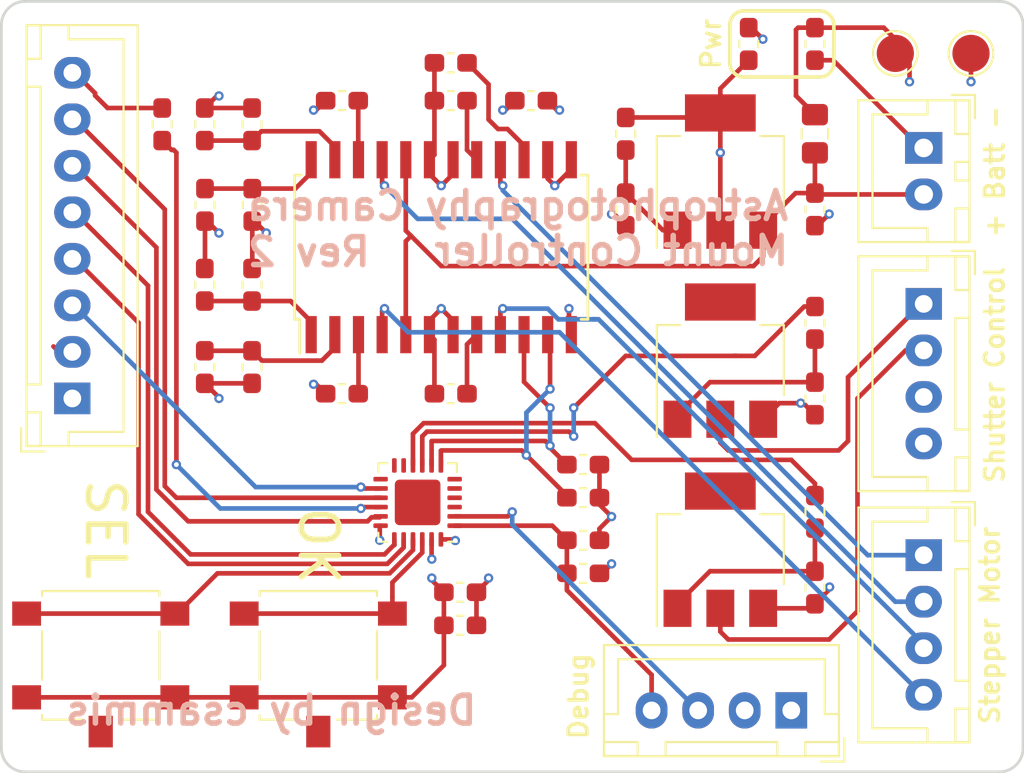
<source format=kicad_pcb>
(kicad_pcb (version 20171130) (host pcbnew "(5.0.0)")

  (general
    (thickness 1.6)
    (drawings 29)
    (tracks 358)
    (zones 0)
    (modules 45)
    (nets 47)
  )

  (page A4)
  (layers
    (0 F.Cu signal)
    (1 In1.Cu power hide)
    (2 In2.Cu power hide)
    (31 B.Cu signal)
    (33 F.Adhes user hide)
    (35 F.Paste user hide)
    (36 B.SilkS user hide)
    (37 F.SilkS user)
    (38 B.Mask user hide)
    (39 F.Mask user)
    (40 Dwgs.User user)
    (41 Cmts.User user hide)
    (42 Eco1.User user hide)
    (43 Eco2.User user hide)
    (44 Edge.Cuts user)
    (45 Margin user hide)
    (46 B.CrtYd user hide)
    (47 F.CrtYd user hide)
    (49 F.Fab user hide)
  )

  (setup
    (last_trace_width 0.25)
    (trace_clearance 0.2)
    (zone_clearance 0.508)
    (zone_45_only no)
    (trace_min 0.2)
    (segment_width 0.2)
    (edge_width 0.15)
    (via_size 0.5)
    (via_drill 0.254)
    (via_min_size 0.4)
    (via_min_drill 0.254)
    (uvia_size 0.3)
    (uvia_drill 0.1)
    (uvias_allowed no)
    (uvia_min_size 0.2)
    (uvia_min_drill 0.1)
    (pcb_text_width 0.3)
    (pcb_text_size 1.5 1.5)
    (mod_edge_width 0.15)
    (mod_text_size 1 1)
    (mod_text_width 0.15)
    (pad_size 1.524 1.524)
    (pad_drill 0.762)
    (pad_to_mask_clearance 0.2)
    (aux_axis_origin 0 0)
    (visible_elements 7FFFFFFF)
    (pcbplotparams
      (layerselection 0x01008_7ffffff8)
      (usegerberextensions false)
      (usegerberattributes false)
      (usegerberadvancedattributes false)
      (creategerberjobfile false)
      (excludeedgelayer true)
      (linewidth 0.100000)
      (plotframeref false)
      (viasonmask false)
      (mode 1)
      (useauxorigin false)
      (hpglpennumber 1)
      (hpglpenspeed 20)
      (hpglpendiameter 15.000000)
      (psnegative false)
      (psa4output false)
      (plotreference true)
      (plotvalue true)
      (plotinvisibletext false)
      (padsonsilk false)
      (subtractmaskfromsilk false)
      (outputformat 1)
      (mirror false)
      (drillshape 0)
      (scaleselection 1)
      (outputdirectory "gerbers_stencil"))
  )

  (net 0 "")
  (net 1 GND)
  (net 2 "Net-(C1-Pad1)")
  (net 3 +3V3)
  (net 4 +9V)
  (net 5 "Net-(C7-Pad1)")
  (net 6 "Net-(C8-Pad1)")
  (net 7 "Net-(J2-Pad1)")
  (net 8 "Net-(J2-Pad2)")
  (net 9 "Net-(J2-Pad4)")
  (net 10 "Net-(J3-Pad3)")
  (net 11 "Net-(J3-Pad4)")
  (net 12 "Net-(J3-Pad5)")
  (net 13 "Net-(J3-Pad6)")
  (net 14 "Net-(J3-Pad7)")
  (net 15 "Net-(J3-Pad8)")
  (net 16 "Net-(J5-Pad4)")
  (net 17 "Net-(J5-Pad3)")
  (net 18 "Net-(J5-Pad2)")
  (net 19 "Net-(J5-Pad1)")
  (net 20 "Net-(Q1-Pad1)")
  (net 21 "Net-(Q2-Pad1)")
  (net 22 FOCUS)
  (net 23 SHUTTER)
  (net 24 "Net-(R8-Pad2)")
  (net 25 "Net-(R10-Pad1)")
  (net 26 "Net-(R12-Pad2)")
  (net 27 "Net-(R13-Pad2)")
  (net 28 "Net-(U1-Pad3)")
  (net 29 "Net-(U1-Pad4)")
  (net 30 "Net-(U1-Pad5)")
  (net 31 "Net-(U1-Pad6)")
  (net 32 "Net-(U1-Pad11)")
  (net 33 "Net-(U1-Pad12)")
  (net 34 "Net-(U1-Pad13)")
  (net 35 "Net-(R6-Pad2)")
  (net 36 "Net-(J1-Pad3)")
  (net 37 "Net-(J4-Pad1)")
  (net 38 "Net-(R14-Pad1)")
  (net 39 "Net-(R16-Pad1)")
  (net 40 "Net-(R17-Pad1)")
  (net 41 "Net-(R18-Pad2)")
  (net 42 "Net-(R19-Pad2)")
  (net 43 "Net-(R20-Pad2)")
  (net 44 SELECT_BTN)
  (net 45 OK_BTN)
  (net 46 "Net-(R23-Pad1)")

  (net_class Default "This is the default net class."
    (clearance 0.2)
    (trace_width 0.25)
    (via_dia 0.5)
    (via_drill 0.254)
    (uvia_dia 0.3)
    (uvia_drill 0.1)
    (add_net +3V3)
    (add_net +9V)
    (add_net FOCUS)
    (add_net GND)
    (add_net "Net-(C1-Pad1)")
    (add_net "Net-(C7-Pad1)")
    (add_net "Net-(C8-Pad1)")
    (add_net "Net-(J1-Pad3)")
    (add_net "Net-(J2-Pad1)")
    (add_net "Net-(J2-Pad2)")
    (add_net "Net-(J2-Pad4)")
    (add_net "Net-(J3-Pad3)")
    (add_net "Net-(J3-Pad4)")
    (add_net "Net-(J3-Pad5)")
    (add_net "Net-(J3-Pad6)")
    (add_net "Net-(J3-Pad7)")
    (add_net "Net-(J3-Pad8)")
    (add_net "Net-(J4-Pad1)")
    (add_net "Net-(J5-Pad1)")
    (add_net "Net-(J5-Pad2)")
    (add_net "Net-(J5-Pad3)")
    (add_net "Net-(J5-Pad4)")
    (add_net "Net-(Q1-Pad1)")
    (add_net "Net-(Q2-Pad1)")
    (add_net "Net-(R10-Pad1)")
    (add_net "Net-(R12-Pad2)")
    (add_net "Net-(R13-Pad2)")
    (add_net "Net-(R14-Pad1)")
    (add_net "Net-(R16-Pad1)")
    (add_net "Net-(R17-Pad1)")
    (add_net "Net-(R18-Pad2)")
    (add_net "Net-(R19-Pad2)")
    (add_net "Net-(R20-Pad2)")
    (add_net "Net-(R23-Pad1)")
    (add_net "Net-(R6-Pad2)")
    (add_net "Net-(R8-Pad2)")
    (add_net "Net-(U1-Pad11)")
    (add_net "Net-(U1-Pad12)")
    (add_net "Net-(U1-Pad13)")
    (add_net "Net-(U1-Pad3)")
    (add_net "Net-(U1-Pad4)")
    (add_net "Net-(U1-Pad5)")
    (add_net "Net-(U1-Pad6)")
    (add_net OK_BTN)
    (add_net SELECT_BTN)
    (add_net SHUTTER)
  )

  (module Connector_JST:JST_XH_B08B-XH-A_1x08_P2.50mm_Vertical (layer F.Cu) (tedit 5C0E7F14) (tstamp 5BFA0C5D)
    (at 121.666 91.694 90)
    (descr "JST XH series connector, B08B-XH-A (http://www.jst-mfg.com/product/pdf/eng/eXH.pdf), generated with kicad-footprint-generator")
    (tags "connector JST XH side entry")
    (path /5B67FAD6)
    (fp_text reference J3 (at 18.288 2.032 180) (layer Dwgs.User)
      (effects (font (size 1 1) (thickness 0.15)))
    )
    (fp_text value LCD (at 8.75 4.6 90) (layer F.Fab)
      (effects (font (size 1 1) (thickness 0.15)))
    )
    (fp_text user %R (at 8.75 2.7 90) (layer F.Fab)
      (effects (font (size 1 1) (thickness 0.15)))
    )
    (fp_line (start -2.85 -2.75) (end -2.85 -1.5) (layer F.SilkS) (width 0.12))
    (fp_line (start -1.6 -2.75) (end -2.85 -2.75) (layer F.SilkS) (width 0.12))
    (fp_line (start 19.3 2.75) (end 8.75 2.75) (layer F.SilkS) (width 0.12))
    (fp_line (start 19.3 -0.2) (end 19.3 2.75) (layer F.SilkS) (width 0.12))
    (fp_line (start 20.05 -0.2) (end 19.3 -0.2) (layer F.SilkS) (width 0.12))
    (fp_line (start -1.8 2.75) (end 8.75 2.75) (layer F.SilkS) (width 0.12))
    (fp_line (start -1.8 -0.2) (end -1.8 2.75) (layer F.SilkS) (width 0.12))
    (fp_line (start -2.55 -0.2) (end -1.8 -0.2) (layer F.SilkS) (width 0.12))
    (fp_line (start 20.05 -2.45) (end 18.25 -2.45) (layer F.SilkS) (width 0.12))
    (fp_line (start 20.05 -1.7) (end 20.05 -2.45) (layer F.SilkS) (width 0.12))
    (fp_line (start 18.25 -1.7) (end 20.05 -1.7) (layer F.SilkS) (width 0.12))
    (fp_line (start 18.25 -2.45) (end 18.25 -1.7) (layer F.SilkS) (width 0.12))
    (fp_line (start -0.75 -2.45) (end -2.55 -2.45) (layer F.SilkS) (width 0.12))
    (fp_line (start -0.75 -1.7) (end -0.75 -2.45) (layer F.SilkS) (width 0.12))
    (fp_line (start -2.55 -1.7) (end -0.75 -1.7) (layer F.SilkS) (width 0.12))
    (fp_line (start -2.55 -2.45) (end -2.55 -1.7) (layer F.SilkS) (width 0.12))
    (fp_line (start 16.75 -2.45) (end 0.75 -2.45) (layer F.SilkS) (width 0.12))
    (fp_line (start 16.75 -1.7) (end 16.75 -2.45) (layer F.SilkS) (width 0.12))
    (fp_line (start 0.75 -1.7) (end 16.75 -1.7) (layer F.SilkS) (width 0.12))
    (fp_line (start 0.75 -2.45) (end 0.75 -1.7) (layer F.SilkS) (width 0.12))
    (fp_line (start 0 -1.35) (end 0.625 -2.35) (layer F.Fab) (width 0.1))
    (fp_line (start -0.625 -2.35) (end 0 -1.35) (layer F.Fab) (width 0.1))
    (fp_line (start 20.45 -2.85) (end -2.95 -2.85) (layer F.CrtYd) (width 0.05))
    (fp_line (start 20.45 3.9) (end 20.45 -2.85) (layer F.CrtYd) (width 0.05))
    (fp_line (start -2.95 3.9) (end 20.45 3.9) (layer F.CrtYd) (width 0.05))
    (fp_line (start -2.95 -2.85) (end -2.95 3.9) (layer F.CrtYd) (width 0.05))
    (fp_line (start 20.06 -2.46) (end -2.56 -2.46) (layer F.SilkS) (width 0.12))
    (fp_line (start 20.06 3.51) (end 20.06 -2.46) (layer F.SilkS) (width 0.12))
    (fp_line (start -2.56 3.51) (end 20.06 3.51) (layer F.SilkS) (width 0.12))
    (fp_line (start -2.56 -2.46) (end -2.56 3.51) (layer F.SilkS) (width 0.12))
    (fp_line (start 19.95 -2.35) (end -2.45 -2.35) (layer F.Fab) (width 0.1))
    (fp_line (start 19.95 3.4) (end 19.95 -2.35) (layer F.Fab) (width 0.1))
    (fp_line (start -2.45 3.4) (end 19.95 3.4) (layer F.Fab) (width 0.1))
    (fp_line (start -2.45 -2.35) (end -2.45 3.4) (layer F.Fab) (width 0.1))
    (pad 8 thru_hole oval (at 17.5 0 90) (size 1.7 1.95) (drill 0.95) (layers *.Cu *.Mask)
      (net 15 "Net-(J3-Pad8)"))
    (pad 7 thru_hole oval (at 15 0 90) (size 1.7 1.95) (drill 0.95) (layers *.Cu *.Mask)
      (net 14 "Net-(J3-Pad7)"))
    (pad 6 thru_hole oval (at 12.5 0 90) (size 1.7 1.95) (drill 0.95) (layers *.Cu *.Mask)
      (net 13 "Net-(J3-Pad6)"))
    (pad 5 thru_hole oval (at 10 0 90) (size 1.7 1.95) (drill 0.95) (layers *.Cu *.Mask)
      (net 12 "Net-(J3-Pad5)"))
    (pad 4 thru_hole oval (at 7.5 0 90) (size 1.7 1.95) (drill 0.95) (layers *.Cu *.Mask)
      (net 11 "Net-(J3-Pad4)"))
    (pad 3 thru_hole oval (at 5 0 90) (size 1.7 1.95) (drill 0.95) (layers *.Cu *.Mask)
      (net 10 "Net-(J3-Pad3)"))
    (pad 2 thru_hole oval (at 2.5 0 90) (size 1.7 1.95) (drill 0.95) (layers *.Cu *.Mask)
      (net 1 GND))
    (pad 1 thru_hole rect (at 0 0 90) (size 1.7 1.95) (drill 0.95) (layers *.Cu *.Mask)
      (net 3 +3V3))
    (model ${KISYS3DMOD}/Connector_JST.3dshapes/JST_XH_B08B-XH-A_1x08_P2.50mm_Vertical.wrl
      (at (xyz 0 0 0))
      (scale (xyz 1 1 1))
      (rotate (xyz 0 0 0))
    )
  )

  (module Connector_JST:JST_XH_B04B-XH-A_1x04_P2.50mm_Vertical (layer F.Cu) (tedit 5C0E7F46) (tstamp 5BFA1E75)
    (at 167.386 100.116 270)
    (descr "JST XH series connector, B04B-XH-A (http://www.jst-mfg.com/product/pdf/eng/eXH.pdf), generated with kicad-footprint-generator")
    (tags "connector JST XH side entry")
    (path /5B768068)
    (fp_text reference J5 (at 3.77 1.778) (layer Dwgs.User)
      (effects (font (size 1 1) (thickness 0.15)))
    )
    (fp_text value "Stepper Motor" (at 3.75 4.6 270) (layer F.Fab)
      (effects (font (size 1 1) (thickness 0.15)))
    )
    (fp_text user %R (at 3.75 2.7 270) (layer F.Fab)
      (effects (font (size 1 1) (thickness 0.15)))
    )
    (fp_line (start -2.85 -2.75) (end -2.85 -1.5) (layer F.SilkS) (width 0.12))
    (fp_line (start -1.6 -2.75) (end -2.85 -2.75) (layer F.SilkS) (width 0.12))
    (fp_line (start 9.3 2.75) (end 3.75 2.75) (layer F.SilkS) (width 0.12))
    (fp_line (start 9.3 -0.2) (end 9.3 2.75) (layer F.SilkS) (width 0.12))
    (fp_line (start 10.05 -0.2) (end 9.3 -0.2) (layer F.SilkS) (width 0.12))
    (fp_line (start -1.8 2.75) (end 3.75 2.75) (layer F.SilkS) (width 0.12))
    (fp_line (start -1.8 -0.2) (end -1.8 2.75) (layer F.SilkS) (width 0.12))
    (fp_line (start -2.55 -0.2) (end -1.8 -0.2) (layer F.SilkS) (width 0.12))
    (fp_line (start 10.05 -2.45) (end 8.25 -2.45) (layer F.SilkS) (width 0.12))
    (fp_line (start 10.05 -1.7) (end 10.05 -2.45) (layer F.SilkS) (width 0.12))
    (fp_line (start 8.25 -1.7) (end 10.05 -1.7) (layer F.SilkS) (width 0.12))
    (fp_line (start 8.25 -2.45) (end 8.25 -1.7) (layer F.SilkS) (width 0.12))
    (fp_line (start -0.75 -2.45) (end -2.55 -2.45) (layer F.SilkS) (width 0.12))
    (fp_line (start -0.75 -1.7) (end -0.75 -2.45) (layer F.SilkS) (width 0.12))
    (fp_line (start -2.55 -1.7) (end -0.75 -1.7) (layer F.SilkS) (width 0.12))
    (fp_line (start -2.55 -2.45) (end -2.55 -1.7) (layer F.SilkS) (width 0.12))
    (fp_line (start 6.75 -2.45) (end 0.75 -2.45) (layer F.SilkS) (width 0.12))
    (fp_line (start 6.75 -1.7) (end 6.75 -2.45) (layer F.SilkS) (width 0.12))
    (fp_line (start 0.75 -1.7) (end 6.75 -1.7) (layer F.SilkS) (width 0.12))
    (fp_line (start 0.75 -2.45) (end 0.75 -1.7) (layer F.SilkS) (width 0.12))
    (fp_line (start 0 -1.35) (end 0.625 -2.35) (layer F.Fab) (width 0.1))
    (fp_line (start -0.625 -2.35) (end 0 -1.35) (layer F.Fab) (width 0.1))
    (fp_line (start 10.45 -2.85) (end -2.95 -2.85) (layer F.CrtYd) (width 0.05))
    (fp_line (start 10.45 3.9) (end 10.45 -2.85) (layer F.CrtYd) (width 0.05))
    (fp_line (start -2.95 3.9) (end 10.45 3.9) (layer F.CrtYd) (width 0.05))
    (fp_line (start -2.95 -2.85) (end -2.95 3.9) (layer F.CrtYd) (width 0.05))
    (fp_line (start 10.06 -2.46) (end -2.56 -2.46) (layer F.SilkS) (width 0.12))
    (fp_line (start 10.06 3.51) (end 10.06 -2.46) (layer F.SilkS) (width 0.12))
    (fp_line (start -2.56 3.51) (end 10.06 3.51) (layer F.SilkS) (width 0.12))
    (fp_line (start -2.56 -2.46) (end -2.56 3.51) (layer F.SilkS) (width 0.12))
    (fp_line (start 9.95 -2.35) (end -2.45 -2.35) (layer F.Fab) (width 0.1))
    (fp_line (start 9.95 3.4) (end 9.95 -2.35) (layer F.Fab) (width 0.1))
    (fp_line (start -2.45 3.4) (end 9.95 3.4) (layer F.Fab) (width 0.1))
    (fp_line (start -2.45 -2.35) (end -2.45 3.4) (layer F.Fab) (width 0.1))
    (pad 4 thru_hole oval (at 7.5 0 270) (size 1.7 1.95) (drill 0.95) (layers *.Cu *.Mask)
      (net 16 "Net-(J5-Pad4)"))
    (pad 3 thru_hole oval (at 5 0 270) (size 1.7 1.95) (drill 0.95) (layers *.Cu *.Mask)
      (net 17 "Net-(J5-Pad3)"))
    (pad 2 thru_hole oval (at 2.5 0 270) (size 1.7 1.95) (drill 0.95) (layers *.Cu *.Mask)
      (net 18 "Net-(J5-Pad2)"))
    (pad 1 thru_hole rect (at 0 0 270) (size 1.7 1.95) (drill 0.95) (layers *.Cu *.Mask)
      (net 19 "Net-(J5-Pad1)"))
    (model ${KISYS3DMOD}/Connector_JST.3dshapes/JST_XH_B04B-XH-A_1x04_P2.50mm_Vertical.wrl
      (at (xyz 0 0 0))
      (scale (xyz 1 1 1))
      (rotate (xyz 0 0 0))
    )
  )

  (module Package_SO:SOIC-24W_7.5x15.4mm_P1.27mm (layer F.Cu) (tedit 5C0E7F1D) (tstamp 5B8205C6)
    (at 141.478 83.566 90)
    (descr "24-Lead Plastic Small Outline (SO) - Wide, 7.50 mm Body [SOIC] (see Microchip Packaging Specification 00000049BS.pdf)")
    (tags "SOIC 1.27")
    (path /5B679A45)
    (attr smd)
    (fp_text reference U3 (at 0 0 180) (layer Dwgs.User)
      (effects (font (size 1 1) (thickness 0.15)))
    )
    (fp_text value A3967 (at 0 8.8 90) (layer F.Fab)
      (effects (font (size 1 1) (thickness 0.15)))
    )
    (fp_line (start -3.875 -7.6) (end -5.7 -7.6) (layer F.SilkS) (width 0.15))
    (fp_line (start -3.875 7.875) (end 3.875 7.875) (layer F.SilkS) (width 0.15))
    (fp_line (start -3.875 -7.875) (end 3.875 -7.875) (layer F.SilkS) (width 0.15))
    (fp_line (start -3.875 7.875) (end -3.875 7.51) (layer F.SilkS) (width 0.15))
    (fp_line (start 3.875 7.875) (end 3.875 7.51) (layer F.SilkS) (width 0.15))
    (fp_line (start 3.875 -7.875) (end 3.875 -7.51) (layer F.SilkS) (width 0.15))
    (fp_line (start -3.875 -7.875) (end -3.875 -7.6) (layer F.SilkS) (width 0.15))
    (fp_line (start -5.95 8.05) (end 5.95 8.05) (layer F.CrtYd) (width 0.05))
    (fp_line (start -5.95 -8.05) (end 5.95 -8.05) (layer F.CrtYd) (width 0.05))
    (fp_line (start 5.95 -8.05) (end 5.95 8.05) (layer F.CrtYd) (width 0.05))
    (fp_line (start -5.95 -8.05) (end -5.95 8.05) (layer F.CrtYd) (width 0.05))
    (fp_line (start -3.75 -6.7) (end -2.75 -7.7) (layer F.Fab) (width 0.15))
    (fp_line (start -3.75 7.7) (end -3.75 -6.7) (layer F.Fab) (width 0.15))
    (fp_line (start 3.75 7.7) (end -3.75 7.7) (layer F.Fab) (width 0.15))
    (fp_line (start 3.75 -7.7) (end 3.75 7.7) (layer F.Fab) (width 0.15))
    (fp_line (start -2.75 -7.7) (end 3.75 -7.7) (layer F.Fab) (width 0.15))
    (fp_text user %R (at 0 0 90) (layer F.Fab)
      (effects (font (size 1 1) (thickness 0.15)))
    )
    (pad 24 smd rect (at 4.7 -6.985 90) (size 2 0.6) (layers F.Cu F.Paste F.Mask)
      (net 24 "Net-(R8-Pad2)"))
    (pad 23 smd rect (at 4.7 -5.715 90) (size 2 0.6) (layers F.Cu F.Paste F.Mask)
      (net 6 "Net-(C8-Pad1)"))
    (pad 22 smd rect (at 4.7 -4.445 90) (size 2 0.6) (layers F.Cu F.Paste F.Mask)
      (net 42 "Net-(R19-Pad2)"))
    (pad 21 smd rect (at 4.7 -3.175 90) (size 2 0.6) (layers F.Cu F.Paste F.Mask)
      (net 18 "Net-(J5-Pad2)"))
    (pad 20 smd rect (at 4.7 -1.905 90) (size 2 0.6) (layers F.Cu F.Paste F.Mask)
      (net 4 +9V))
    (pad 19 smd rect (at 4.7 -0.635 90) (size 2 0.6) (layers F.Cu F.Paste F.Mask)
      (net 1 GND))
    (pad 18 smd rect (at 4.7 0.635 90) (size 2 0.6) (layers F.Cu F.Paste F.Mask)
      (net 1 GND))
    (pad 17 smd rect (at 4.7 1.905 90) (size 2 0.6) (layers F.Cu F.Paste F.Mask)
      (net 26 "Net-(R12-Pad2)"))
    (pad 16 smd rect (at 4.7 3.175 90) (size 2 0.6) (layers F.Cu F.Paste F.Mask)
      (net 19 "Net-(J5-Pad1)"))
    (pad 15 smd rect (at 4.7 4.445 90) (size 2 0.6) (layers F.Cu F.Paste F.Mask)
      (net 43 "Net-(R20-Pad2)"))
    (pad 14 smd rect (at 4.7 5.715 90) (size 2 0.6) (layers F.Cu F.Paste F.Mask)
      (net 3 +3V3))
    (pad 13 smd rect (at 4.7 6.985 90) (size 2 0.6) (layers F.Cu F.Paste F.Mask)
      (net 3 +3V3))
    (pad 12 smd rect (at -4.7 6.985 90) (size 2 0.6) (layers F.Cu F.Paste F.Mask)
      (net 3 +3V3))
    (pad 11 smd rect (at -4.7 5.715 90) (size 2 0.6) (layers F.Cu F.Paste F.Mask)
      (net 40 "Net-(R17-Pad1)"))
    (pad 10 smd rect (at -4.7 4.445 90) (size 2 0.6) (layers F.Cu F.Paste F.Mask)
      (net 39 "Net-(R16-Pad1)"))
    (pad 9 smd rect (at -4.7 3.175 90) (size 2 0.6) (layers F.Cu F.Paste F.Mask)
      (net 17 "Net-(J5-Pad3)"))
    (pad 8 smd rect (at -4.7 1.905 90) (size 2 0.6) (layers F.Cu F.Paste F.Mask)
      (net 27 "Net-(R13-Pad2)"))
    (pad 7 smd rect (at -4.7 0.635 90) (size 2 0.6) (layers F.Cu F.Paste F.Mask)
      (net 1 GND))
    (pad 6 smd rect (at -4.7 -0.635 90) (size 2 0.6) (layers F.Cu F.Paste F.Mask)
      (net 1 GND))
    (pad 5 smd rect (at -4.7 -1.905 90) (size 2 0.6) (layers F.Cu F.Paste F.Mask)
      (net 4 +9V))
    (pad 4 smd rect (at -4.7 -3.175 90) (size 2 0.6) (layers F.Cu F.Paste F.Mask)
      (net 16 "Net-(J5-Pad4)"))
    (pad 3 smd rect (at -4.7 -4.445 90) (size 2 0.6) (layers F.Cu F.Paste F.Mask)
      (net 41 "Net-(R18-Pad2)"))
    (pad 2 smd rect (at -4.7 -5.715 90) (size 2 0.6) (layers F.Cu F.Paste F.Mask)
      (net 5 "Net-(C7-Pad1)"))
    (pad 1 smd rect (at -4.7 -6.985 90) (size 2 0.6) (layers F.Cu F.Paste F.Mask)
      (net 35 "Net-(R6-Pad2)"))
    (model ${KISYS3DMOD}/Package_SO.3dshapes/SOIC-24W_7.5x15.4mm_P1.27mm.wrl
      (at (xyz 0 0 0))
      (scale (xyz 1 1 1))
      (rotate (xyz 0 0 0))
    )
  )

  (module Capacitor_SMD:C_0603_1608Metric_Pad1.05x0.95mm_HandSolder (layer F.Cu) (tedit 5C0E7E1A) (tstamp 5B7BFEC7)
    (at 149.098 99.314)
    (descr "Capacitor SMD 0603 (1608 Metric), square (rectangular) end terminal, IPC_7351 nominal with elongated pad for handsoldering. (Body size source: http://www.tortai-tech.com/upload/download/2011102023233369053.pdf), generated with kicad-footprint-generator")
    (tags "capacitor handsolder")
    (path /5B79A2A8)
    (attr smd)
    (fp_text reference C1 (at -2.794 0) (layer Dwgs.User)
      (effects (font (size 1 1) (thickness 0.15)))
    )
    (fp_text value 1nF (at 0 1.43) (layer F.Fab)
      (effects (font (size 1 1) (thickness 0.15)))
    )
    (fp_text user %R (at 0 0) (layer F.Fab)
      (effects (font (size 0.4 0.4) (thickness 0.06)))
    )
    (fp_line (start 1.65 0.73) (end -1.65 0.73) (layer F.CrtYd) (width 0.05))
    (fp_line (start 1.65 -0.73) (end 1.65 0.73) (layer F.CrtYd) (width 0.05))
    (fp_line (start -1.65 -0.73) (end 1.65 -0.73) (layer F.CrtYd) (width 0.05))
    (fp_line (start -1.65 0.73) (end -1.65 -0.73) (layer F.CrtYd) (width 0.05))
    (fp_line (start -0.171267 0.51) (end 0.171267 0.51) (layer F.SilkS) (width 0.12))
    (fp_line (start -0.171267 -0.51) (end 0.171267 -0.51) (layer F.SilkS) (width 0.12))
    (fp_line (start 0.8 0.4) (end -0.8 0.4) (layer F.Fab) (width 0.1))
    (fp_line (start 0.8 -0.4) (end 0.8 0.4) (layer F.Fab) (width 0.1))
    (fp_line (start -0.8 -0.4) (end 0.8 -0.4) (layer F.Fab) (width 0.1))
    (fp_line (start -0.8 0.4) (end -0.8 -0.4) (layer F.Fab) (width 0.1))
    (pad 2 smd roundrect (at 0.875 0) (size 1.05 0.95) (layers F.Cu F.Paste F.Mask) (roundrect_rratio 0.25)
      (net 1 GND))
    (pad 1 smd roundrect (at -0.875 0) (size 1.05 0.95) (layers F.Cu F.Paste F.Mask) (roundrect_rratio 0.25)
      (net 2 "Net-(C1-Pad1)"))
    (model ${KISYS3DMOD}/Capacitor_SMD.3dshapes/C_0603_1608Metric.wrl
      (at (xyz 0 0 0))
      (scale (xyz 1 1 1))
      (rotate (xyz 0 0 0))
    )
  )

  (module Capacitor_SMD:C_0603_1608Metric_Pad1.05x0.95mm_HandSolder (layer F.Cu) (tedit 5C265CBE) (tstamp 5B82F43D)
    (at 142.494 102.108 180)
    (descr "Capacitor SMD 0603 (1608 Metric), square (rectangular) end terminal, IPC_7351 nominal with elongated pad for handsoldering. (Body size source: http://www.tortai-tech.com/upload/download/2011102023233369053.pdf), generated with kicad-footprint-generator")
    (tags "capacitor handsolder")
    (path /5B6C94F0)
    (attr smd)
    (fp_text reference C2 (at 0 1.27 180) (layer Dwgs.User)
      (effects (font (size 0.75 0.75) (thickness 0.15)))
    )
    (fp_text value 10uF (at 0 1.43 180) (layer F.Fab)
      (effects (font (size 1 1) (thickness 0.15)))
    )
    (fp_text user %R (at 0 0 180) (layer F.Fab)
      (effects (font (size 0.4 0.4) (thickness 0.06)))
    )
    (fp_line (start 1.65 0.73) (end -1.65 0.73) (layer F.CrtYd) (width 0.05))
    (fp_line (start 1.65 -0.73) (end 1.65 0.73) (layer F.CrtYd) (width 0.05))
    (fp_line (start -1.65 -0.73) (end 1.65 -0.73) (layer F.CrtYd) (width 0.05))
    (fp_line (start -1.65 0.73) (end -1.65 -0.73) (layer F.CrtYd) (width 0.05))
    (fp_line (start -0.171267 0.51) (end 0.171267 0.51) (layer F.SilkS) (width 0.12))
    (fp_line (start -0.171267 -0.51) (end 0.171267 -0.51) (layer F.SilkS) (width 0.12))
    (fp_line (start 0.8 0.4) (end -0.8 0.4) (layer F.Fab) (width 0.1))
    (fp_line (start 0.8 -0.4) (end 0.8 0.4) (layer F.Fab) (width 0.1))
    (fp_line (start -0.8 -0.4) (end 0.8 -0.4) (layer F.Fab) (width 0.1))
    (fp_line (start -0.8 0.4) (end -0.8 -0.4) (layer F.Fab) (width 0.1))
    (pad 2 smd roundrect (at 0.875 0 180) (size 1.05 0.95) (layers F.Cu F.Paste F.Mask) (roundrect_rratio 0.25)
      (net 1 GND))
    (pad 1 smd roundrect (at -0.875 0 180) (size 1.05 0.95) (layers F.Cu F.Paste F.Mask) (roundrect_rratio 0.25)
      (net 3 +3V3))
    (model ${KISYS3DMOD}/Capacitor_SMD.3dshapes/C_0603_1608Metric.wrl
      (at (xyz 0 0 0))
      (scale (xyz 1 1 1))
      (rotate (xyz 0 0 0))
    )
  )

  (module Capacitor_SMD:C_0603_1608Metric_Pad1.05x0.95mm_HandSolder (layer F.Cu) (tedit 5C0E7E4C) (tstamp 5B77606D)
    (at 142.494 103.886)
    (descr "Capacitor SMD 0603 (1608 Metric), square (rectangular) end terminal, IPC_7351 nominal with elongated pad for handsoldering. (Body size source: http://www.tortai-tech.com/upload/download/2011102023233369053.pdf), generated with kicad-footprint-generator")
    (tags "capacitor handsolder")
    (path /5B6CFCB3)
    (attr smd)
    (fp_text reference C3 (at 2.54 0.762) (layer Dwgs.User)
      (effects (font (size 1 1) (thickness 0.15)))
    )
    (fp_text value 0.1uF (at 0 1.43) (layer F.Fab)
      (effects (font (size 1 1) (thickness 0.15)))
    )
    (fp_line (start -0.8 0.4) (end -0.8 -0.4) (layer F.Fab) (width 0.1))
    (fp_line (start -0.8 -0.4) (end 0.8 -0.4) (layer F.Fab) (width 0.1))
    (fp_line (start 0.8 -0.4) (end 0.8 0.4) (layer F.Fab) (width 0.1))
    (fp_line (start 0.8 0.4) (end -0.8 0.4) (layer F.Fab) (width 0.1))
    (fp_line (start -0.171267 -0.51) (end 0.171267 -0.51) (layer F.SilkS) (width 0.12))
    (fp_line (start -0.171267 0.51) (end 0.171267 0.51) (layer F.SilkS) (width 0.12))
    (fp_line (start -1.65 0.73) (end -1.65 -0.73) (layer F.CrtYd) (width 0.05))
    (fp_line (start -1.65 -0.73) (end 1.65 -0.73) (layer F.CrtYd) (width 0.05))
    (fp_line (start 1.65 -0.73) (end 1.65 0.73) (layer F.CrtYd) (width 0.05))
    (fp_line (start 1.65 0.73) (end -1.65 0.73) (layer F.CrtYd) (width 0.05))
    (fp_text user %R (at 0 0) (layer F.Fab)
      (effects (font (size 0.4 0.4) (thickness 0.06)))
    )
    (pad 1 smd roundrect (at -0.875 0) (size 1.05 0.95) (layers F.Cu F.Paste F.Mask) (roundrect_rratio 0.25)
      (net 1 GND))
    (pad 2 smd roundrect (at 0.875 0) (size 1.05 0.95) (layers F.Cu F.Paste F.Mask) (roundrect_rratio 0.25)
      (net 3 +3V3))
    (model ${KISYS3DMOD}/Capacitor_SMD.3dshapes/C_0603_1608Metric.wrl
      (at (xyz 0 0 0))
      (scale (xyz 1 1 1))
      (rotate (xyz 0 0 0))
    )
  )

  (module Capacitor_SMD:C_0603_1608Metric_Pad1.05x0.95mm_HandSolder (layer F.Cu) (tedit 5C0E7EE4) (tstamp 5B77607E)
    (at 146.304 75.692 180)
    (descr "Capacitor SMD 0603 (1608 Metric), square (rectangular) end terminal, IPC_7351 nominal with elongated pad for handsoldering. (Body size source: http://www.tortai-tech.com/upload/download/2011102023233369053.pdf), generated with kicad-footprint-generator")
    (tags "capacitor handsolder")
    (path /5B7074C1)
    (attr smd)
    (fp_text reference C4 (at 0 1.524 180) (layer Dwgs.User)
      (effects (font (size 1 1) (thickness 0.15)))
    )
    (fp_text value 1uF (at 0 1.43 180) (layer F.Fab)
      (effects (font (size 1 1) (thickness 0.15)))
    )
    (fp_text user %R (at 0 0 180) (layer F.Fab)
      (effects (font (size 0.4 0.4) (thickness 0.06)))
    )
    (fp_line (start 1.65 0.73) (end -1.65 0.73) (layer F.CrtYd) (width 0.05))
    (fp_line (start 1.65 -0.73) (end 1.65 0.73) (layer F.CrtYd) (width 0.05))
    (fp_line (start -1.65 -0.73) (end 1.65 -0.73) (layer F.CrtYd) (width 0.05))
    (fp_line (start -1.65 0.73) (end -1.65 -0.73) (layer F.CrtYd) (width 0.05))
    (fp_line (start -0.171267 0.51) (end 0.171267 0.51) (layer F.SilkS) (width 0.12))
    (fp_line (start -0.171267 -0.51) (end 0.171267 -0.51) (layer F.SilkS) (width 0.12))
    (fp_line (start 0.8 0.4) (end -0.8 0.4) (layer F.Fab) (width 0.1))
    (fp_line (start 0.8 -0.4) (end 0.8 0.4) (layer F.Fab) (width 0.1))
    (fp_line (start -0.8 -0.4) (end 0.8 -0.4) (layer F.Fab) (width 0.1))
    (fp_line (start -0.8 0.4) (end -0.8 -0.4) (layer F.Fab) (width 0.1))
    (pad 2 smd roundrect (at 0.875 0 180) (size 1.05 0.95) (layers F.Cu F.Paste F.Mask) (roundrect_rratio 0.25)
      (net 1 GND))
    (pad 1 smd roundrect (at -0.875 0 180) (size 1.05 0.95) (layers F.Cu F.Paste F.Mask) (roundrect_rratio 0.25)
      (net 3 +3V3))
    (model ${KISYS3DMOD}/Capacitor_SMD.3dshapes/C_0603_1608Metric.wrl
      (at (xyz 0 0 0))
      (scale (xyz 1 1 1))
      (rotate (xyz 0 0 0))
    )
  )

  (module Capacitor_SMD:C_0603_1608Metric_Pad1.05x0.95mm_HandSolder (layer F.Cu) (tedit 5C0E7D5B) (tstamp 5B7C02A6)
    (at 161.544 81.534 270)
    (descr "Capacitor SMD 0603 (1608 Metric), square (rectangular) end terminal, IPC_7351 nominal with elongated pad for handsoldering. (Body size source: http://www.tortai-tech.com/upload/download/2011102023233369053.pdf), generated with kicad-footprint-generator")
    (tags "capacitor handsolder")
    (path /5B747DD3)
    (attr smd)
    (fp_text reference C6 (at 0 -1.524 270) (layer Dwgs.User)
      (effects (font (size 1 1) (thickness 0.15)))
    )
    (fp_text value 0.1uF (at 0 1.43 270) (layer F.Fab)
      (effects (font (size 1 1) (thickness 0.15)))
    )
    (fp_line (start -0.8 0.4) (end -0.8 -0.4) (layer F.Fab) (width 0.1))
    (fp_line (start -0.8 -0.4) (end 0.8 -0.4) (layer F.Fab) (width 0.1))
    (fp_line (start 0.8 -0.4) (end 0.8 0.4) (layer F.Fab) (width 0.1))
    (fp_line (start 0.8 0.4) (end -0.8 0.4) (layer F.Fab) (width 0.1))
    (fp_line (start -0.171267 -0.51) (end 0.171267 -0.51) (layer F.SilkS) (width 0.12))
    (fp_line (start -0.171267 0.51) (end 0.171267 0.51) (layer F.SilkS) (width 0.12))
    (fp_line (start -1.65 0.73) (end -1.65 -0.73) (layer F.CrtYd) (width 0.05))
    (fp_line (start -1.65 -0.73) (end 1.65 -0.73) (layer F.CrtYd) (width 0.05))
    (fp_line (start 1.65 -0.73) (end 1.65 0.73) (layer F.CrtYd) (width 0.05))
    (fp_line (start 1.65 0.73) (end -1.65 0.73) (layer F.CrtYd) (width 0.05))
    (fp_text user %R (at 0 0 270) (layer F.Fab)
      (effects (font (size 0.4 0.4) (thickness 0.06)))
    )
    (pad 1 smd roundrect (at -0.875 0 270) (size 1.05 0.95) (layers F.Cu F.Paste F.Mask) (roundrect_rratio 0.25)
      (net 4 +9V))
    (pad 2 smd roundrect (at 0.875 0 270) (size 1.05 0.95) (layers F.Cu F.Paste F.Mask) (roundrect_rratio 0.25)
      (net 1 GND))
    (model ${KISYS3DMOD}/Capacitor_SMD.3dshapes/C_0603_1608Metric.wrl
      (at (xyz 0 0 0))
      (scale (xyz 1 1 1))
      (rotate (xyz 0 0 0))
    )
  )

  (module Capacitor_SMD:C_0603_1608Metric_Pad1.05x0.95mm_HandSolder (layer F.Cu) (tedit 5C0E7EF2) (tstamp 5B81DD77)
    (at 131.318 90.007147 270)
    (descr "Capacitor SMD 0603 (1608 Metric), square (rectangular) end terminal, IPC_7351 nominal with elongated pad for handsoldering. (Body size source: http://www.tortai-tech.com/upload/download/2011102023233369053.pdf), generated with kicad-footprint-generator")
    (tags "capacitor handsolder")
    (path /5B6A40BB)
    (attr smd)
    (fp_text reference C7 (at -0.091147 -1.524 270) (layer Dwgs.User)
      (effects (font (size 1 1) (thickness 0.15)))
    )
    (fp_text value 68pF (at 0 1.43 270) (layer F.Fab)
      (effects (font (size 1 1) (thickness 0.15)))
    )
    (fp_text user %R (at 0 0 270) (layer F.Fab)
      (effects (font (size 0.4 0.4) (thickness 0.06)))
    )
    (fp_line (start 1.65 0.73) (end -1.65 0.73) (layer F.CrtYd) (width 0.05))
    (fp_line (start 1.65 -0.73) (end 1.65 0.73) (layer F.CrtYd) (width 0.05))
    (fp_line (start -1.65 -0.73) (end 1.65 -0.73) (layer F.CrtYd) (width 0.05))
    (fp_line (start -1.65 0.73) (end -1.65 -0.73) (layer F.CrtYd) (width 0.05))
    (fp_line (start -0.171267 0.51) (end 0.171267 0.51) (layer F.SilkS) (width 0.12))
    (fp_line (start -0.171267 -0.51) (end 0.171267 -0.51) (layer F.SilkS) (width 0.12))
    (fp_line (start 0.8 0.4) (end -0.8 0.4) (layer F.Fab) (width 0.1))
    (fp_line (start 0.8 -0.4) (end 0.8 0.4) (layer F.Fab) (width 0.1))
    (fp_line (start -0.8 -0.4) (end 0.8 -0.4) (layer F.Fab) (width 0.1))
    (fp_line (start -0.8 0.4) (end -0.8 -0.4) (layer F.Fab) (width 0.1))
    (pad 2 smd roundrect (at 0.875 0 270) (size 1.05 0.95) (layers F.Cu F.Paste F.Mask) (roundrect_rratio 0.25)
      (net 1 GND))
    (pad 1 smd roundrect (at -0.875 0 270) (size 1.05 0.95) (layers F.Cu F.Paste F.Mask) (roundrect_rratio 0.25)
      (net 5 "Net-(C7-Pad1)"))
    (model ${KISYS3DMOD}/Capacitor_SMD.3dshapes/C_0603_1608Metric.wrl
      (at (xyz 0 0 0))
      (scale (xyz 1 1 1))
      (rotate (xyz 0 0 0))
    )
  )

  (module Capacitor_SMD:C_0603_1608Metric_Pad1.05x0.95mm_HandSolder (layer F.Cu) (tedit 5C0E7ECD) (tstamp 5B83C8DF)
    (at 131.318 76.962 90)
    (descr "Capacitor SMD 0603 (1608 Metric), square (rectangular) end terminal, IPC_7351 nominal with elongated pad for handsoldering. (Body size source: http://www.tortai-tech.com/upload/download/2011102023233369053.pdf), generated with kicad-footprint-generator")
    (tags "capacitor handsolder")
    (path /5B6A5411)
    (attr smd)
    (fp_text reference C8 (at 2.794 0 90) (layer Dwgs.User)
      (effects (font (size 1 1) (thickness 0.15)))
    )
    (fp_text value 68pF (at 0 1.43 90) (layer F.Fab)
      (effects (font (size 1 1) (thickness 0.15)))
    )
    (fp_line (start -0.8 0.4) (end -0.8 -0.4) (layer F.Fab) (width 0.1))
    (fp_line (start -0.8 -0.4) (end 0.8 -0.4) (layer F.Fab) (width 0.1))
    (fp_line (start 0.8 -0.4) (end 0.8 0.4) (layer F.Fab) (width 0.1))
    (fp_line (start 0.8 0.4) (end -0.8 0.4) (layer F.Fab) (width 0.1))
    (fp_line (start -0.171267 -0.51) (end 0.171267 -0.51) (layer F.SilkS) (width 0.12))
    (fp_line (start -0.171267 0.51) (end 0.171267 0.51) (layer F.SilkS) (width 0.12))
    (fp_line (start -1.65 0.73) (end -1.65 -0.73) (layer F.CrtYd) (width 0.05))
    (fp_line (start -1.65 -0.73) (end 1.65 -0.73) (layer F.CrtYd) (width 0.05))
    (fp_line (start 1.65 -0.73) (end 1.65 0.73) (layer F.CrtYd) (width 0.05))
    (fp_line (start 1.65 0.73) (end -1.65 0.73) (layer F.CrtYd) (width 0.05))
    (fp_text user %R (at 0 0 90) (layer F.Fab)
      (effects (font (size 0.4 0.4) (thickness 0.06)))
    )
    (pad 1 smd roundrect (at -0.875 0 90) (size 1.05 0.95) (layers F.Cu F.Paste F.Mask) (roundrect_rratio 0.25)
      (net 6 "Net-(C8-Pad1)"))
    (pad 2 smd roundrect (at 0.875 0 90) (size 1.05 0.95) (layers F.Cu F.Paste F.Mask) (roundrect_rratio 0.25)
      (net 1 GND))
    (model ${KISYS3DMOD}/Capacitor_SMD.3dshapes/C_0603_1608Metric.wrl
      (at (xyz 0 0 0))
      (scale (xyz 1 1 1))
      (rotate (xyz 0 0 0))
    )
  )

  (module Package_TO_SOT_SMD:SOT-223 (layer F.Cu) (tedit 5C0E7F35) (tstamp 5B7889A3)
    (at 156.464 89.662 90)
    (descr "module CMS SOT223 4 pins")
    (tags "CMS SOT")
    (path /5B7F6515)
    (attr smd)
    (fp_text reference Q1 (at 0 0 180) (layer Dwgs.User)
      (effects (font (size 1 1) (thickness 0.15)))
    )
    (fp_text value PZT2222A (at 0 4.5 90) (layer F.Fab)
      (effects (font (size 1 1) (thickness 0.15)))
    )
    (fp_text user %R (at 0 0 180) (layer F.Fab)
      (effects (font (size 0.8 0.8) (thickness 0.12)))
    )
    (fp_line (start -1.85 -2.3) (end -0.8 -3.35) (layer F.Fab) (width 0.1))
    (fp_line (start 1.91 3.41) (end 1.91 2.15) (layer F.SilkS) (width 0.12))
    (fp_line (start 1.91 -3.41) (end 1.91 -2.15) (layer F.SilkS) (width 0.12))
    (fp_line (start 4.4 -3.6) (end -4.4 -3.6) (layer F.CrtYd) (width 0.05))
    (fp_line (start 4.4 3.6) (end 4.4 -3.6) (layer F.CrtYd) (width 0.05))
    (fp_line (start -4.4 3.6) (end 4.4 3.6) (layer F.CrtYd) (width 0.05))
    (fp_line (start -4.4 -3.6) (end -4.4 3.6) (layer F.CrtYd) (width 0.05))
    (fp_line (start -1.85 -2.3) (end -1.85 3.35) (layer F.Fab) (width 0.1))
    (fp_line (start -1.85 3.41) (end 1.91 3.41) (layer F.SilkS) (width 0.12))
    (fp_line (start -0.8 -3.35) (end 1.85 -3.35) (layer F.Fab) (width 0.1))
    (fp_line (start -4.1 -3.41) (end 1.91 -3.41) (layer F.SilkS) (width 0.12))
    (fp_line (start -1.85 3.35) (end 1.85 3.35) (layer F.Fab) (width 0.1))
    (fp_line (start 1.85 -3.35) (end 1.85 3.35) (layer F.Fab) (width 0.1))
    (pad 4 smd rect (at 3.15 0 90) (size 2 3.8) (layers F.Cu F.Paste F.Mask))
    (pad 2 smd rect (at -3.15 0 90) (size 2 1.5) (layers F.Cu F.Paste F.Mask)
      (net 7 "Net-(J2-Pad1)"))
    (pad 3 smd rect (at -3.15 2.3 90) (size 2 1.5) (layers F.Cu F.Paste F.Mask)
      (net 1 GND))
    (pad 1 smd rect (at -3.15 -2.3 90) (size 2 1.5) (layers F.Cu F.Paste F.Mask)
      (net 20 "Net-(Q1-Pad1)"))
    (model ${KISYS3DMOD}/Package_TO_SOT_SMD.3dshapes/SOT-223.wrl
      (at (xyz 0 0 0))
      (scale (xyz 1 1 1))
      (rotate (xyz 0 0 0))
    )
  )

  (module Package_TO_SOT_SMD:SOT-223 (layer F.Cu) (tedit 5C0E7DF2) (tstamp 5B784389)
    (at 156.464 99.822 90)
    (descr "module CMS SOT223 4 pins")
    (tags "CMS SOT")
    (path /5B7E86F2)
    (attr smd)
    (fp_text reference Q2 (at 0 0 180) (layer Dwgs.User)
      (effects (font (size 1 1) (thickness 0.15)))
    )
    (fp_text value PZT2222A (at 0 4.5 90) (layer F.Fab)
      (effects (font (size 1 1) (thickness 0.15)))
    )
    (fp_line (start 1.85 -3.35) (end 1.85 3.35) (layer F.Fab) (width 0.1))
    (fp_line (start -1.85 3.35) (end 1.85 3.35) (layer F.Fab) (width 0.1))
    (fp_line (start -4.1 -3.41) (end 1.91 -3.41) (layer F.SilkS) (width 0.12))
    (fp_line (start -0.8 -3.35) (end 1.85 -3.35) (layer F.Fab) (width 0.1))
    (fp_line (start -1.85 3.41) (end 1.91 3.41) (layer F.SilkS) (width 0.12))
    (fp_line (start -1.85 -2.3) (end -1.85 3.35) (layer F.Fab) (width 0.1))
    (fp_line (start -4.4 -3.6) (end -4.4 3.6) (layer F.CrtYd) (width 0.05))
    (fp_line (start -4.4 3.6) (end 4.4 3.6) (layer F.CrtYd) (width 0.05))
    (fp_line (start 4.4 3.6) (end 4.4 -3.6) (layer F.CrtYd) (width 0.05))
    (fp_line (start 4.4 -3.6) (end -4.4 -3.6) (layer F.CrtYd) (width 0.05))
    (fp_line (start 1.91 -3.41) (end 1.91 -2.15) (layer F.SilkS) (width 0.12))
    (fp_line (start 1.91 3.41) (end 1.91 2.15) (layer F.SilkS) (width 0.12))
    (fp_line (start -1.85 -2.3) (end -0.8 -3.35) (layer F.Fab) (width 0.1))
    (fp_text user %R (at 0 0 180) (layer F.Fab)
      (effects (font (size 0.8 0.8) (thickness 0.12)))
    )
    (pad 1 smd rect (at -3.15 -2.3 90) (size 2 1.5) (layers F.Cu F.Paste F.Mask)
      (net 21 "Net-(Q2-Pad1)"))
    (pad 3 smd rect (at -3.15 2.3 90) (size 2 1.5) (layers F.Cu F.Paste F.Mask)
      (net 1 GND))
    (pad 2 smd rect (at -3.15 0 90) (size 2 1.5) (layers F.Cu F.Paste F.Mask)
      (net 8 "Net-(J2-Pad2)"))
    (pad 4 smd rect (at 3.15 0 90) (size 2 3.8) (layers F.Cu F.Paste F.Mask))
    (model ${KISYS3DMOD}/Package_TO_SOT_SMD.3dshapes/SOT-223.wrl
      (at (xyz 0 0 0))
      (scale (xyz 1 1 1))
      (rotate (xyz 0 0 0))
    )
  )

  (module Resistor_SMD:R_0603_1608Metric_Pad1.05x0.95mm_HandSolder (layer F.Cu) (tedit 5C0E7E14) (tstamp 5B776177)
    (at 149.098 101.092 180)
    (descr "Resistor SMD 0603 (1608 Metric), square (rectangular) end terminal, IPC_7351 nominal with elongated pad for handsoldering. (Body size source: http://www.tortai-tech.com/upload/download/2011102023233369053.pdf), generated with kicad-footprint-generator")
    (tags "resistor handsolder")
    (path /5B79A19C)
    (attr smd)
    (fp_text reference R1 (at 2.794 0 180) (layer Dwgs.User)
      (effects (font (size 1 1) (thickness 0.15)))
    )
    (fp_text value 47K (at 0 1.43 180) (layer F.Fab)
      (effects (font (size 1 1) (thickness 0.15)))
    )
    (fp_text user %R (at 0 0 180) (layer F.Fab)
      (effects (font (size 0.4 0.4) (thickness 0.06)))
    )
    (fp_line (start 1.65 0.73) (end -1.65 0.73) (layer F.CrtYd) (width 0.05))
    (fp_line (start 1.65 -0.73) (end 1.65 0.73) (layer F.CrtYd) (width 0.05))
    (fp_line (start -1.65 -0.73) (end 1.65 -0.73) (layer F.CrtYd) (width 0.05))
    (fp_line (start -1.65 0.73) (end -1.65 -0.73) (layer F.CrtYd) (width 0.05))
    (fp_line (start -0.171267 0.51) (end 0.171267 0.51) (layer F.SilkS) (width 0.12))
    (fp_line (start -0.171267 -0.51) (end 0.171267 -0.51) (layer F.SilkS) (width 0.12))
    (fp_line (start 0.8 0.4) (end -0.8 0.4) (layer F.Fab) (width 0.1))
    (fp_line (start 0.8 -0.4) (end 0.8 0.4) (layer F.Fab) (width 0.1))
    (fp_line (start -0.8 -0.4) (end 0.8 -0.4) (layer F.Fab) (width 0.1))
    (fp_line (start -0.8 0.4) (end -0.8 -0.4) (layer F.Fab) (width 0.1))
    (pad 2 smd roundrect (at 0.875 0 180) (size 1.05 0.95) (layers F.Cu F.Paste F.Mask) (roundrect_rratio 0.25)
      (net 2 "Net-(C1-Pad1)"))
    (pad 1 smd roundrect (at -0.875 0 180) (size 1.05 0.95) (layers F.Cu F.Paste F.Mask) (roundrect_rratio 0.25)
      (net 3 +3V3))
    (model ${KISYS3DMOD}/Resistor_SMD.3dshapes/R_0603_1608Metric.wrl
      (at (xyz 0 0 0))
      (scale (xyz 1 1 1))
      (rotate (xyz 0 0 0))
    )
  )

  (module Resistor_SMD:R_0603_1608Metric_Pad1.05x0.95mm_HandSolder (layer F.Cu) (tedit 5C0E7DC1) (tstamp 5B852275)
    (at 161.544 87.63 90)
    (descr "Resistor SMD 0603 (1608 Metric), square (rectangular) end terminal, IPC_7351 nominal with elongated pad for handsoldering. (Body size source: http://www.tortai-tech.com/upload/download/2011102023233369053.pdf), generated with kicad-footprint-generator")
    (tags "resistor handsolder")
    (path /5B7F651B)
    (attr smd)
    (fp_text reference R2 (at 0 1.524 90) (layer Dwgs.User)
      (effects (font (size 1 1) (thickness 0.15)))
    )
    (fp_text value 10K (at 0 1.43 90) (layer F.Fab)
      (effects (font (size 1 1) (thickness 0.15)))
    )
    (fp_line (start -0.8 0.4) (end -0.8 -0.4) (layer F.Fab) (width 0.1))
    (fp_line (start -0.8 -0.4) (end 0.8 -0.4) (layer F.Fab) (width 0.1))
    (fp_line (start 0.8 -0.4) (end 0.8 0.4) (layer F.Fab) (width 0.1))
    (fp_line (start 0.8 0.4) (end -0.8 0.4) (layer F.Fab) (width 0.1))
    (fp_line (start -0.171267 -0.51) (end 0.171267 -0.51) (layer F.SilkS) (width 0.12))
    (fp_line (start -0.171267 0.51) (end 0.171267 0.51) (layer F.SilkS) (width 0.12))
    (fp_line (start -1.65 0.73) (end -1.65 -0.73) (layer F.CrtYd) (width 0.05))
    (fp_line (start -1.65 -0.73) (end 1.65 -0.73) (layer F.CrtYd) (width 0.05))
    (fp_line (start 1.65 -0.73) (end 1.65 0.73) (layer F.CrtYd) (width 0.05))
    (fp_line (start 1.65 0.73) (end -1.65 0.73) (layer F.CrtYd) (width 0.05))
    (fp_text user %R (at 0 0 90) (layer F.Fab)
      (effects (font (size 0.4 0.4) (thickness 0.06)))
    )
    (pad 1 smd roundrect (at -0.875 0 90) (size 1.05 0.95) (layers F.Cu F.Paste F.Mask) (roundrect_rratio 0.25)
      (net 20 "Net-(Q1-Pad1)"))
    (pad 2 smd roundrect (at 0.875 0 90) (size 1.05 0.95) (layers F.Cu F.Paste F.Mask) (roundrect_rratio 0.25)
      (net 22 FOCUS))
    (model ${KISYS3DMOD}/Resistor_SMD.3dshapes/R_0603_1608Metric.wrl
      (at (xyz 0 0 0))
      (scale (xyz 1 1 1))
      (rotate (xyz 0 0 0))
    )
  )

  (module Resistor_SMD:R_0603_1608Metric_Pad1.05x0.95mm_HandSolder (layer F.Cu) (tedit 5C0E7DDD) (tstamp 5B84E594)
    (at 161.544 97.79 90)
    (descr "Resistor SMD 0603 (1608 Metric), square (rectangular) end terminal, IPC_7351 nominal with elongated pad for handsoldering. (Body size source: http://www.tortai-tech.com/upload/download/2011102023233369053.pdf), generated with kicad-footprint-generator")
    (tags "resistor handsolder")
    (path /5B7E875D)
    (attr smd)
    (fp_text reference R3 (at 0 1.524 90) (layer Dwgs.User)
      (effects (font (size 1 1) (thickness 0.15)))
    )
    (fp_text value 10K (at 0 1.43 90) (layer F.Fab)
      (effects (font (size 1 1) (thickness 0.15)))
    )
    (fp_line (start -0.8 0.4) (end -0.8 -0.4) (layer F.Fab) (width 0.1))
    (fp_line (start -0.8 -0.4) (end 0.8 -0.4) (layer F.Fab) (width 0.1))
    (fp_line (start 0.8 -0.4) (end 0.8 0.4) (layer F.Fab) (width 0.1))
    (fp_line (start 0.8 0.4) (end -0.8 0.4) (layer F.Fab) (width 0.1))
    (fp_line (start -0.171267 -0.51) (end 0.171267 -0.51) (layer F.SilkS) (width 0.12))
    (fp_line (start -0.171267 0.51) (end 0.171267 0.51) (layer F.SilkS) (width 0.12))
    (fp_line (start -1.65 0.73) (end -1.65 -0.73) (layer F.CrtYd) (width 0.05))
    (fp_line (start -1.65 -0.73) (end 1.65 -0.73) (layer F.CrtYd) (width 0.05))
    (fp_line (start 1.65 -0.73) (end 1.65 0.73) (layer F.CrtYd) (width 0.05))
    (fp_line (start 1.65 0.73) (end -1.65 0.73) (layer F.CrtYd) (width 0.05))
    (fp_text user %R (at 0 0 90) (layer F.Fab)
      (effects (font (size 0.4 0.4) (thickness 0.06)))
    )
    (pad 1 smd roundrect (at -0.875 0 90) (size 1.05 0.95) (layers F.Cu F.Paste F.Mask) (roundrect_rratio 0.25)
      (net 21 "Net-(Q2-Pad1)"))
    (pad 2 smd roundrect (at 0.875 0 90) (size 1.05 0.95) (layers F.Cu F.Paste F.Mask) (roundrect_rratio 0.25)
      (net 23 SHUTTER))
    (model ${KISYS3DMOD}/Resistor_SMD.3dshapes/R_0603_1608Metric.wrl
      (at (xyz 0 0 0))
      (scale (xyz 1 1 1))
      (rotate (xyz 0 0 0))
    )
  )

  (module Resistor_SMD:R_0603_1608Metric_Pad1.05x0.95mm_HandSolder (layer F.Cu) (tedit 5C0E7FCD) (tstamp 5B7761AA)
    (at 161.544 91.694 90)
    (descr "Resistor SMD 0603 (1608 Metric), square (rectangular) end terminal, IPC_7351 nominal with elongated pad for handsoldering. (Body size source: http://www.tortai-tech.com/upload/download/2011102023233369053.pdf), generated with kicad-footprint-generator")
    (tags "resistor handsolder")
    (path /5B7F6521)
    (attr smd)
    (fp_text reference R4 (at 0 1.524 90) (layer Dwgs.User)
      (effects (font (size 1 1) (thickness 0.15)))
    )
    (fp_text value 1K (at 0 1.43 90) (layer F.Fab)
      (effects (font (size 1 1) (thickness 0.15)))
    )
    (fp_line (start -0.8 0.4) (end -0.8 -0.4) (layer F.Fab) (width 0.1))
    (fp_line (start -0.8 -0.4) (end 0.8 -0.4) (layer F.Fab) (width 0.1))
    (fp_line (start 0.8 -0.4) (end 0.8 0.4) (layer F.Fab) (width 0.1))
    (fp_line (start 0.8 0.4) (end -0.8 0.4) (layer F.Fab) (width 0.1))
    (fp_line (start -0.171267 -0.51) (end 0.171267 -0.51) (layer F.SilkS) (width 0.12))
    (fp_line (start -0.171267 0.51) (end 0.171267 0.51) (layer F.SilkS) (width 0.12))
    (fp_line (start -1.65 0.73) (end -1.65 -0.73) (layer F.CrtYd) (width 0.05))
    (fp_line (start -1.65 -0.73) (end 1.65 -0.73) (layer F.CrtYd) (width 0.05))
    (fp_line (start 1.65 -0.73) (end 1.65 0.73) (layer F.CrtYd) (width 0.05))
    (fp_line (start 1.65 0.73) (end -1.65 0.73) (layer F.CrtYd) (width 0.05))
    (fp_text user %R (at 0 0 90) (layer F.Fab)
      (effects (font (size 0.4 0.4) (thickness 0.06)))
    )
    (pad 1 smd roundrect (at -0.875 0 90) (size 1.05 0.95) (layers F.Cu F.Paste F.Mask) (roundrect_rratio 0.25)
      (net 1 GND))
    (pad 2 smd roundrect (at 0.875 0 90) (size 1.05 0.95) (layers F.Cu F.Paste F.Mask) (roundrect_rratio 0.25)
      (net 20 "Net-(Q1-Pad1)"))
    (model ${KISYS3DMOD}/Resistor_SMD.3dshapes/R_0603_1608Metric.wrl
      (at (xyz 0 0 0))
      (scale (xyz 1 1 1))
      (rotate (xyz 0 0 0))
    )
  )

  (module Resistor_SMD:R_0603_1608Metric_Pad1.05x0.95mm_HandSolder (layer F.Cu) (tedit 5C0E7DD7) (tstamp 5B84E2CD)
    (at 161.544 101.854 90)
    (descr "Resistor SMD 0603 (1608 Metric), square (rectangular) end terminal, IPC_7351 nominal with elongated pad for handsoldering. (Body size source: http://www.tortai-tech.com/upload/download/2011102023233369053.pdf), generated with kicad-footprint-generator")
    (tags "resistor handsolder")
    (path /5B7E891D)
    (attr smd)
    (fp_text reference R5 (at 0 1.524 90) (layer Dwgs.User)
      (effects (font (size 1 1) (thickness 0.15)))
    )
    (fp_text value 1K (at 0 1.43 90) (layer F.Fab)
      (effects (font (size 1 1) (thickness 0.15)))
    )
    (fp_text user %R (at 0 0 90) (layer F.Fab)
      (effects (font (size 0.4 0.4) (thickness 0.06)))
    )
    (fp_line (start 1.65 0.73) (end -1.65 0.73) (layer F.CrtYd) (width 0.05))
    (fp_line (start 1.65 -0.73) (end 1.65 0.73) (layer F.CrtYd) (width 0.05))
    (fp_line (start -1.65 -0.73) (end 1.65 -0.73) (layer F.CrtYd) (width 0.05))
    (fp_line (start -1.65 0.73) (end -1.65 -0.73) (layer F.CrtYd) (width 0.05))
    (fp_line (start -0.171267 0.51) (end 0.171267 0.51) (layer F.SilkS) (width 0.12))
    (fp_line (start -0.171267 -0.51) (end 0.171267 -0.51) (layer F.SilkS) (width 0.12))
    (fp_line (start 0.8 0.4) (end -0.8 0.4) (layer F.Fab) (width 0.1))
    (fp_line (start 0.8 -0.4) (end 0.8 0.4) (layer F.Fab) (width 0.1))
    (fp_line (start -0.8 -0.4) (end 0.8 -0.4) (layer F.Fab) (width 0.1))
    (fp_line (start -0.8 0.4) (end -0.8 -0.4) (layer F.Fab) (width 0.1))
    (pad 2 smd roundrect (at 0.875 0 90) (size 1.05 0.95) (layers F.Cu F.Paste F.Mask) (roundrect_rratio 0.25)
      (net 21 "Net-(Q2-Pad1)"))
    (pad 1 smd roundrect (at -0.875 0 90) (size 1.05 0.95) (layers F.Cu F.Paste F.Mask) (roundrect_rratio 0.25)
      (net 1 GND))
    (model ${KISYS3DMOD}/Resistor_SMD.3dshapes/R_0603_1608Metric.wrl
      (at (xyz 0 0 0))
      (scale (xyz 1 1 1))
      (rotate (xyz 0 0 0))
    )
  )

  (module Resistor_SMD:R_0603_1608Metric_Pad1.05x0.95mm_HandSolder (layer F.Cu) (tedit 5C0E7F09) (tstamp 5B7BF972)
    (at 128.778 85.585003 270)
    (descr "Resistor SMD 0603 (1608 Metric), square (rectangular) end terminal, IPC_7351 nominal with elongated pad for handsoldering. (Body size source: http://www.tortai-tech.com/upload/download/2011102023233369053.pdf), generated with kicad-footprint-generator")
    (tags "resistor handsolder")
    (path /5B6B6077)
    (attr smd)
    (fp_text reference R6 (at 0.012997 1.524 270) (layer Dwgs.User)
      (effects (font (size 1 1) (thickness 0.15)))
    )
    (fp_text value 20K (at 0 1.43 270) (layer F.Fab)
      (effects (font (size 1 1) (thickness 0.15)))
    )
    (fp_line (start -0.8 0.4) (end -0.8 -0.4) (layer F.Fab) (width 0.1))
    (fp_line (start -0.8 -0.4) (end 0.8 -0.4) (layer F.Fab) (width 0.1))
    (fp_line (start 0.8 -0.4) (end 0.8 0.4) (layer F.Fab) (width 0.1))
    (fp_line (start 0.8 0.4) (end -0.8 0.4) (layer F.Fab) (width 0.1))
    (fp_line (start -0.171267 -0.51) (end 0.171267 -0.51) (layer F.SilkS) (width 0.12))
    (fp_line (start -0.171267 0.51) (end 0.171267 0.51) (layer F.SilkS) (width 0.12))
    (fp_line (start -1.65 0.73) (end -1.65 -0.73) (layer F.CrtYd) (width 0.05))
    (fp_line (start -1.65 -0.73) (end 1.65 -0.73) (layer F.CrtYd) (width 0.05))
    (fp_line (start 1.65 -0.73) (end 1.65 0.73) (layer F.CrtYd) (width 0.05))
    (fp_line (start 1.65 0.73) (end -1.65 0.73) (layer F.CrtYd) (width 0.05))
    (fp_text user %R (at 0 0 270) (layer F.Fab)
      (effects (font (size 0.4 0.4) (thickness 0.06)))
    )
    (pad 1 smd roundrect (at -0.875 0 270) (size 1.05 0.95) (layers F.Cu F.Paste F.Mask) (roundrect_rratio 0.25)
      (net 1 GND))
    (pad 2 smd roundrect (at 0.875 0 270) (size 1.05 0.95) (layers F.Cu F.Paste F.Mask) (roundrect_rratio 0.25)
      (net 35 "Net-(R6-Pad2)"))
    (model ${KISYS3DMOD}/Resistor_SMD.3dshapes/R_0603_1608Metric.wrl
      (at (xyz 0 0 0))
      (scale (xyz 1 1 1))
      (rotate (xyz 0 0 0))
    )
  )

  (module Resistor_SMD:R_0603_1608Metric_Pad1.05x0.95mm_HandSolder (layer F.Cu) (tedit 5C0E7EF7) (tstamp 5B7BF7DC)
    (at 131.318 85.585003 270)
    (descr "Resistor SMD 0603 (1608 Metric), square (rectangular) end terminal, IPC_7351 nominal with elongated pad for handsoldering. (Body size source: http://www.tortai-tech.com/upload/download/2011102023233369053.pdf), generated with kicad-footprint-generator")
    (tags "resistor handsolder")
    (path /5B6B6122)
    (attr smd)
    (fp_text reference R7 (at 0.012997 -1.524 270) (layer Dwgs.User)
      (effects (font (size 1 1) (thickness 0.15)))
    )
    (fp_text value 13K (at 0 1.43 270) (layer F.Fab)
      (effects (font (size 1 1) (thickness 0.15)))
    )
    (fp_text user %R (at 0 0 270) (layer F.Fab)
      (effects (font (size 0.4 0.4) (thickness 0.06)))
    )
    (fp_line (start 1.65 0.73) (end -1.65 0.73) (layer F.CrtYd) (width 0.05))
    (fp_line (start 1.65 -0.73) (end 1.65 0.73) (layer F.CrtYd) (width 0.05))
    (fp_line (start -1.65 -0.73) (end 1.65 -0.73) (layer F.CrtYd) (width 0.05))
    (fp_line (start -1.65 0.73) (end -1.65 -0.73) (layer F.CrtYd) (width 0.05))
    (fp_line (start -0.171267 0.51) (end 0.171267 0.51) (layer F.SilkS) (width 0.12))
    (fp_line (start -0.171267 -0.51) (end 0.171267 -0.51) (layer F.SilkS) (width 0.12))
    (fp_line (start 0.8 0.4) (end -0.8 0.4) (layer F.Fab) (width 0.1))
    (fp_line (start 0.8 -0.4) (end 0.8 0.4) (layer F.Fab) (width 0.1))
    (fp_line (start -0.8 -0.4) (end 0.8 -0.4) (layer F.Fab) (width 0.1))
    (fp_line (start -0.8 0.4) (end -0.8 -0.4) (layer F.Fab) (width 0.1))
    (pad 2 smd roundrect (at 0.875 0 270) (size 1.05 0.95) (layers F.Cu F.Paste F.Mask) (roundrect_rratio 0.25)
      (net 35 "Net-(R6-Pad2)"))
    (pad 1 smd roundrect (at -0.875 0 270) (size 1.05 0.95) (layers F.Cu F.Paste F.Mask) (roundrect_rratio 0.25)
      (net 3 +3V3))
    (model ${KISYS3DMOD}/Resistor_SMD.3dshapes/R_0603_1608Metric.wrl
      (at (xyz 0 0 0))
      (scale (xyz 1 1 1))
      (rotate (xyz 0 0 0))
    )
  )

  (module Resistor_SMD:R_0603_1608Metric_Pad1.05x0.95mm_HandSolder (layer F.Cu) (tedit 5C0E7EFF) (tstamp 5B7761EE)
    (at 131.329647 81.292188 90)
    (descr "Resistor SMD 0603 (1608 Metric), square (rectangular) end terminal, IPC_7351 nominal with elongated pad for handsoldering. (Body size source: http://www.tortai-tech.com/upload/download/2011102023233369053.pdf), generated with kicad-footprint-generator")
    (tags "resistor handsolder")
    (path /5B6991D4)
    (attr smd)
    (fp_text reference R8 (at 0.012188 1.512353 90) (layer Dwgs.User)
      (effects (font (size 1 1) (thickness 0.15)))
    )
    (fp_text value 10K (at 0 1.43 90) (layer F.Fab)
      (effects (font (size 1 1) (thickness 0.15)))
    )
    (fp_text user %R (at 0 0 90) (layer F.Fab)
      (effects (font (size 0.4 0.4) (thickness 0.06)))
    )
    (fp_line (start 1.65 0.73) (end -1.65 0.73) (layer F.CrtYd) (width 0.05))
    (fp_line (start 1.65 -0.73) (end 1.65 0.73) (layer F.CrtYd) (width 0.05))
    (fp_line (start -1.65 -0.73) (end 1.65 -0.73) (layer F.CrtYd) (width 0.05))
    (fp_line (start -1.65 0.73) (end -1.65 -0.73) (layer F.CrtYd) (width 0.05))
    (fp_line (start -0.171267 0.51) (end 0.171267 0.51) (layer F.SilkS) (width 0.12))
    (fp_line (start -0.171267 -0.51) (end 0.171267 -0.51) (layer F.SilkS) (width 0.12))
    (fp_line (start 0.8 0.4) (end -0.8 0.4) (layer F.Fab) (width 0.1))
    (fp_line (start 0.8 -0.4) (end 0.8 0.4) (layer F.Fab) (width 0.1))
    (fp_line (start -0.8 -0.4) (end 0.8 -0.4) (layer F.Fab) (width 0.1))
    (fp_line (start -0.8 0.4) (end -0.8 -0.4) (layer F.Fab) (width 0.1))
    (pad 2 smd roundrect (at 0.875 0 90) (size 1.05 0.95) (layers F.Cu F.Paste F.Mask) (roundrect_rratio 0.25)
      (net 24 "Net-(R8-Pad2)"))
    (pad 1 smd roundrect (at -0.875 0 90) (size 1.05 0.95) (layers F.Cu F.Paste F.Mask) (roundrect_rratio 0.25)
      (net 3 +3V3))
    (model ${KISYS3DMOD}/Resistor_SMD.3dshapes/R_0603_1608Metric.wrl
      (at (xyz 0 0 0))
      (scale (xyz 1 1 1))
      (rotate (xyz 0 0 0))
    )
  )

  (module Resistor_SMD:R_0603_1608Metric_Pad1.05x0.95mm_HandSolder (layer F.Cu) (tedit 5C0E7F04) (tstamp 5B7761FF)
    (at 128.789647 81.292188 270)
    (descr "Resistor SMD 0603 (1608 Metric), square (rectangular) end terminal, IPC_7351 nominal with elongated pad for handsoldering. (Body size source: http://www.tortai-tech.com/upload/download/2011102023233369053.pdf), generated with kicad-footprint-generator")
    (tags "resistor handsolder")
    (path /5B699187)
    (attr smd)
    (fp_text reference R9 (at -0.012188 1.535647 270) (layer Dwgs.User)
      (effects (font (size 1 1) (thickness 0.15)))
    )
    (fp_text value 6.8K (at 0 1.43 270) (layer F.Fab)
      (effects (font (size 1 1) (thickness 0.15)))
    )
    (fp_line (start -0.8 0.4) (end -0.8 -0.4) (layer F.Fab) (width 0.1))
    (fp_line (start -0.8 -0.4) (end 0.8 -0.4) (layer F.Fab) (width 0.1))
    (fp_line (start 0.8 -0.4) (end 0.8 0.4) (layer F.Fab) (width 0.1))
    (fp_line (start 0.8 0.4) (end -0.8 0.4) (layer F.Fab) (width 0.1))
    (fp_line (start -0.171267 -0.51) (end 0.171267 -0.51) (layer F.SilkS) (width 0.12))
    (fp_line (start -0.171267 0.51) (end 0.171267 0.51) (layer F.SilkS) (width 0.12))
    (fp_line (start -1.65 0.73) (end -1.65 -0.73) (layer F.CrtYd) (width 0.05))
    (fp_line (start -1.65 -0.73) (end 1.65 -0.73) (layer F.CrtYd) (width 0.05))
    (fp_line (start 1.65 -0.73) (end 1.65 0.73) (layer F.CrtYd) (width 0.05))
    (fp_line (start 1.65 0.73) (end -1.65 0.73) (layer F.CrtYd) (width 0.05))
    (fp_text user %R (at 0 0 270) (layer F.Fab)
      (effects (font (size 0.4 0.4) (thickness 0.06)))
    )
    (pad 1 smd roundrect (at -0.875 0 270) (size 1.05 0.95) (layers F.Cu F.Paste F.Mask) (roundrect_rratio 0.25)
      (net 24 "Net-(R8-Pad2)"))
    (pad 2 smd roundrect (at 0.875 0 270) (size 1.05 0.95) (layers F.Cu F.Paste F.Mask) (roundrect_rratio 0.25)
      (net 1 GND))
    (model ${KISYS3DMOD}/Resistor_SMD.3dshapes/R_0603_1608Metric.wrl
      (at (xyz 0 0 0))
      (scale (xyz 1 1 1))
      (rotate (xyz 0 0 0))
    )
  )

  (module Resistor_SMD:R_0603_1608Metric_Pad1.05x0.95mm_HandSolder (layer F.Cu) (tedit 5C0E7EED) (tstamp 5B776210)
    (at 151.384 81.534 270)
    (descr "Resistor SMD 0603 (1608 Metric), square (rectangular) end terminal, IPC_7351 nominal with elongated pad for handsoldering. (Body size source: http://www.tortai-tech.com/upload/download/2011102023233369053.pdf), generated with kicad-footprint-generator")
    (tags "resistor handsolder")
    (path /5B76489E)
    (attr smd)
    (fp_text reference R10 (at 0 1.27 270) (layer Dwgs.User)
      (effects (font (size 1 1) (thickness 0.15)))
    )
    (fp_text value 390 (at 0 1.43 270) (layer F.Fab)
      (effects (font (size 1 1) (thickness 0.15)))
    )
    (fp_text user %R (at 0 0 270) (layer F.Fab)
      (effects (font (size 0.4 0.4) (thickness 0.06)))
    )
    (fp_line (start 1.65 0.73) (end -1.65 0.73) (layer F.CrtYd) (width 0.05))
    (fp_line (start 1.65 -0.73) (end 1.65 0.73) (layer F.CrtYd) (width 0.05))
    (fp_line (start -1.65 -0.73) (end 1.65 -0.73) (layer F.CrtYd) (width 0.05))
    (fp_line (start -1.65 0.73) (end -1.65 -0.73) (layer F.CrtYd) (width 0.05))
    (fp_line (start -0.171267 0.51) (end 0.171267 0.51) (layer F.SilkS) (width 0.12))
    (fp_line (start -0.171267 -0.51) (end 0.171267 -0.51) (layer F.SilkS) (width 0.12))
    (fp_line (start 0.8 0.4) (end -0.8 0.4) (layer F.Fab) (width 0.1))
    (fp_line (start 0.8 -0.4) (end 0.8 0.4) (layer F.Fab) (width 0.1))
    (fp_line (start -0.8 -0.4) (end 0.8 -0.4) (layer F.Fab) (width 0.1))
    (fp_line (start -0.8 0.4) (end -0.8 -0.4) (layer F.Fab) (width 0.1))
    (pad 2 smd roundrect (at 0.875 0 270) (size 1.05 0.95) (layers F.Cu F.Paste F.Mask) (roundrect_rratio 0.25)
      (net 1 GND))
    (pad 1 smd roundrect (at -0.875 0 270) (size 1.05 0.95) (layers F.Cu F.Paste F.Mask) (roundrect_rratio 0.25)
      (net 25 "Net-(R10-Pad1)"))
    (model ${KISYS3DMOD}/Resistor_SMD.3dshapes/R_0603_1608Metric.wrl
      (at (xyz 0 0 0))
      (scale (xyz 1 1 1))
      (rotate (xyz 0 0 0))
    )
  )

  (module Resistor_SMD:R_0603_1608Metric_Pad1.05x0.95mm_HandSolder (layer F.Cu) (tedit 5C0E7F0D) (tstamp 5B776221)
    (at 128.778 90.007147 270)
    (descr "Resistor SMD 0603 (1608 Metric), square (rectangular) end terminal, IPC_7351 nominal with elongated pad for handsoldering. (Body size source: http://www.tortai-tech.com/upload/download/2011102023233369053.pdf), generated with kicad-footprint-generator")
    (tags "resistor handsolder")
    (path /5B6A3F6C)
    (attr smd)
    (fp_text reference R11 (at -0.091147 1.524 270) (layer Dwgs.User)
      (effects (font (size 1 1) (thickness 0.15)))
    )
    (fp_text value 20K (at 0 1.43 270) (layer F.Fab)
      (effects (font (size 1 1) (thickness 0.15)))
    )
    (fp_line (start -0.8 0.4) (end -0.8 -0.4) (layer F.Fab) (width 0.1))
    (fp_line (start -0.8 -0.4) (end 0.8 -0.4) (layer F.Fab) (width 0.1))
    (fp_line (start 0.8 -0.4) (end 0.8 0.4) (layer F.Fab) (width 0.1))
    (fp_line (start 0.8 0.4) (end -0.8 0.4) (layer F.Fab) (width 0.1))
    (fp_line (start -0.171267 -0.51) (end 0.171267 -0.51) (layer F.SilkS) (width 0.12))
    (fp_line (start -0.171267 0.51) (end 0.171267 0.51) (layer F.SilkS) (width 0.12))
    (fp_line (start -1.65 0.73) (end -1.65 -0.73) (layer F.CrtYd) (width 0.05))
    (fp_line (start -1.65 -0.73) (end 1.65 -0.73) (layer F.CrtYd) (width 0.05))
    (fp_line (start 1.65 -0.73) (end 1.65 0.73) (layer F.CrtYd) (width 0.05))
    (fp_line (start 1.65 0.73) (end -1.65 0.73) (layer F.CrtYd) (width 0.05))
    (fp_text user %R (at 0 0 270) (layer F.Fab)
      (effects (font (size 0.4 0.4) (thickness 0.06)))
    )
    (pad 1 smd roundrect (at -0.875 0 270) (size 1.05 0.95) (layers F.Cu F.Paste F.Mask) (roundrect_rratio 0.25)
      (net 5 "Net-(C7-Pad1)"))
    (pad 2 smd roundrect (at 0.875 0 270) (size 1.05 0.95) (layers F.Cu F.Paste F.Mask) (roundrect_rratio 0.25)
      (net 1 GND))
    (model ${KISYS3DMOD}/Resistor_SMD.3dshapes/R_0603_1608Metric.wrl
      (at (xyz 0 0 0))
      (scale (xyz 1 1 1))
      (rotate (xyz 0 0 0))
    )
  )

  (module Resistor_SMD:R_0603_1608Metric_Pad1.05x0.95mm_HandSolder (layer F.Cu) (tedit 5C0E8002) (tstamp 5B776232)
    (at 141.986 75.692)
    (descr "Resistor SMD 0603 (1608 Metric), square (rectangular) end terminal, IPC_7351 nominal with elongated pad for handsoldering. (Body size source: http://www.tortai-tech.com/upload/download/2011102023233369053.pdf), generated with kicad-footprint-generator")
    (tags "resistor handsolder")
    (path /5B6B0F6A)
    (attr smd)
    (fp_text reference R12 (at 0 1.27) (layer Dwgs.User)
      (effects (font (size 0.75 0.75) (thickness 0.15)))
    )
    (fp_text value 0.75 (at 0 1.43) (layer F.Fab)
      (effects (font (size 1 1) (thickness 0.15)))
    )
    (fp_text user %R (at 0 0) (layer F.Fab)
      (effects (font (size 0.4 0.4) (thickness 0.06)))
    )
    (fp_line (start 1.65 0.73) (end -1.65 0.73) (layer F.CrtYd) (width 0.05))
    (fp_line (start 1.65 -0.73) (end 1.65 0.73) (layer F.CrtYd) (width 0.05))
    (fp_line (start -1.65 -0.73) (end 1.65 -0.73) (layer F.CrtYd) (width 0.05))
    (fp_line (start -1.65 0.73) (end -1.65 -0.73) (layer F.CrtYd) (width 0.05))
    (fp_line (start -0.171267 0.51) (end 0.171267 0.51) (layer F.SilkS) (width 0.12))
    (fp_line (start -0.171267 -0.51) (end 0.171267 -0.51) (layer F.SilkS) (width 0.12))
    (fp_line (start 0.8 0.4) (end -0.8 0.4) (layer F.Fab) (width 0.1))
    (fp_line (start 0.8 -0.4) (end 0.8 0.4) (layer F.Fab) (width 0.1))
    (fp_line (start -0.8 -0.4) (end 0.8 -0.4) (layer F.Fab) (width 0.1))
    (fp_line (start -0.8 0.4) (end -0.8 -0.4) (layer F.Fab) (width 0.1))
    (pad 2 smd roundrect (at 0.875 0) (size 1.05 0.95) (layers F.Cu F.Paste F.Mask) (roundrect_rratio 0.25)
      (net 26 "Net-(R12-Pad2)"))
    (pad 1 smd roundrect (at -0.875 0) (size 1.05 0.95) (layers F.Cu F.Paste F.Mask) (roundrect_rratio 0.25)
      (net 1 GND))
    (model ${KISYS3DMOD}/Resistor_SMD.3dshapes/R_0603_1608Metric.wrl
      (at (xyz 0 0 0))
      (scale (xyz 1 1 1))
      (rotate (xyz 0 0 0))
    )
  )

  (module Resistor_SMD:R_0603_1608Metric_Pad1.05x0.95mm_HandSolder (layer F.Cu) (tedit 5C0E7E64) (tstamp 5B7BFC33)
    (at 141.986 91.44)
    (descr "Resistor SMD 0603 (1608 Metric), square (rectangular) end terminal, IPC_7351 nominal with elongated pad for handsoldering. (Body size source: http://www.tortai-tech.com/upload/download/2011102023233369053.pdf), generated with kicad-footprint-generator")
    (tags "resistor handsolder")
    (path /5B6B1111)
    (attr smd)
    (fp_text reference R13 (at 0 1.524) (layer Dwgs.User)
      (effects (font (size 1 1) (thickness 0.15)))
    )
    (fp_text value 0.75 (at 0 1.43) (layer F.Fab)
      (effects (font (size 1 1) (thickness 0.15)))
    )
    (fp_line (start -0.8 0.4) (end -0.8 -0.4) (layer F.Fab) (width 0.1))
    (fp_line (start -0.8 -0.4) (end 0.8 -0.4) (layer F.Fab) (width 0.1))
    (fp_line (start 0.8 -0.4) (end 0.8 0.4) (layer F.Fab) (width 0.1))
    (fp_line (start 0.8 0.4) (end -0.8 0.4) (layer F.Fab) (width 0.1))
    (fp_line (start -0.171267 -0.51) (end 0.171267 -0.51) (layer F.SilkS) (width 0.12))
    (fp_line (start -0.171267 0.51) (end 0.171267 0.51) (layer F.SilkS) (width 0.12))
    (fp_line (start -1.65 0.73) (end -1.65 -0.73) (layer F.CrtYd) (width 0.05))
    (fp_line (start -1.65 -0.73) (end 1.65 -0.73) (layer F.CrtYd) (width 0.05))
    (fp_line (start 1.65 -0.73) (end 1.65 0.73) (layer F.CrtYd) (width 0.05))
    (fp_line (start 1.65 0.73) (end -1.65 0.73) (layer F.CrtYd) (width 0.05))
    (fp_text user %R (at 0 0) (layer F.Fab)
      (effects (font (size 0.4 0.4) (thickness 0.06)))
    )
    (pad 1 smd roundrect (at -0.875 0) (size 1.05 0.95) (layers F.Cu F.Paste F.Mask) (roundrect_rratio 0.25)
      (net 1 GND))
    (pad 2 smd roundrect (at 0.875 0) (size 1.05 0.95) (layers F.Cu F.Paste F.Mask) (roundrect_rratio 0.25)
      (net 27 "Net-(R13-Pad2)"))
    (model ${KISYS3DMOD}/Resistor_SMD.3dshapes/R_0603_1608Metric.wrl
      (at (xyz 0 0 0))
      (scale (xyz 1 1 1))
      (rotate (xyz 0 0 0))
    )
  )

  (module Resistor_SMD:R_0603_1608Metric_Pad1.05x0.95mm_HandSolder (layer F.Cu) (tedit 5C0E7EE8) (tstamp 5B776254)
    (at 151.384 77.47 270)
    (descr "Resistor SMD 0603 (1608 Metric), square (rectangular) end terminal, IPC_7351 nominal with elongated pad for handsoldering. (Body size source: http://www.tortai-tech.com/upload/download/2011102023233369053.pdf), generated with kicad-footprint-generator")
    (tags "resistor handsolder")
    (path /5B758E16)
    (attr smd)
    (fp_text reference R14 (at 0 1.27 270) (layer Dwgs.User)
      (effects (font (size 1 1) (thickness 0.15)))
    )
    (fp_text value 240 (at 0 1.43 270) (layer F.Fab)
      (effects (font (size 1 1) (thickness 0.15)))
    )
    (fp_line (start -0.8 0.4) (end -0.8 -0.4) (layer F.Fab) (width 0.1))
    (fp_line (start -0.8 -0.4) (end 0.8 -0.4) (layer F.Fab) (width 0.1))
    (fp_line (start 0.8 -0.4) (end 0.8 0.4) (layer F.Fab) (width 0.1))
    (fp_line (start 0.8 0.4) (end -0.8 0.4) (layer F.Fab) (width 0.1))
    (fp_line (start -0.171267 -0.51) (end 0.171267 -0.51) (layer F.SilkS) (width 0.12))
    (fp_line (start -0.171267 0.51) (end 0.171267 0.51) (layer F.SilkS) (width 0.12))
    (fp_line (start -1.65 0.73) (end -1.65 -0.73) (layer F.CrtYd) (width 0.05))
    (fp_line (start -1.65 -0.73) (end 1.65 -0.73) (layer F.CrtYd) (width 0.05))
    (fp_line (start 1.65 -0.73) (end 1.65 0.73) (layer F.CrtYd) (width 0.05))
    (fp_line (start 1.65 0.73) (end -1.65 0.73) (layer F.CrtYd) (width 0.05))
    (fp_text user %R (at 0 0 270) (layer F.Fab)
      (effects (font (size 0.4 0.4) (thickness 0.06)))
    )
    (pad 1 smd roundrect (at -0.875 0 270) (size 1.05 0.95) (layers F.Cu F.Paste F.Mask) (roundrect_rratio 0.25)
      (net 38 "Net-(R14-Pad1)"))
    (pad 2 smd roundrect (at 0.875 0 270) (size 1.05 0.95) (layers F.Cu F.Paste F.Mask) (roundrect_rratio 0.25)
      (net 25 "Net-(R10-Pad1)"))
    (model ${KISYS3DMOD}/Resistor_SMD.3dshapes/R_0603_1608Metric.wrl
      (at (xyz 0 0 0))
      (scale (xyz 1 1 1))
      (rotate (xyz 0 0 0))
    )
  )

  (module Resistor_SMD:R_0603_1608Metric_Pad1.05x0.95mm_HandSolder (layer F.Cu) (tedit 5C0E7EC7) (tstamp 5B776265)
    (at 128.778 76.962 90)
    (descr "Resistor SMD 0603 (1608 Metric), square (rectangular) end terminal, IPC_7351 nominal with elongated pad for handsoldering. (Body size source: http://www.tortai-tech.com/upload/download/2011102023233369053.pdf), generated with kicad-footprint-generator")
    (tags "resistor handsolder")
    (path /5B6A540B)
    (attr smd)
    (fp_text reference R15 (at 3.302 0 90) (layer Dwgs.User)
      (effects (font (size 1 1) (thickness 0.15)))
    )
    (fp_text value 20K (at 0 1.43 90) (layer F.Fab)
      (effects (font (size 1 1) (thickness 0.15)))
    )
    (fp_text user %R (at 0 0 90) (layer F.Fab)
      (effects (font (size 0.4 0.4) (thickness 0.06)))
    )
    (fp_line (start 1.65 0.73) (end -1.65 0.73) (layer F.CrtYd) (width 0.05))
    (fp_line (start 1.65 -0.73) (end 1.65 0.73) (layer F.CrtYd) (width 0.05))
    (fp_line (start -1.65 -0.73) (end 1.65 -0.73) (layer F.CrtYd) (width 0.05))
    (fp_line (start -1.65 0.73) (end -1.65 -0.73) (layer F.CrtYd) (width 0.05))
    (fp_line (start -0.171267 0.51) (end 0.171267 0.51) (layer F.SilkS) (width 0.12))
    (fp_line (start -0.171267 -0.51) (end 0.171267 -0.51) (layer F.SilkS) (width 0.12))
    (fp_line (start 0.8 0.4) (end -0.8 0.4) (layer F.Fab) (width 0.1))
    (fp_line (start 0.8 -0.4) (end 0.8 0.4) (layer F.Fab) (width 0.1))
    (fp_line (start -0.8 -0.4) (end 0.8 -0.4) (layer F.Fab) (width 0.1))
    (fp_line (start -0.8 0.4) (end -0.8 -0.4) (layer F.Fab) (width 0.1))
    (pad 2 smd roundrect (at 0.875 0 90) (size 1.05 0.95) (layers F.Cu F.Paste F.Mask) (roundrect_rratio 0.25)
      (net 1 GND))
    (pad 1 smd roundrect (at -0.875 0 90) (size 1.05 0.95) (layers F.Cu F.Paste F.Mask) (roundrect_rratio 0.25)
      (net 6 "Net-(C8-Pad1)"))
    (model ${KISYS3DMOD}/Resistor_SMD.3dshapes/R_0603_1608Metric.wrl
      (at (xyz 0 0 0))
      (scale (xyz 1 1 1))
      (rotate (xyz 0 0 0))
    )
  )

  (module Package_DFN_QFN:VQFN-24-1EP_4x4mm_P0.5mm_EP2.45x2.45mm (layer F.Cu) (tedit 5C0E7F85) (tstamp 5B834C1A)
    (at 140.208 97.282 180)
    (descr "VQFN, 24 Pin (http://www.ti.com/lit/ds/symlink/msp430f1101a.pdf), generated with kicad-footprint-generator ipc_dfn_qfn_generator.py")
    (tags "VQFN DFN_QFN")
    (path /5B6291B1)
    (attr smd)
    (fp_text reference U1 (at 3.556 1.524) (layer Dwgs.User)
      (effects (font (size 1 1) (thickness 0.15)))
    )
    (fp_text value MSP430FR2433 (at 0 3.32 180) (layer F.Fab)
      (effects (font (size 1 1) (thickness 0.15)))
    )
    (fp_line (start 1.635 -2.11) (end 2.11 -2.11) (layer F.SilkS) (width 0.12))
    (fp_line (start 2.11 -2.11) (end 2.11 -1.635) (layer F.SilkS) (width 0.12))
    (fp_line (start -1.635 2.11) (end -2.11 2.11) (layer F.SilkS) (width 0.12))
    (fp_line (start -2.11 2.11) (end -2.11 1.635) (layer F.SilkS) (width 0.12))
    (fp_line (start 1.635 2.11) (end 2.11 2.11) (layer F.SilkS) (width 0.12))
    (fp_line (start 2.11 2.11) (end 2.11 1.635) (layer F.SilkS) (width 0.12))
    (fp_line (start -1.635 -2.11) (end -2.11 -2.11) (layer F.SilkS) (width 0.12))
    (fp_line (start -1 -2) (end 2 -2) (layer F.Fab) (width 0.1))
    (fp_line (start 2 -2) (end 2 2) (layer F.Fab) (width 0.1))
    (fp_line (start 2 2) (end -2 2) (layer F.Fab) (width 0.1))
    (fp_line (start -2 2) (end -2 -1) (layer F.Fab) (width 0.1))
    (fp_line (start -2 -1) (end -1 -2) (layer F.Fab) (width 0.1))
    (fp_line (start -2.62 -2.62) (end -2.62 2.62) (layer F.CrtYd) (width 0.05))
    (fp_line (start -2.62 2.62) (end 2.62 2.62) (layer F.CrtYd) (width 0.05))
    (fp_line (start 2.62 2.62) (end 2.62 -2.62) (layer F.CrtYd) (width 0.05))
    (fp_line (start 2.62 -2.62) (end -2.62 -2.62) (layer F.CrtYd) (width 0.05))
    (fp_text user %R (at 0 0 180) (layer F.Fab)
      (effects (font (size 1 1) (thickness 0.15)))
    )
    (pad 25 smd roundrect (at 0 0 180) (size 2.45 2.45) (layers F.Cu F.Mask) (roundrect_rratio 0.102041))
    (pad "" smd roundrect (at -0.82 -0.82 180) (size 0.66 0.66) (layers F.Paste) (roundrect_rratio 0.25))
    (pad "" smd roundrect (at -0.82 0 180) (size 0.66 0.66) (layers F.Paste) (roundrect_rratio 0.25))
    (pad "" smd roundrect (at -0.82 0.82 180) (size 0.66 0.66) (layers F.Paste) (roundrect_rratio 0.25))
    (pad "" smd roundrect (at 0 -0.82 180) (size 0.66 0.66) (layers F.Paste) (roundrect_rratio 0.25))
    (pad "" smd roundrect (at 0 0 180) (size 0.66 0.66) (layers F.Paste) (roundrect_rratio 0.25))
    (pad "" smd roundrect (at 0 0.82 180) (size 0.66 0.66) (layers F.Paste) (roundrect_rratio 0.25))
    (pad "" smd roundrect (at 0.82 -0.82 180) (size 0.66 0.66) (layers F.Paste) (roundrect_rratio 0.25))
    (pad "" smd roundrect (at 0.82 0 180) (size 0.66 0.66) (layers F.Paste) (roundrect_rratio 0.25))
    (pad "" smd roundrect (at 0.82 0.82 180) (size 0.66 0.66) (layers F.Paste) (roundrect_rratio 0.25))
    (pad 1 smd roundrect (at -1.9875 -1.25 180) (size 0.775 0.25) (layers F.Cu F.Paste F.Mask) (roundrect_rratio 0.25)
      (net 2 "Net-(C1-Pad1)"))
    (pad 2 smd roundrect (at -1.9875 -0.75 180) (size 0.775 0.25) (layers F.Cu F.Paste F.Mask) (roundrect_rratio 0.25)
      (net 36 "Net-(J1-Pad3)"))
    (pad 3 smd roundrect (at -1.9875 -0.25 180) (size 0.775 0.25) (layers F.Cu F.Paste F.Mask) (roundrect_rratio 0.25)
      (net 28 "Net-(U1-Pad3)"))
    (pad 4 smd roundrect (at -1.9875 0.25 180) (size 0.775 0.25) (layers F.Cu F.Paste F.Mask) (roundrect_rratio 0.25)
      (net 29 "Net-(U1-Pad4)"))
    (pad 5 smd roundrect (at -1.9875 0.75 180) (size 0.775 0.25) (layers F.Cu F.Paste F.Mask) (roundrect_rratio 0.25)
      (net 30 "Net-(U1-Pad5)"))
    (pad 6 smd roundrect (at -1.9875 1.25 180) (size 0.775 0.25) (layers F.Cu F.Paste F.Mask) (roundrect_rratio 0.25)
      (net 31 "Net-(U1-Pad6)"))
    (pad 7 smd roundrect (at -1.25 1.9875 180) (size 0.25 0.775) (layers F.Cu F.Paste F.Mask) (roundrect_rratio 0.25)
      (net 40 "Net-(R17-Pad1)"))
    (pad 8 smd roundrect (at -0.75 1.9875 180) (size 0.25 0.775) (layers F.Cu F.Paste F.Mask) (roundrect_rratio 0.25)
      (net 39 "Net-(R16-Pad1)"))
    (pad 9 smd roundrect (at -0.25 1.9875 180) (size 0.25 0.775) (layers F.Cu F.Paste F.Mask) (roundrect_rratio 0.25)
      (net 22 FOCUS))
    (pad 10 smd roundrect (at 0.25 1.9875 180) (size 0.25 0.775) (layers F.Cu F.Paste F.Mask) (roundrect_rratio 0.25)
      (net 23 SHUTTER))
    (pad 11 smd roundrect (at 0.75 1.9875 180) (size 0.25 0.775) (layers F.Cu F.Paste F.Mask) (roundrect_rratio 0.25)
      (net 32 "Net-(U1-Pad11)"))
    (pad 12 smd roundrect (at 1.25 1.9875 180) (size 0.25 0.775) (layers F.Cu F.Paste F.Mask) (roundrect_rratio 0.25)
      (net 33 "Net-(U1-Pad12)"))
    (pad 13 smd roundrect (at 1.9875 1.25 180) (size 0.775 0.25) (layers F.Cu F.Paste F.Mask) (roundrect_rratio 0.25)
      (net 34 "Net-(U1-Pad13)"))
    (pad 14 smd roundrect (at 1.9875 0.75 180) (size 0.775 0.25) (layers F.Cu F.Paste F.Mask) (roundrect_rratio 0.25)
      (net 10 "Net-(J3-Pad3)"))
    (pad 15 smd roundrect (at 1.9875 0.25 180) (size 0.775 0.25) (layers F.Cu F.Paste F.Mask) (roundrect_rratio 0.25)
      (net 14 "Net-(J3-Pad7)"))
    (pad 16 smd roundrect (at 1.9875 -0.25 180) (size 0.775 0.25) (layers F.Cu F.Paste F.Mask) (roundrect_rratio 0.25)
      (net 46 "Net-(R23-Pad1)"))
    (pad 17 smd roundrect (at 1.9875 -0.75 180) (size 0.775 0.25) (layers F.Cu F.Paste F.Mask) (roundrect_rratio 0.25)
      (net 13 "Net-(J3-Pad6)"))
    (pad 18 smd roundrect (at 1.9875 -1.25 180) (size 0.775 0.25) (layers F.Cu F.Paste F.Mask) (roundrect_rratio 0.25)
      (net 1 GND))
    (pad 19 smd roundrect (at 1.25 -1.9875 180) (size 0.25 0.775) (layers F.Cu F.Paste F.Mask) (roundrect_rratio 0.25)
      (net 12 "Net-(J3-Pad5)"))
    (pad 20 smd roundrect (at 0.75 -1.9875 180) (size 0.25 0.775) (layers F.Cu F.Paste F.Mask) (roundrect_rratio 0.25)
      (net 11 "Net-(J3-Pad4)"))
    (pad 21 smd roundrect (at 0.25 -1.9875 180) (size 0.25 0.775) (layers F.Cu F.Paste F.Mask) (roundrect_rratio 0.25)
      (net 44 SELECT_BTN))
    (pad 22 smd roundrect (at -0.25 -1.9875 180) (size 0.25 0.775) (layers F.Cu F.Paste F.Mask) (roundrect_rratio 0.25)
      (net 45 OK_BTN))
    (pad 23 smd roundrect (at -0.75 -1.9875 180) (size 0.25 0.775) (layers F.Cu F.Paste F.Mask) (roundrect_rratio 0.25)
      (net 1 GND))
    (pad 24 smd roundrect (at -1.25 -1.9875 180) (size 0.25 0.775) (layers F.Cu F.Paste F.Mask) (roundrect_rratio 0.25)
      (net 3 +3V3))
    (model ${KISYS3DMOD}/Package_DFN_QFN.3dshapes/VQFN-24-1EP_4x4mm_P0.5mm_EP2.45x2.45mm.wrl
      (at (xyz 0 0 0))
      (scale (xyz 1 1 1))
      (rotate (xyz 0 0 0))
    )
  )

  (module Package_TO_SOT_SMD:SOT-223-3_TabPin2 (layer F.Cu) (tedit 5C0E7F2D) (tstamp 5B788115)
    (at 156.464 79.502 90)
    (descr "module CMS SOT223 4 pins")
    (tags "CMS SOT")
    (path /5B742620)
    (attr smd)
    (fp_text reference U2 (at 0 0 180) (layer Dwgs.User)
      (effects (font (size 1 1) (thickness 0.15)))
    )
    (fp_text value LM317 (at 0 4.5 90) (layer F.Fab)
      (effects (font (size 1 1) (thickness 0.15)))
    )
    (fp_text user %R (at 0 0 180) (layer F.Fab)
      (effects (font (size 0.8 0.8) (thickness 0.12)))
    )
    (fp_line (start 1.91 3.41) (end 1.91 2.15) (layer F.SilkS) (width 0.12))
    (fp_line (start 1.91 -3.41) (end 1.91 -2.15) (layer F.SilkS) (width 0.12))
    (fp_line (start 4.4 -3.6) (end -4.4 -3.6) (layer F.CrtYd) (width 0.05))
    (fp_line (start 4.4 3.6) (end 4.4 -3.6) (layer F.CrtYd) (width 0.05))
    (fp_line (start -4.4 3.6) (end 4.4 3.6) (layer F.CrtYd) (width 0.05))
    (fp_line (start -4.4 -3.6) (end -4.4 3.6) (layer F.CrtYd) (width 0.05))
    (fp_line (start -1.85 -2.35) (end -0.85 -3.35) (layer F.Fab) (width 0.1))
    (fp_line (start -1.85 -2.35) (end -1.85 3.35) (layer F.Fab) (width 0.1))
    (fp_line (start -1.85 3.41) (end 1.91 3.41) (layer F.SilkS) (width 0.12))
    (fp_line (start -0.85 -3.35) (end 1.85 -3.35) (layer F.Fab) (width 0.1))
    (fp_line (start -4.1 -3.41) (end 1.91 -3.41) (layer F.SilkS) (width 0.12))
    (fp_line (start -1.85 3.35) (end 1.85 3.35) (layer F.Fab) (width 0.1))
    (fp_line (start 1.85 -3.35) (end 1.85 3.35) (layer F.Fab) (width 0.1))
    (pad 2 smd rect (at 3.15 0 90) (size 2 3.8) (layers F.Cu F.Paste F.Mask)
      (net 38 "Net-(R14-Pad1)"))
    (pad 2 smd rect (at -3.15 0 90) (size 2 1.5) (layers F.Cu F.Paste F.Mask)
      (net 38 "Net-(R14-Pad1)"))
    (pad 3 smd rect (at -3.15 2.3 90) (size 2 1.5) (layers F.Cu F.Paste F.Mask)
      (net 4 +9V))
    (pad 1 smd rect (at -3.15 -2.3 90) (size 2 1.5) (layers F.Cu F.Paste F.Mask)
      (net 25 "Net-(R10-Pad1)"))
    (model ${KISYS3DMOD}/Package_TO_SOT_SMD.3dshapes/SOT-223.wrl
      (at (xyz 0 0 0))
      (scale (xyz 1 1 1))
      (rotate (xyz 0 0 0))
    )
  )

  (module Capacitor_SMD:C_0805_2012Metric_Pad1.15x1.40mm_HandSolder (layer F.Cu) (tedit 5C265D42) (tstamp 5B86B1CD)
    (at 161.544 77.47 90)
    (descr "Capacitor SMD 0805 (2012 Metric), square (rectangular) end terminal, IPC_7351 nominal with elongated pad for handsoldering. (Body size source: https://docs.google.com/spreadsheets/d/1BsfQQcO9C6DZCsRaXUlFlo91Tg2WpOkGARC1WS5S8t0/edit?usp=sharing), generated with kicad-footprint-generator")
    (tags "capacitor handsolder")
    (path /5B73257E)
    (attr smd)
    (fp_text reference C5 (at 0.762 1.524 90) (layer Dwgs.User)
      (effects (font (size 0.8 0.8) (thickness 0.15)))
    )
    (fp_text value 47uF (at 0 1.65 90) (layer F.Fab)
      (effects (font (size 1 1) (thickness 0.15)))
    )
    (fp_line (start -1 0.6) (end -1 -0.6) (layer F.Fab) (width 0.1))
    (fp_line (start -1 -0.6) (end 1 -0.6) (layer F.Fab) (width 0.1))
    (fp_line (start 1 -0.6) (end 1 0.6) (layer F.Fab) (width 0.1))
    (fp_line (start 1 0.6) (end -1 0.6) (layer F.Fab) (width 0.1))
    (fp_line (start -0.261252 -0.71) (end 0.261252 -0.71) (layer F.SilkS) (width 0.12))
    (fp_line (start -0.261252 0.71) (end 0.261252 0.71) (layer F.SilkS) (width 0.12))
    (fp_line (start -1.85 0.95) (end -1.85 -0.95) (layer F.CrtYd) (width 0.05))
    (fp_line (start -1.85 -0.95) (end 1.85 -0.95) (layer F.CrtYd) (width 0.05))
    (fp_line (start 1.85 -0.95) (end 1.85 0.95) (layer F.CrtYd) (width 0.05))
    (fp_line (start 1.85 0.95) (end -1.85 0.95) (layer F.CrtYd) (width 0.05))
    (fp_text user %R (at 0 0 90) (layer F.Fab)
      (effects (font (size 0.5 0.5) (thickness 0.08)))
    )
    (pad 1 smd roundrect (at -1.025 0 90) (size 1.15 1.4) (layers F.Cu F.Paste F.Mask) (roundrect_rratio 0.217391)
      (net 4 +9V))
    (pad 2 smd roundrect (at 1.025 0 90) (size 1.15 1.4) (layers F.Cu F.Paste F.Mask) (roundrect_rratio 0.217391)
      (net 1 GND))
    (model ${KISYS3DMOD}/Capacitor_SMD.3dshapes/C_0805_2012Metric.wrl
      (at (xyz 0 0 0))
      (scale (xyz 1 1 1))
      (rotate (xyz 0 0 0))
    )
  )

  (module Connector_JST:JST_XH_B04B-XH-A_1x04_P2.50mm_Vertical (layer F.Cu) (tedit 5C0E7F6F) (tstamp 5BFA0BE8)
    (at 160.274 108.458 180)
    (descr "JST XH series connector, B04B-XH-A (http://www.jst-mfg.com/product/pdf/eng/eXH.pdf), generated with kicad-footprint-generator")
    (tags "connector JST XH side entry")
    (path /5B794916)
    (fp_text reference J1 (at 3.75 1.778 180) (layer Dwgs.User)
      (effects (font (size 1 1) (thickness 0.15)))
    )
    (fp_text value SBW (at 3.75 4.6 180) (layer F.Fab)
      (effects (font (size 1 1) (thickness 0.15)))
    )
    (fp_line (start -2.45 -2.35) (end -2.45 3.4) (layer F.Fab) (width 0.1))
    (fp_line (start -2.45 3.4) (end 9.95 3.4) (layer F.Fab) (width 0.1))
    (fp_line (start 9.95 3.4) (end 9.95 -2.35) (layer F.Fab) (width 0.1))
    (fp_line (start 9.95 -2.35) (end -2.45 -2.35) (layer F.Fab) (width 0.1))
    (fp_line (start -2.56 -2.46) (end -2.56 3.51) (layer F.SilkS) (width 0.12))
    (fp_line (start -2.56 3.51) (end 10.06 3.51) (layer F.SilkS) (width 0.12))
    (fp_line (start 10.06 3.51) (end 10.06 -2.46) (layer F.SilkS) (width 0.12))
    (fp_line (start 10.06 -2.46) (end -2.56 -2.46) (layer F.SilkS) (width 0.12))
    (fp_line (start -2.95 -2.85) (end -2.95 3.9) (layer F.CrtYd) (width 0.05))
    (fp_line (start -2.95 3.9) (end 10.45 3.9) (layer F.CrtYd) (width 0.05))
    (fp_line (start 10.45 3.9) (end 10.45 -2.85) (layer F.CrtYd) (width 0.05))
    (fp_line (start 10.45 -2.85) (end -2.95 -2.85) (layer F.CrtYd) (width 0.05))
    (fp_line (start -0.625 -2.35) (end 0 -1.35) (layer F.Fab) (width 0.1))
    (fp_line (start 0 -1.35) (end 0.625 -2.35) (layer F.Fab) (width 0.1))
    (fp_line (start 0.75 -2.45) (end 0.75 -1.7) (layer F.SilkS) (width 0.12))
    (fp_line (start 0.75 -1.7) (end 6.75 -1.7) (layer F.SilkS) (width 0.12))
    (fp_line (start 6.75 -1.7) (end 6.75 -2.45) (layer F.SilkS) (width 0.12))
    (fp_line (start 6.75 -2.45) (end 0.75 -2.45) (layer F.SilkS) (width 0.12))
    (fp_line (start -2.55 -2.45) (end -2.55 -1.7) (layer F.SilkS) (width 0.12))
    (fp_line (start -2.55 -1.7) (end -0.75 -1.7) (layer F.SilkS) (width 0.12))
    (fp_line (start -0.75 -1.7) (end -0.75 -2.45) (layer F.SilkS) (width 0.12))
    (fp_line (start -0.75 -2.45) (end -2.55 -2.45) (layer F.SilkS) (width 0.12))
    (fp_line (start 8.25 -2.45) (end 8.25 -1.7) (layer F.SilkS) (width 0.12))
    (fp_line (start 8.25 -1.7) (end 10.05 -1.7) (layer F.SilkS) (width 0.12))
    (fp_line (start 10.05 -1.7) (end 10.05 -2.45) (layer F.SilkS) (width 0.12))
    (fp_line (start 10.05 -2.45) (end 8.25 -2.45) (layer F.SilkS) (width 0.12))
    (fp_line (start -2.55 -0.2) (end -1.8 -0.2) (layer F.SilkS) (width 0.12))
    (fp_line (start -1.8 -0.2) (end -1.8 2.75) (layer F.SilkS) (width 0.12))
    (fp_line (start -1.8 2.75) (end 3.75 2.75) (layer F.SilkS) (width 0.12))
    (fp_line (start 10.05 -0.2) (end 9.3 -0.2) (layer F.SilkS) (width 0.12))
    (fp_line (start 9.3 -0.2) (end 9.3 2.75) (layer F.SilkS) (width 0.12))
    (fp_line (start 9.3 2.75) (end 3.75 2.75) (layer F.SilkS) (width 0.12))
    (fp_line (start -1.6 -2.75) (end -2.85 -2.75) (layer F.SilkS) (width 0.12))
    (fp_line (start -2.85 -2.75) (end -2.85 -1.5) (layer F.SilkS) (width 0.12))
    (fp_text user %R (at 3.75 2.7 180) (layer F.Fab)
      (effects (font (size 1 1) (thickness 0.15)))
    )
    (pad 1 thru_hole rect (at 0 0 180) (size 1.7 1.95) (drill 0.95) (layers *.Cu *.Mask)
      (net 1 GND))
    (pad 2 thru_hole oval (at 2.5 0 180) (size 1.7 1.95) (drill 0.95) (layers *.Cu *.Mask)
      (net 3 +3V3))
    (pad 3 thru_hole oval (at 5 0 180) (size 1.7 1.95) (drill 0.95) (layers *.Cu *.Mask)
      (net 36 "Net-(J1-Pad3)"))
    (pad 4 thru_hole oval (at 7.5 0 180) (size 1.7 1.95) (drill 0.95) (layers *.Cu *.Mask)
      (net 2 "Net-(C1-Pad1)"))
    (model ${KISYS3DMOD}/Connector_JST.3dshapes/JST_XH_B04B-XH-A_1x04_P2.50mm_Vertical.wrl
      (at (xyz 0 0 0))
      (scale (xyz 1 1 1))
      (rotate (xyz 0 0 0))
    )
  )

  (module Connector_JST:JST_XH_B04B-XH-A_1x04_P2.50mm_Vertical (layer F.Cu) (tedit 5C0E7F52) (tstamp 5BFA0C13)
    (at 167.386 86.614 270)
    (descr "JST XH series connector, B04B-XH-A (http://www.jst-mfg.com/product/pdf/eng/eXH.pdf), generated with kicad-footprint-generator")
    (tags "connector JST XH side entry")
    (path /5B7FA201)
    (fp_text reference J2 (at 3.81 1.778) (layer Dwgs.User)
      (effects (font (size 1 1) (thickness 0.15)))
    )
    (fp_text value "Shutter Control" (at 3.75 4.6 270) (layer F.Fab)
      (effects (font (size 1 1) (thickness 0.15)))
    )
    (fp_line (start -2.45 -2.35) (end -2.45 3.4) (layer F.Fab) (width 0.1))
    (fp_line (start -2.45 3.4) (end 9.95 3.4) (layer F.Fab) (width 0.1))
    (fp_line (start 9.95 3.4) (end 9.95 -2.35) (layer F.Fab) (width 0.1))
    (fp_line (start 9.95 -2.35) (end -2.45 -2.35) (layer F.Fab) (width 0.1))
    (fp_line (start -2.56 -2.46) (end -2.56 3.51) (layer F.SilkS) (width 0.12))
    (fp_line (start -2.56 3.51) (end 10.06 3.51) (layer F.SilkS) (width 0.12))
    (fp_line (start 10.06 3.51) (end 10.06 -2.46) (layer F.SilkS) (width 0.12))
    (fp_line (start 10.06 -2.46) (end -2.56 -2.46) (layer F.SilkS) (width 0.12))
    (fp_line (start -2.95 -2.85) (end -2.95 3.9) (layer F.CrtYd) (width 0.05))
    (fp_line (start -2.95 3.9) (end 10.45 3.9) (layer F.CrtYd) (width 0.05))
    (fp_line (start 10.45 3.9) (end 10.45 -2.85) (layer F.CrtYd) (width 0.05))
    (fp_line (start 10.45 -2.85) (end -2.95 -2.85) (layer F.CrtYd) (width 0.05))
    (fp_line (start -0.625 -2.35) (end 0 -1.35) (layer F.Fab) (width 0.1))
    (fp_line (start 0 -1.35) (end 0.625 -2.35) (layer F.Fab) (width 0.1))
    (fp_line (start 0.75 -2.45) (end 0.75 -1.7) (layer F.SilkS) (width 0.12))
    (fp_line (start 0.75 -1.7) (end 6.75 -1.7) (layer F.SilkS) (width 0.12))
    (fp_line (start 6.75 -1.7) (end 6.75 -2.45) (layer F.SilkS) (width 0.12))
    (fp_line (start 6.75 -2.45) (end 0.75 -2.45) (layer F.SilkS) (width 0.12))
    (fp_line (start -2.55 -2.45) (end -2.55 -1.7) (layer F.SilkS) (width 0.12))
    (fp_line (start -2.55 -1.7) (end -0.75 -1.7) (layer F.SilkS) (width 0.12))
    (fp_line (start -0.75 -1.7) (end -0.75 -2.45) (layer F.SilkS) (width 0.12))
    (fp_line (start -0.75 -2.45) (end -2.55 -2.45) (layer F.SilkS) (width 0.12))
    (fp_line (start 8.25 -2.45) (end 8.25 -1.7) (layer F.SilkS) (width 0.12))
    (fp_line (start 8.25 -1.7) (end 10.05 -1.7) (layer F.SilkS) (width 0.12))
    (fp_line (start 10.05 -1.7) (end 10.05 -2.45) (layer F.SilkS) (width 0.12))
    (fp_line (start 10.05 -2.45) (end 8.25 -2.45) (layer F.SilkS) (width 0.12))
    (fp_line (start -2.55 -0.2) (end -1.8 -0.2) (layer F.SilkS) (width 0.12))
    (fp_line (start -1.8 -0.2) (end -1.8 2.75) (layer F.SilkS) (width 0.12))
    (fp_line (start -1.8 2.75) (end 3.75 2.75) (layer F.SilkS) (width 0.12))
    (fp_line (start 10.05 -0.2) (end 9.3 -0.2) (layer F.SilkS) (width 0.12))
    (fp_line (start 9.3 -0.2) (end 9.3 2.75) (layer F.SilkS) (width 0.12))
    (fp_line (start 9.3 2.75) (end 3.75 2.75) (layer F.SilkS) (width 0.12))
    (fp_line (start -1.6 -2.75) (end -2.85 -2.75) (layer F.SilkS) (width 0.12))
    (fp_line (start -2.85 -2.75) (end -2.85 -1.5) (layer F.SilkS) (width 0.12))
    (fp_text user %R (at 3.75 2.7 270) (layer F.Fab)
      (effects (font (size 1 1) (thickness 0.15)))
    )
    (pad 1 thru_hole rect (at 0 0 270) (size 1.7 1.95) (drill 0.95) (layers *.Cu *.Mask)
      (net 7 "Net-(J2-Pad1)"))
    (pad 2 thru_hole oval (at 2.5 0 270) (size 1.7 1.95) (drill 0.95) (layers *.Cu *.Mask)
      (net 8 "Net-(J2-Pad2)"))
    (pad 3 thru_hole oval (at 5 0 270) (size 1.7 1.95) (drill 0.95) (layers *.Cu *.Mask)
      (net 1 GND))
    (pad 4 thru_hole oval (at 7.5 0 270) (size 1.7 1.95) (drill 0.95) (layers *.Cu *.Mask)
      (net 9 "Net-(J2-Pad4)"))
    (model ${KISYS3DMOD}/Connector_JST.3dshapes/JST_XH_B04B-XH-A_1x04_P2.50mm_Vertical.wrl
      (at (xyz 0 0 0))
      (scale (xyz 1 1 1))
      (rotate (xyz 0 0 0))
    )
  )

  (module Connector_JST:JST_XH_B02B-XH-A_1x02_P2.50mm_Vertical (layer F.Cu) (tedit 5C0E7F64) (tstamp 5BFA0C86)
    (at 167.386 78.232 270)
    (descr "JST XH series connector, B02B-XH-A (http://www.jst-mfg.com/product/pdf/eng/eXH.pdf), generated with kicad-footprint-generator")
    (tags "connector JST XH side entry")
    (path /5B7327A7)
    (fp_text reference J4 (at 1.27 2.032) (layer Dwgs.User)
      (effects (font (size 1 1) (thickness 0.15)))
    )
    (fp_text value Battery (at 1.25 4.6 270) (layer F.Fab)
      (effects (font (size 1 1) (thickness 0.15)))
    )
    (fp_line (start -2.45 -2.35) (end -2.45 3.4) (layer F.Fab) (width 0.1))
    (fp_line (start -2.45 3.4) (end 4.95 3.4) (layer F.Fab) (width 0.1))
    (fp_line (start 4.95 3.4) (end 4.95 -2.35) (layer F.Fab) (width 0.1))
    (fp_line (start 4.95 -2.35) (end -2.45 -2.35) (layer F.Fab) (width 0.1))
    (fp_line (start -2.56 -2.46) (end -2.56 3.51) (layer F.SilkS) (width 0.12))
    (fp_line (start -2.56 3.51) (end 5.06 3.51) (layer F.SilkS) (width 0.12))
    (fp_line (start 5.06 3.51) (end 5.06 -2.46) (layer F.SilkS) (width 0.12))
    (fp_line (start 5.06 -2.46) (end -2.56 -2.46) (layer F.SilkS) (width 0.12))
    (fp_line (start -2.95 -2.85) (end -2.95 3.9) (layer F.CrtYd) (width 0.05))
    (fp_line (start -2.95 3.9) (end 5.45 3.9) (layer F.CrtYd) (width 0.05))
    (fp_line (start 5.45 3.9) (end 5.45 -2.85) (layer F.CrtYd) (width 0.05))
    (fp_line (start 5.45 -2.85) (end -2.95 -2.85) (layer F.CrtYd) (width 0.05))
    (fp_line (start -0.625 -2.35) (end 0 -1.35) (layer F.Fab) (width 0.1))
    (fp_line (start 0 -1.35) (end 0.625 -2.35) (layer F.Fab) (width 0.1))
    (fp_line (start 0.75 -2.45) (end 0.75 -1.7) (layer F.SilkS) (width 0.12))
    (fp_line (start 0.75 -1.7) (end 1.75 -1.7) (layer F.SilkS) (width 0.12))
    (fp_line (start 1.75 -1.7) (end 1.75 -2.45) (layer F.SilkS) (width 0.12))
    (fp_line (start 1.75 -2.45) (end 0.75 -2.45) (layer F.SilkS) (width 0.12))
    (fp_line (start -2.55 -2.45) (end -2.55 -1.7) (layer F.SilkS) (width 0.12))
    (fp_line (start -2.55 -1.7) (end -0.75 -1.7) (layer F.SilkS) (width 0.12))
    (fp_line (start -0.75 -1.7) (end -0.75 -2.45) (layer F.SilkS) (width 0.12))
    (fp_line (start -0.75 -2.45) (end -2.55 -2.45) (layer F.SilkS) (width 0.12))
    (fp_line (start 3.25 -2.45) (end 3.25 -1.7) (layer F.SilkS) (width 0.12))
    (fp_line (start 3.25 -1.7) (end 5.05 -1.7) (layer F.SilkS) (width 0.12))
    (fp_line (start 5.05 -1.7) (end 5.05 -2.45) (layer F.SilkS) (width 0.12))
    (fp_line (start 5.05 -2.45) (end 3.25 -2.45) (layer F.SilkS) (width 0.12))
    (fp_line (start -2.55 -0.2) (end -1.8 -0.2) (layer F.SilkS) (width 0.12))
    (fp_line (start -1.8 -0.2) (end -1.8 2.75) (layer F.SilkS) (width 0.12))
    (fp_line (start -1.8 2.75) (end 1.25 2.75) (layer F.SilkS) (width 0.12))
    (fp_line (start 5.05 -0.2) (end 4.3 -0.2) (layer F.SilkS) (width 0.12))
    (fp_line (start 4.3 -0.2) (end 4.3 2.75) (layer F.SilkS) (width 0.12))
    (fp_line (start 4.3 2.75) (end 1.25 2.75) (layer F.SilkS) (width 0.12))
    (fp_line (start -1.6 -2.75) (end -2.85 -2.75) (layer F.SilkS) (width 0.12))
    (fp_line (start -2.85 -2.75) (end -2.85 -1.5) (layer F.SilkS) (width 0.12))
    (fp_text user %R (at 1.25 2.7 270) (layer F.Fab)
      (effects (font (size 1 1) (thickness 0.15)))
    )
    (pad 1 thru_hole rect (at 0 0 270) (size 1.7 2) (drill 1) (layers *.Cu *.Mask)
      (net 37 "Net-(J4-Pad1)"))
    (pad 2 thru_hole oval (at 2.5 0 270) (size 1.7 2) (drill 1) (layers *.Cu *.Mask)
      (net 4 +9V))
    (model ${KISYS3DMOD}/Connector_JST.3dshapes/JST_XH_B02B-XH-A_1x02_P2.50mm_Vertical.wrl
      (at (xyz 0 0 0))
      (scale (xyz 1 1 1))
      (rotate (xyz 0 0 0))
    )
  )

  (module Resistor_SMD:R_0603_1608Metric_Pad1.05x0.95mm_HandSolder (layer F.Cu) (tedit 5C0E7E25) (tstamp 5BFA3EF8)
    (at 149.098 95.25)
    (descr "Resistor SMD 0603 (1608 Metric), square (rectangular) end terminal, IPC_7351 nominal with elongated pad for handsoldering. (Body size source: http://www.tortai-tech.com/upload/download/2011102023233369053.pdf), generated with kicad-footprint-generator")
    (tags "resistor handsolder")
    (path /5BF8924F)
    (attr smd)
    (fp_text reference R16 (at -3.302 0) (layer Dwgs.User)
      (effects (font (size 1 1) (thickness 0.15)))
    )
    (fp_text value 10K (at 0 1.43) (layer F.Fab)
      (effects (font (size 1 1) (thickness 0.15)))
    )
    (fp_line (start -0.8 0.4) (end -0.8 -0.4) (layer F.Fab) (width 0.1))
    (fp_line (start -0.8 -0.4) (end 0.8 -0.4) (layer F.Fab) (width 0.1))
    (fp_line (start 0.8 -0.4) (end 0.8 0.4) (layer F.Fab) (width 0.1))
    (fp_line (start 0.8 0.4) (end -0.8 0.4) (layer F.Fab) (width 0.1))
    (fp_line (start -0.171267 -0.51) (end 0.171267 -0.51) (layer F.SilkS) (width 0.12))
    (fp_line (start -0.171267 0.51) (end 0.171267 0.51) (layer F.SilkS) (width 0.12))
    (fp_line (start -1.65 0.73) (end -1.65 -0.73) (layer F.CrtYd) (width 0.05))
    (fp_line (start -1.65 -0.73) (end 1.65 -0.73) (layer F.CrtYd) (width 0.05))
    (fp_line (start 1.65 -0.73) (end 1.65 0.73) (layer F.CrtYd) (width 0.05))
    (fp_line (start 1.65 0.73) (end -1.65 0.73) (layer F.CrtYd) (width 0.05))
    (fp_text user %R (at 0 0) (layer F.Fab)
      (effects (font (size 0.4 0.4) (thickness 0.06)))
    )
    (pad 1 smd roundrect (at -0.875 0) (size 1.05 0.95) (layers F.Cu F.Paste F.Mask) (roundrect_rratio 0.25)
      (net 39 "Net-(R16-Pad1)"))
    (pad 2 smd roundrect (at 0.875 0) (size 1.05 0.95) (layers F.Cu F.Paste F.Mask) (roundrect_rratio 0.25)
      (net 1 GND))
    (model ${KISYS3DMOD}/Resistor_SMD.3dshapes/R_0603_1608Metric.wrl
      (at (xyz 0 0 0))
      (scale (xyz 1 1 1))
      (rotate (xyz 0 0 0))
    )
  )

  (module Resistor_SMD:R_0603_1608Metric_Pad1.05x0.95mm_HandSolder (layer F.Cu) (tedit 5C0E7E20) (tstamp 5BFA0CD3)
    (at 149.098 97.028)
    (descr "Resistor SMD 0603 (1608 Metric), square (rectangular) end terminal, IPC_7351 nominal with elongated pad for handsoldering. (Body size source: http://www.tortai-tech.com/upload/download/2011102023233369053.pdf), generated with kicad-footprint-generator")
    (tags "resistor handsolder")
    (path /5BF892B7)
    (attr smd)
    (fp_text reference R17 (at -3.302 0) (layer Dwgs.User)
      (effects (font (size 1 1) (thickness 0.15)))
    )
    (fp_text value 10K (at 0 1.43) (layer F.Fab)
      (effects (font (size 1 1) (thickness 0.15)))
    )
    (fp_line (start -0.8 0.4) (end -0.8 -0.4) (layer F.Fab) (width 0.1))
    (fp_line (start -0.8 -0.4) (end 0.8 -0.4) (layer F.Fab) (width 0.1))
    (fp_line (start 0.8 -0.4) (end 0.8 0.4) (layer F.Fab) (width 0.1))
    (fp_line (start 0.8 0.4) (end -0.8 0.4) (layer F.Fab) (width 0.1))
    (fp_line (start -0.171267 -0.51) (end 0.171267 -0.51) (layer F.SilkS) (width 0.12))
    (fp_line (start -0.171267 0.51) (end 0.171267 0.51) (layer F.SilkS) (width 0.12))
    (fp_line (start -1.65 0.73) (end -1.65 -0.73) (layer F.CrtYd) (width 0.05))
    (fp_line (start -1.65 -0.73) (end 1.65 -0.73) (layer F.CrtYd) (width 0.05))
    (fp_line (start 1.65 -0.73) (end 1.65 0.73) (layer F.CrtYd) (width 0.05))
    (fp_line (start 1.65 0.73) (end -1.65 0.73) (layer F.CrtYd) (width 0.05))
    (fp_text user %R (at 0 0) (layer F.Fab)
      (effects (font (size 0.4 0.4) (thickness 0.06)))
    )
    (pad 1 smd roundrect (at -0.875 0) (size 1.05 0.95) (layers F.Cu F.Paste F.Mask) (roundrect_rratio 0.25)
      (net 40 "Net-(R17-Pad1)"))
    (pad 2 smd roundrect (at 0.875 0) (size 1.05 0.95) (layers F.Cu F.Paste F.Mask) (roundrect_rratio 0.25)
      (net 1 GND))
    (model ${KISYS3DMOD}/Resistor_SMD.3dshapes/R_0603_1608Metric.wrl
      (at (xyz 0 0 0))
      (scale (xyz 1 1 1))
      (rotate (xyz 0 0 0))
    )
  )

  (module Resistor_SMD:R_0603_1608Metric_Pad1.05x0.95mm_HandSolder (layer F.Cu) (tedit 5C0E7E69) (tstamp 5BFA0CE4)
    (at 136.144 91.44)
    (descr "Resistor SMD 0603 (1608 Metric), square (rectangular) end terminal, IPC_7351 nominal with elongated pad for handsoldering. (Body size source: http://www.tortai-tech.com/upload/download/2011102023233369053.pdf), generated with kicad-footprint-generator")
    (tags "resistor handsolder")
    (path /5BF6B6DE)
    (attr smd)
    (fp_text reference R18 (at 0 1.524) (layer Dwgs.User)
      (effects (font (size 1 1) (thickness 0.15)))
    )
    (fp_text value 10K (at 0 1.43) (layer F.Fab)
      (effects (font (size 1 1) (thickness 0.15)))
    )
    (fp_text user %R (at 0 0) (layer F.Fab)
      (effects (font (size 0.4 0.4) (thickness 0.06)))
    )
    (fp_line (start 1.65 0.73) (end -1.65 0.73) (layer F.CrtYd) (width 0.05))
    (fp_line (start 1.65 -0.73) (end 1.65 0.73) (layer F.CrtYd) (width 0.05))
    (fp_line (start -1.65 -0.73) (end 1.65 -0.73) (layer F.CrtYd) (width 0.05))
    (fp_line (start -1.65 0.73) (end -1.65 -0.73) (layer F.CrtYd) (width 0.05))
    (fp_line (start -0.171267 0.51) (end 0.171267 0.51) (layer F.SilkS) (width 0.12))
    (fp_line (start -0.171267 -0.51) (end 0.171267 -0.51) (layer F.SilkS) (width 0.12))
    (fp_line (start 0.8 0.4) (end -0.8 0.4) (layer F.Fab) (width 0.1))
    (fp_line (start 0.8 -0.4) (end 0.8 0.4) (layer F.Fab) (width 0.1))
    (fp_line (start -0.8 -0.4) (end 0.8 -0.4) (layer F.Fab) (width 0.1))
    (fp_line (start -0.8 0.4) (end -0.8 -0.4) (layer F.Fab) (width 0.1))
    (pad 2 smd roundrect (at 0.875 0) (size 1.05 0.95) (layers F.Cu F.Paste F.Mask) (roundrect_rratio 0.25)
      (net 41 "Net-(R18-Pad2)"))
    (pad 1 smd roundrect (at -0.875 0) (size 1.05 0.95) (layers F.Cu F.Paste F.Mask) (roundrect_rratio 0.25)
      (net 3 +3V3))
    (model ${KISYS3DMOD}/Resistor_SMD.3dshapes/R_0603_1608Metric.wrl
      (at (xyz 0 0 0))
      (scale (xyz 1 1 1))
      (rotate (xyz 0 0 0))
    )
  )

  (module Resistor_SMD:R_0603_1608Metric_Pad1.05x0.95mm_HandSolder (layer F.Cu) (tedit 5C0E7ED1) (tstamp 5BFA0CF5)
    (at 136.144 75.692)
    (descr "Resistor SMD 0603 (1608 Metric), square (rectangular) end terminal, IPC_7351 nominal with elongated pad for handsoldering. (Body size source: http://www.tortai-tech.com/upload/download/2011102023233369053.pdf), generated with kicad-footprint-generator")
    (tags "resistor handsolder")
    (path /5BF5F399)
    (attr smd)
    (fp_text reference R19 (at 0 -1.43) (layer Dwgs.User)
      (effects (font (size 1 1) (thickness 0.15)))
    )
    (fp_text value 10K (at 0 1.43) (layer F.Fab)
      (effects (font (size 1 1) (thickness 0.15)))
    )
    (fp_line (start -0.8 0.4) (end -0.8 -0.4) (layer F.Fab) (width 0.1))
    (fp_line (start -0.8 -0.4) (end 0.8 -0.4) (layer F.Fab) (width 0.1))
    (fp_line (start 0.8 -0.4) (end 0.8 0.4) (layer F.Fab) (width 0.1))
    (fp_line (start 0.8 0.4) (end -0.8 0.4) (layer F.Fab) (width 0.1))
    (fp_line (start -0.171267 -0.51) (end 0.171267 -0.51) (layer F.SilkS) (width 0.12))
    (fp_line (start -0.171267 0.51) (end 0.171267 0.51) (layer F.SilkS) (width 0.12))
    (fp_line (start -1.65 0.73) (end -1.65 -0.73) (layer F.CrtYd) (width 0.05))
    (fp_line (start -1.65 -0.73) (end 1.65 -0.73) (layer F.CrtYd) (width 0.05))
    (fp_line (start 1.65 -0.73) (end 1.65 0.73) (layer F.CrtYd) (width 0.05))
    (fp_line (start 1.65 0.73) (end -1.65 0.73) (layer F.CrtYd) (width 0.05))
    (fp_text user %R (at 0 0) (layer F.Fab)
      (effects (font (size 0.4 0.4) (thickness 0.06)))
    )
    (pad 1 smd roundrect (at -0.875 0) (size 1.05 0.95) (layers F.Cu F.Paste F.Mask) (roundrect_rratio 0.25)
      (net 3 +3V3))
    (pad 2 smd roundrect (at 0.875 0) (size 1.05 0.95) (layers F.Cu F.Paste F.Mask) (roundrect_rratio 0.25)
      (net 42 "Net-(R19-Pad2)"))
    (model ${KISYS3DMOD}/Resistor_SMD.3dshapes/R_0603_1608Metric.wrl
      (at (xyz 0 0 0))
      (scale (xyz 1 1 1))
      (rotate (xyz 0 0 0))
    )
  )

  (module Resistor_SMD:R_0603_1608Metric_Pad1.05x0.95mm_HandSolder (layer F.Cu) (tedit 5C0E7EDF) (tstamp 5BFA0D06)
    (at 141.986 73.66)
    (descr "Resistor SMD 0603 (1608 Metric), square (rectangular) end terminal, IPC_7351 nominal with elongated pad for handsoldering. (Body size source: http://www.tortai-tech.com/upload/download/2011102023233369053.pdf), generated with kicad-footprint-generator")
    (tags "resistor handsolder")
    (path /5BF52CAB)
    (attr smd)
    (fp_text reference R20 (at 0 -1.43) (layer Dwgs.User)
      (effects (font (size 1 1) (thickness 0.15)))
    )
    (fp_text value 10K (at 0 1.43) (layer F.Fab)
      (effects (font (size 1 1) (thickness 0.15)))
    )
    (fp_text user %R (at 0 0) (layer F.Fab)
      (effects (font (size 0.4 0.4) (thickness 0.06)))
    )
    (fp_line (start 1.65 0.73) (end -1.65 0.73) (layer F.CrtYd) (width 0.05))
    (fp_line (start 1.65 -0.73) (end 1.65 0.73) (layer F.CrtYd) (width 0.05))
    (fp_line (start -1.65 -0.73) (end 1.65 -0.73) (layer F.CrtYd) (width 0.05))
    (fp_line (start -1.65 0.73) (end -1.65 -0.73) (layer F.CrtYd) (width 0.05))
    (fp_line (start -0.171267 0.51) (end 0.171267 0.51) (layer F.SilkS) (width 0.12))
    (fp_line (start -0.171267 -0.51) (end 0.171267 -0.51) (layer F.SilkS) (width 0.12))
    (fp_line (start 0.8 0.4) (end -0.8 0.4) (layer F.Fab) (width 0.1))
    (fp_line (start 0.8 -0.4) (end 0.8 0.4) (layer F.Fab) (width 0.1))
    (fp_line (start -0.8 -0.4) (end 0.8 -0.4) (layer F.Fab) (width 0.1))
    (fp_line (start -0.8 0.4) (end -0.8 -0.4) (layer F.Fab) (width 0.1))
    (pad 2 smd roundrect (at 0.875 0) (size 1.05 0.95) (layers F.Cu F.Paste F.Mask) (roundrect_rratio 0.25)
      (net 43 "Net-(R20-Pad2)"))
    (pad 1 smd roundrect (at -0.875 0) (size 1.05 0.95) (layers F.Cu F.Paste F.Mask) (roundrect_rratio 0.25)
      (net 1 GND))
    (model ${KISYS3DMOD}/Resistor_SMD.3dshapes/R_0603_1608Metric.wrl
      (at (xyz 0 0 0))
      (scale (xyz 1 1 1))
      (rotate (xyz 0 0 0))
    )
  )

  (module Resistor_SMD:R_0603_1608Metric_Pad1.05x0.95mm_HandSolder (layer F.Cu) (tedit 5C0E7D15) (tstamp 5BFA0D17)
    (at 161.544 72.644 90)
    (descr "Resistor SMD 0603 (1608 Metric), square (rectangular) end terminal, IPC_7351 nominal with elongated pad for handsoldering. (Body size source: http://www.tortai-tech.com/upload/download/2011102023233369053.pdf), generated with kicad-footprint-generator")
    (tags "resistor handsolder")
    (path /5BFBA57B)
    (attr smd)
    (fp_text reference R21 (at 0 1.778 90) (layer Dwgs.User)
      (effects (font (size 1 1) (thickness 0.15)))
    )
    (fp_text value JUMPER (at 0 1.43 90) (layer F.Fab)
      (effects (font (size 1 1) (thickness 0.15)))
    )
    (fp_text user %R (at 0 0 90) (layer F.Fab)
      (effects (font (size 0.4 0.4) (thickness 0.06)))
    )
    (fp_line (start 1.65 0.73) (end -1.65 0.73) (layer F.CrtYd) (width 0.05))
    (fp_line (start 1.65 -0.73) (end 1.65 0.73) (layer F.CrtYd) (width 0.05))
    (fp_line (start -1.65 -0.73) (end 1.65 -0.73) (layer F.CrtYd) (width 0.05))
    (fp_line (start -1.65 0.73) (end -1.65 -0.73) (layer F.CrtYd) (width 0.05))
    (fp_line (start -0.171267 0.51) (end 0.171267 0.51) (layer F.SilkS) (width 0.12))
    (fp_line (start -0.171267 -0.51) (end 0.171267 -0.51) (layer F.SilkS) (width 0.12))
    (fp_line (start 0.8 0.4) (end -0.8 0.4) (layer F.Fab) (width 0.1))
    (fp_line (start 0.8 -0.4) (end 0.8 0.4) (layer F.Fab) (width 0.1))
    (fp_line (start -0.8 -0.4) (end 0.8 -0.4) (layer F.Fab) (width 0.1))
    (fp_line (start -0.8 0.4) (end -0.8 -0.4) (layer F.Fab) (width 0.1))
    (pad 2 smd roundrect (at 0.875 0 90) (size 1.05 0.95) (layers F.Cu F.Paste F.Mask) (roundrect_rratio 0.25)
      (net 1 GND))
    (pad 1 smd roundrect (at -0.875 0 90) (size 1.05 0.95) (layers F.Cu F.Paste F.Mask) (roundrect_rratio 0.25)
      (net 37 "Net-(J4-Pad1)"))
    (model ${KISYS3DMOD}/Resistor_SMD.3dshapes/R_0603_1608Metric.wrl
      (at (xyz 0 0 0))
      (scale (xyz 1 1 1))
      (rotate (xyz 0 0 0))
    )
  )

  (module Resistor_SMD:R_0603_1608Metric_Pad1.05x0.95mm_HandSolder (layer F.Cu) (tedit 5C0E7D25) (tstamp 5BFA0D28)
    (at 157.988 72.644 270)
    (descr "Resistor SMD 0603 (1608 Metric), square (rectangular) end terminal, IPC_7351 nominal with elongated pad for handsoldering. (Body size source: http://www.tortai-tech.com/upload/download/2011102023233369053.pdf), generated with kicad-footprint-generator")
    (tags "resistor handsolder")
    (path /5BFADEE8)
    (attr smd)
    (fp_text reference R22 (at 0 -1.524 270) (layer Dwgs.User)
      (effects (font (size 1 1) (thickness 0.15)))
    )
    (fp_text value JUMPER (at 0 1.43 270) (layer F.Fab)
      (effects (font (size 1 1) (thickness 0.15)))
    )
    (fp_line (start -0.8 0.4) (end -0.8 -0.4) (layer F.Fab) (width 0.1))
    (fp_line (start -0.8 -0.4) (end 0.8 -0.4) (layer F.Fab) (width 0.1))
    (fp_line (start 0.8 -0.4) (end 0.8 0.4) (layer F.Fab) (width 0.1))
    (fp_line (start 0.8 0.4) (end -0.8 0.4) (layer F.Fab) (width 0.1))
    (fp_line (start -0.171267 -0.51) (end 0.171267 -0.51) (layer F.SilkS) (width 0.12))
    (fp_line (start -0.171267 0.51) (end 0.171267 0.51) (layer F.SilkS) (width 0.12))
    (fp_line (start -1.65 0.73) (end -1.65 -0.73) (layer F.CrtYd) (width 0.05))
    (fp_line (start -1.65 -0.73) (end 1.65 -0.73) (layer F.CrtYd) (width 0.05))
    (fp_line (start 1.65 -0.73) (end 1.65 0.73) (layer F.CrtYd) (width 0.05))
    (fp_line (start 1.65 0.73) (end -1.65 0.73) (layer F.CrtYd) (width 0.05))
    (fp_text user %R (at 0 0 270) (layer F.Fab)
      (effects (font (size 0.4 0.4) (thickness 0.06)))
    )
    (pad 1 smd roundrect (at -0.875 0 270) (size 1.05 0.95) (layers F.Cu F.Paste F.Mask) (roundrect_rratio 0.25)
      (net 3 +3V3))
    (pad 2 smd roundrect (at 0.875 0 270) (size 1.05 0.95) (layers F.Cu F.Paste F.Mask) (roundrect_rratio 0.25)
      (net 38 "Net-(R14-Pad1)"))
    (model ${KISYS3DMOD}/Resistor_SMD.3dshapes/R_0603_1608Metric.wrl
      (at (xyz 0 0 0))
      (scale (xyz 1 1 1))
      (rotate (xyz 0 0 0))
    )
  )

  (module Button_Switch_SMD:SW_SPST_B3S-1100 (layer F.Cu) (tedit 5C0E7F7A) (tstamp 5BFA0D48)
    (at 123.19 106.426)
    (descr "Surface Mount Tactile Switch for High-Density Packaging with Ground Terminal")
    (tags "Tactile Switch")
    (path /5BFF992F)
    (attr smd)
    (fp_text reference SW1 (at 0 -1.27) (layer Dwgs.User)
      (effects (font (size 1 1) (thickness 0.15)))
    )
    (fp_text value SELECT (at 0 5.08) (layer F.Fab)
      (effects (font (size 1 1) (thickness 0.15)))
    )
    (fp_text user %R (at 0 -5.42) (layer F.Fab)
      (effects (font (size 1 1) (thickness 0.15)))
    )
    (fp_line (start 5 2.78) (end 0.9 2.78) (layer F.CrtYd) (width 0.05))
    (fp_line (start -0.9 2.78) (end -0.9 4.28) (layer F.CrtYd) (width 0.05))
    (fp_line (start -0.9 4.28) (end 0.9 4.28) (layer F.CrtYd) (width 0.05))
    (fp_line (start 0.9 4.28) (end 0.9 2.78) (layer F.CrtYd) (width 0.05))
    (fp_line (start -3.15 2.53) (end -1 2.53) (layer F.SilkS) (width 0.12))
    (fp_line (start -5 2.78) (end -0.9 2.78) (layer F.CrtYd) (width 0.05))
    (fp_line (start 5 2.78) (end 5 -4.62) (layer F.CrtYd) (width 0.05))
    (fp_line (start 5 -4.62) (end -5 -4.62) (layer F.CrtYd) (width 0.05))
    (fp_line (start -5 -4.62) (end -5 2.78) (layer F.CrtYd) (width 0.05))
    (fp_line (start -3.15 -4.12) (end -3.15 -4.38) (layer F.SilkS) (width 0.12))
    (fp_line (start -3.15 -4.38) (end 3.15 -4.38) (layer F.SilkS) (width 0.12))
    (fp_line (start 3.15 -4.38) (end 3.15 -4.12) (layer F.SilkS) (width 0.12))
    (fp_line (start -3.15 0.38) (end -3.15 -2.22) (layer F.SilkS) (width 0.12))
    (fp_line (start 3.15 2.28) (end 3.15 2.53) (layer F.SilkS) (width 0.12))
    (fp_line (start 3.15 2.53) (end 1 2.53) (layer F.SilkS) (width 0.12))
    (fp_line (start -3.15 2.53) (end -3.15 2.28) (layer F.SilkS) (width 0.12))
    (fp_line (start 3.15 -2.22) (end 3.15 0.38) (layer F.SilkS) (width 0.12))
    (fp_line (start -3 -4.22) (end 3 -4.22) (layer F.Fab) (width 0.1))
    (fp_line (start 3 -4.22) (end 3 2.38) (layer F.Fab) (width 0.1))
    (fp_line (start 3 2.38) (end -3 2.38) (layer F.Fab) (width 0.1))
    (fp_line (start -3 2.38) (end -3 -4.22) (layer F.Fab) (width 0.1))
    (fp_circle (center 0 -0.92) (end 1.65 -0.92) (layer F.Fab) (width 0.1))
    (pad 1 smd rect (at -3.98 -3.17) (size 1.55 1.3) (layers F.Cu F.Paste F.Mask)
      (net 44 SELECT_BTN))
    (pad 1 smd rect (at 3.98 -3.17) (size 1.55 1.3) (layers F.Cu F.Paste F.Mask)
      (net 44 SELECT_BTN))
    (pad 2 smd rect (at -3.98 1.33) (size 1.55 1.3) (layers F.Cu F.Paste F.Mask)
      (net 1 GND))
    (pad 2 smd rect (at 3.98 1.33) (size 1.55 1.3) (layers F.Cu F.Paste F.Mask)
      (net 1 GND))
    (pad 3 smd rect (at 0 3.17) (size 1.3 1.7) (layers F.Cu F.Paste F.Mask))
    (model ${KISYS3DMOD}/Button_Switch_SMD.3dshapes/SW_SPST_B3S-1100.wrl
      (at (xyz 0 0 0))
      (scale (xyz 1 1 1))
      (rotate (xyz 0 0 0))
    )
  )

  (module Button_Switch_SMD:SW_SPST_B3S-1100 (layer F.Cu) (tedit 5C0E7F74) (tstamp 5BFA0D68)
    (at 134.874 106.426)
    (descr "Surface Mount Tactile Switch for High-Density Packaging with Ground Terminal")
    (tags "Tactile Switch")
    (path /5BFF9A07)
    (attr smd)
    (fp_text reference SW2 (at 0 -1.016) (layer Dwgs.User)
      (effects (font (size 1 1) (thickness 0.15)))
    )
    (fp_text value OK (at 0 5.08) (layer F.Fab)
      (effects (font (size 1 1) (thickness 0.15)))
    )
    (fp_circle (center 0 -0.92) (end 1.65 -0.92) (layer F.Fab) (width 0.1))
    (fp_line (start -3 2.38) (end -3 -4.22) (layer F.Fab) (width 0.1))
    (fp_line (start 3 2.38) (end -3 2.38) (layer F.Fab) (width 0.1))
    (fp_line (start 3 -4.22) (end 3 2.38) (layer F.Fab) (width 0.1))
    (fp_line (start -3 -4.22) (end 3 -4.22) (layer F.Fab) (width 0.1))
    (fp_line (start 3.15 -2.22) (end 3.15 0.38) (layer F.SilkS) (width 0.12))
    (fp_line (start -3.15 2.53) (end -3.15 2.28) (layer F.SilkS) (width 0.12))
    (fp_line (start 3.15 2.53) (end 1 2.53) (layer F.SilkS) (width 0.12))
    (fp_line (start 3.15 2.28) (end 3.15 2.53) (layer F.SilkS) (width 0.12))
    (fp_line (start -3.15 0.38) (end -3.15 -2.22) (layer F.SilkS) (width 0.12))
    (fp_line (start 3.15 -4.38) (end 3.15 -4.12) (layer F.SilkS) (width 0.12))
    (fp_line (start -3.15 -4.38) (end 3.15 -4.38) (layer F.SilkS) (width 0.12))
    (fp_line (start -3.15 -4.12) (end -3.15 -4.38) (layer F.SilkS) (width 0.12))
    (fp_line (start -5 -4.62) (end -5 2.78) (layer F.CrtYd) (width 0.05))
    (fp_line (start 5 -4.62) (end -5 -4.62) (layer F.CrtYd) (width 0.05))
    (fp_line (start 5 2.78) (end 5 -4.62) (layer F.CrtYd) (width 0.05))
    (fp_line (start -5 2.78) (end -0.9 2.78) (layer F.CrtYd) (width 0.05))
    (fp_line (start -3.15 2.53) (end -1 2.53) (layer F.SilkS) (width 0.12))
    (fp_line (start 0.9 4.28) (end 0.9 2.78) (layer F.CrtYd) (width 0.05))
    (fp_line (start -0.9 4.28) (end 0.9 4.28) (layer F.CrtYd) (width 0.05))
    (fp_line (start -0.9 2.78) (end -0.9 4.28) (layer F.CrtYd) (width 0.05))
    (fp_line (start 5 2.78) (end 0.9 2.78) (layer F.CrtYd) (width 0.05))
    (fp_text user %R (at 0 -5.42) (layer F.Fab)
      (effects (font (size 1 1) (thickness 0.15)))
    )
    (pad 3 smd rect (at 0 3.17) (size 1.3 1.7) (layers F.Cu F.Paste F.Mask))
    (pad 2 smd rect (at 3.98 1.33) (size 1.55 1.3) (layers F.Cu F.Paste F.Mask)
      (net 1 GND))
    (pad 2 smd rect (at -3.98 1.33) (size 1.55 1.3) (layers F.Cu F.Paste F.Mask)
      (net 1 GND))
    (pad 1 smd rect (at 3.98 -3.17) (size 1.55 1.3) (layers F.Cu F.Paste F.Mask)
      (net 45 OK_BTN))
    (pad 1 smd rect (at -3.98 -3.17) (size 1.55 1.3) (layers F.Cu F.Paste F.Mask)
      (net 45 OK_BTN))
    (model ${KISYS3DMOD}/Button_Switch_SMD.3dshapes/SW_SPST_B3S-1100.wrl
      (at (xyz 0 0 0))
      (scale (xyz 1 1 1))
      (rotate (xyz 0 0 0))
    )
  )

  (module TestPoint:TestPoint_Pad_D2.0mm (layer F.Cu) (tedit 5C0E7F99) (tstamp 5BFA18FA)
    (at 165.862 73.152)
    (descr "SMD pad as test Point, diameter 2.0mm")
    (tags "test point SMD pad")
    (path /5BFED893)
    (attr virtual)
    (fp_text reference TP1 (at 0 -1.778 180) (layer Dwgs.User)
      (effects (font (size 1 1) (thickness 0.15)))
    )
    (fp_text value TP_GND (at 0 2.05) (layer F.Fab)
      (effects (font (size 1 1) (thickness 0.15)))
    )
    (fp_circle (center 0 0) (end 0 1.2) (layer F.SilkS) (width 0.12))
    (fp_circle (center 0 0) (end 1.5 0) (layer F.CrtYd) (width 0.05))
    (fp_text user %R (at 0 -2) (layer F.Fab)
      (effects (font (size 1 1) (thickness 0.15)))
    )
    (pad 1 smd circle (at 0 0) (size 2 2) (layers F.Cu F.Mask)
      (net 1 GND))
  )

  (module TestPoint:TestPoint_Pad_D2.0mm (layer F.Cu) (tedit 5C0E7F9E) (tstamp 5BFA223B)
    (at 169.926 73.152)
    (descr "SMD pad as test Point, diameter 2.0mm")
    (tags "test point SMD pad")
    (path /5BFEDCCA)
    (attr virtual)
    (fp_text reference TP2 (at 0 -1.778) (layer Dwgs.User)
      (effects (font (size 1 1) (thickness 0.15)))
    )
    (fp_text value TP_33V (at 0 2.05) (layer F.Fab)
      (effects (font (size 1 1) (thickness 0.15)))
    )
    (fp_text user %R (at 0 -2) (layer F.Fab)
      (effects (font (size 1 1) (thickness 0.15)))
    )
    (fp_circle (center 0 0) (end 1.5 0) (layer F.CrtYd) (width 0.05))
    (fp_circle (center 0 0) (end 0 1.2) (layer F.SilkS) (width 0.12))
    (pad 1 smd circle (at 0 0) (size 2 2) (layers F.Cu F.Mask)
      (net 3 +3V3))
  )

  (module Resistor_SMD:R_0603_1608Metric_Pad1.05x0.95mm_HandSolder (layer F.Cu) (tedit 5C0E7EC2) (tstamp 5BFA48BE)
    (at 126.492 76.962 90)
    (descr "Resistor SMD 0603 (1608 Metric), square (rectangular) end terminal, IPC_7351 nominal with elongated pad for handsoldering. (Body size source: http://www.tortai-tech.com/upload/download/2011102023233369053.pdf), generated with kicad-footprint-generator")
    (tags "resistor handsolder")
    (path /5C05BA36)
    (attr smd)
    (fp_text reference R23 (at 3.302 0 90) (layer Dwgs.User)
      (effects (font (size 1 1) (thickness 0.15)))
    )
    (fp_text value 390 (at 0 1.43 90) (layer F.Fab)
      (effects (font (size 1 1) (thickness 0.15)))
    )
    (fp_line (start -0.8 0.4) (end -0.8 -0.4) (layer F.Fab) (width 0.1))
    (fp_line (start -0.8 -0.4) (end 0.8 -0.4) (layer F.Fab) (width 0.1))
    (fp_line (start 0.8 -0.4) (end 0.8 0.4) (layer F.Fab) (width 0.1))
    (fp_line (start 0.8 0.4) (end -0.8 0.4) (layer F.Fab) (width 0.1))
    (fp_line (start -0.171267 -0.51) (end 0.171267 -0.51) (layer F.SilkS) (width 0.12))
    (fp_line (start -0.171267 0.51) (end 0.171267 0.51) (layer F.SilkS) (width 0.12))
    (fp_line (start -1.65 0.73) (end -1.65 -0.73) (layer F.CrtYd) (width 0.05))
    (fp_line (start -1.65 -0.73) (end 1.65 -0.73) (layer F.CrtYd) (width 0.05))
    (fp_line (start 1.65 -0.73) (end 1.65 0.73) (layer F.CrtYd) (width 0.05))
    (fp_line (start 1.65 0.73) (end -1.65 0.73) (layer F.CrtYd) (width 0.05))
    (fp_text user %R (at 0 0 90) (layer F.Fab)
      (effects (font (size 0.4 0.4) (thickness 0.06)))
    )
    (pad 1 smd roundrect (at -0.875 0 90) (size 1.05 0.95) (layers F.Cu F.Paste F.Mask) (roundrect_rratio 0.25)
      (net 46 "Net-(R23-Pad1)"))
    (pad 2 smd roundrect (at 0.875 0 90) (size 1.05 0.95) (layers F.Cu F.Paste F.Mask) (roundrect_rratio 0.25)
      (net 15 "Net-(J3-Pad8)"))
    (model ${KISYS3DMOD}/Resistor_SMD.3dshapes/R_0603_1608Metric.wrl
      (at (xyz 0 0 0))
      (scale (xyz 1 1 1))
      (rotate (xyz 0 0 0))
    )
  )

  (gr_text + (at 163.068 78.486) (layer Dwgs.User)
    (effects (font (size 0.75 0.75) (thickness 0.1875)))
  )
  (gr_text + (at 144.78 102.108) (layer Dwgs.User)
    (effects (font (size 0.75 0.75) (thickness 0.1875)))
  )
  (gr_text OK (at 134.874 101.854 270) (layer F.SilkS) (tstamp 5BFB7E0C)
    (effects (font (size 2 2) (thickness 0.3)) (justify right))
  )
  (gr_text SEL (at 123.444 101.6 270) (layer F.SilkS)
    (effects (font (size 2 2) (thickness 0.3)) (justify right))
  )
  (gr_arc (start 157.734 71.628) (end 157.734 70.866) (angle -90) (layer F.SilkS) (width 0.2) (tstamp 5BFB710C))
  (gr_arc (start 157.734 73.66) (end 156.972 73.66) (angle -90) (layer F.SilkS) (width 0.2) (tstamp 5BFB70E6))
  (gr_arc (start 161.798 73.66) (end 161.798 74.422) (angle -90) (layer F.SilkS) (width 0.2) (tstamp 5BFB70C7))
  (gr_arc (start 161.798 71.628) (end 162.56 71.628) (angle -90) (layer F.SilkS) (width 0.2))
  (gr_text Pwr (at 155.956 72.644 90) (layer F.SilkS) (tstamp 5BFB751C)
    (effects (font (size 1 1) (thickness 0.2)))
  )
  (gr_line (start 157.734 70.866) (end 161.798 70.866) (layer F.SilkS) (width 0.2))
  (gr_line (start 156.972 73.66) (end 156.972 71.628) (layer F.SilkS) (width 0.2) (tstamp 5BFB7522))
  (gr_line (start 161.798 74.422) (end 157.734 74.422) (layer F.SilkS) (width 0.2))
  (gr_line (start 162.56 71.628) (end 162.56 73.66) (layer F.SilkS) (width 0.2))
  (dimension 45.974702 (width 0.3) (layer Cmts.User)
    (gr_text "45.975 mm" (at 101.346254 83.931004 89.68345195) (layer Cmts.User)
      (effects (font (size 1.5 1.5) (thickness 0.3)))
    )
    (feature1 (pts (xy 108.15209 106.956307) (xy 102.73281 106.926366)))
    (feature2 (pts (xy 108.40609 60.982307) (xy 102.98681 60.952366)))
    (crossbar (pts (xy 103.573222 60.955606) (xy 103.319222 106.929606)))
    (arrow1a (pts (xy 103.319222 106.929606) (xy 102.739034 105.79988)))
    (arrow1b (pts (xy 103.319222 106.929606) (xy 103.911857 105.806359)))
    (arrow2a (pts (xy 103.573222 60.955606) (xy 102.980587 62.078853)))
    (arrow2b (pts (xy 103.573222 60.955606) (xy 104.15341 62.085332)))
  )
  (gr_text Debug (at 148.844 107.696 90) (layer F.SilkS) (tstamp 5BFA31EF)
    (effects (font (size 1 1) (thickness 0.2)))
  )
  (gr_text "Stepper Motor" (at 170.942 103.886 90) (layer F.SilkS) (tstamp 5BFA2A24)
    (effects (font (size 1 1) (thickness 0.2)))
  )
  (gr_text "Shutter Control" (at 171.196 90.424 90) (layer F.SilkS) (tstamp 5BFA2A1C)
    (effects (font (size 1 1) (thickness 0.2)))
  )
  (gr_text "+ Batt -" (at 171.196 79.502 90) (layer F.SilkS)
    (effects (font (size 1 1) (thickness 0.2)))
  )
  (gr_text "Design by csammis" (at 132.334 108.458) (layer B.SilkS) (tstamp 5BFB0398)
    (effects (font (size 1.5 1.5) (thickness 0.3)) (justify mirror))
  )
  (gr_text "Rev 2" (at 134.366 83.82) (layer B.SilkS)
    (effects (font (size 1.5 1.5) (thickness 0.3)) (justify mirror))
  )
  (gr_text "Astrophotography Camera\nMount Controller" (at 160.274 82.55) (layer B.SilkS)
    (effects (font (size 1.5 1.5) (thickness 0.3)) (justify left mirror))
  )
  (gr_arc (start 119.126 71.628) (end 119.126 70.358) (angle -90) (layer Edge.Cuts) (width 0.15))
  (gr_arc (start 119.126 110.49) (end 117.856 110.49) (angle -90) (layer Edge.Cuts) (width 0.15))
  (gr_arc (start 171.45 110.49) (end 171.45 111.76) (angle -90) (layer Edge.Cuts) (width 0.15))
  (gr_arc (start 171.45 71.628) (end 172.72 71.628) (angle -90) (layer Edge.Cuts) (width 0.15) (tstamp 5BFA1DF1))
  (gr_line (start 171.45 70.358) (end 119.126 70.358) (layer Edge.Cuts) (width 0.15))
  (gr_line (start 172.72 110.49) (end 172.72 71.628) (layer Edge.Cuts) (width 0.15))
  (gr_line (start 119.126 111.76) (end 171.45 111.76) (layer Edge.Cuts) (width 0.15))
  (gr_line (start 117.856 71.628) (end 117.856 110.49) (layer Edge.Cuts) (width 0.15))

  (via (at 162.306 81.788) (size 0.5) (drill 0.254) (layers F.Cu B.Cu) (net 1))
  (via (at 150.622 98.044) (size 0.5) (drill 0.254) (layers F.Cu B.Cu) (net 1))
  (via (at 166.624 74.676) (size 0.5) (drill 0.254) (layers F.Cu B.Cu) (net 1))
  (via (at 150.622 81.788) (size 0.5) (drill 0.254) (layers F.Cu B.Cu) (net 1))
  (via (at 160.782 91.948) (size 0.5) (drill 0.254) (layers F.Cu B.Cu) (net 1))
  (via (at 129.54 75.438) (size 0.5) (drill 0.254) (layers F.Cu B.Cu) (net 1))
  (via (at 140.97 100.33) (size 0.5) (drill 0.254) (layers F.Cu B.Cu) (net 1))
  (via (at 138.176 99.314) (size 0.5) (drill 0.254) (layers F.Cu B.Cu) (net 1))
  (via (at 141.478 86.868) (size 0.5) (drill 0.254) (layers F.Cu B.Cu) (net 1))
  (via (at 129.54 82.804) (size 0.5) (drill 0.254) (layers F.Cu B.Cu) (net 1) (tstamp 5B7973A9))
  (segment (start 141.619 102.362) (end 141.619 104.14) (width 0.25) (layer F.Cu) (net 1))
  (segment (start 141.986 101.995) (end 141.619 102.362) (width 0.25) (layer F.Cu) (net 1))
  (segment (start 138.176 98.5765) (end 138.2205 98.532) (width 0.25) (layer F.Cu) (net 1))
  (segment (start 138.176 99.314) (end 138.176 98.5765) (width 0.25) (layer F.Cu) (net 1))
  (segment (start 145.288 75.551) (end 145.429 75.692) (width 0.25) (layer F.Cu) (net 1))
  (segment (start 141.111 78.598) (end 140.843 78.866) (width 0.25) (layer F.Cu) (net 1))
  (segment (start 141.111 75.692) (end 141.111 78.598) (width 0.25) (layer F.Cu) (net 1))
  (via (at 141.478 80.264) (size 0.5) (drill 0.254) (layers F.Cu B.Cu) (net 1) (tstamp 5B82B7C2))
  (segment (start 140.843 79.629) (end 141.478 80.264) (width 0.25) (layer F.Cu) (net 1))
  (segment (start 140.843 78.866) (end 140.843 79.629) (width 0.25) (layer F.Cu) (net 1))
  (segment (start 142.113 79.629) (end 141.478 80.264) (width 0.25) (layer F.Cu) (net 1))
  (segment (start 142.113 78.866) (end 142.113 79.629) (width 0.25) (layer F.Cu) (net 1))
  (segment (start 142.113 87.503) (end 141.478 86.868) (width 0.25) (layer F.Cu) (net 1))
  (segment (start 142.113 88.266) (end 142.113 87.503) (width 0.25) (layer F.Cu) (net 1))
  (segment (start 140.843 87.503) (end 141.478 86.868) (width 0.25) (layer F.Cu) (net 1))
  (segment (start 140.843 88.266) (end 140.843 87.503) (width 0.25) (layer F.Cu) (net 1))
  (segment (start 131.162791 90.882147) (end 128.876791 90.882147) (width 0.25) (layer F.Cu) (net 1))
  (via (at 140.97 101.346) (size 0.5) (drill 0.254) (layers F.Cu B.Cu) (net 1))
  (segment (start 141.619 102.108) (end 140.97 101.459) (width 0.25) (layer F.Cu) (net 1))
  (segment (start 141.111 88.534) (end 140.843 88.266) (width 0.25) (layer F.Cu) (net 1))
  (segment (start 141.111 91.44) (end 141.111 88.534) (width 0.25) (layer F.Cu) (net 1))
  (segment (start 128.789647 84.698356) (end 128.778 84.710003) (width 0.25) (layer F.Cu) (net 1))
  (segment (start 128.789647 82.167188) (end 128.789647 84.698356) (width 0.25) (layer F.Cu) (net 1))
  (segment (start 128.903188 82.167188) (end 129.54 82.804) (width 0.25) (layer F.Cu) (net 1))
  (segment (start 128.789647 82.167188) (end 128.903188 82.167188) (width 0.25) (layer F.Cu) (net 1))
  (segment (start 128.778 76.087) (end 131.318 76.087) (width 0.25) (layer F.Cu) (net 1))
  (segment (start 129.427 75.438) (end 128.778 76.087) (width 0.25) (layer F.Cu) (net 1))
  (segment (start 129.54 75.438) (end 129.427 75.438) (width 0.25) (layer F.Cu) (net 1))
  (segment (start 161.301 102.972) (end 161.544 102.729) (width 0.25) (layer F.Cu) (net 1))
  (segment (start 158.764 102.972) (end 161.301 102.972) (width 0.25) (layer F.Cu) (net 1))
  (segment (start 160.923 91.948) (end 161.544 92.569) (width 0.25) (layer F.Cu) (net 1))
  (segment (start 160.782 91.948) (end 160.923 91.948) (width 0.25) (layer F.Cu) (net 1))
  (segment (start 159.628 91.948) (end 158.764 92.812) (width 0.25) (layer F.Cu) (net 1))
  (segment (start 160.782 91.948) (end 159.628 91.948) (width 0.25) (layer F.Cu) (net 1))
  (segment (start 161.657 76.708) (end 161.544 76.595) (width 0.25) (layer F.Cu) (net 1))
  (segment (start 150.763 81.788) (end 151.384 82.409) (width 0.25) (layer F.Cu) (net 1))
  (segment (start 150.622 81.788) (end 150.763 81.788) (width 0.25) (layer F.Cu) (net 1))
  (segment (start 121.499999 89.749999) (end 120.65 88.9) (width 0.25) (layer F.Cu) (net 1))
  (segment (start 165.241 71.769) (end 166.624 73.152) (width 0.25) (layer F.Cu) (net 1))
  (segment (start 161.544 71.769) (end 165.241 71.769) (width 0.25) (layer F.Cu) (net 1))
  (segment (start 161.544 71.769) (end 160.641 71.769) (width 0.25) (layer F.Cu) (net 1))
  (segment (start 160.641 71.769) (end 160.528 71.882) (width 0.25) (layer F.Cu) (net 1))
  (segment (start 160.528 75.429) (end 161.544 76.445) (width 0.25) (layer F.Cu) (net 1))
  (segment (start 160.528 71.882) (end 160.528 75.429) (width 0.25) (layer F.Cu) (net 1))
  (segment (start 166.624 73.152) (end 166.624 74.676) (width 0.25) (layer F.Cu) (net 1))
  (segment (start 119.21 107.756) (end 127.17 107.756) (width 0.25) (layer F.Cu) (net 1))
  (segment (start 127.17 107.756) (end 129.624 107.756) (width 0.25) (layer F.Cu) (net 1))
  (segment (start 130.649 107.756) (end 137.584 107.756) (width 0.25) (layer F.Cu) (net 1))
  (segment (start 129.624 107.756) (end 130.649 107.756) (width 0.25) (layer F.Cu) (net 1))
  (segment (start 141.619 106.031) (end 141.619 103.886) (width 0.25) (layer F.Cu) (net 1))
  (segment (start 137.584 107.756) (end 139.894 107.756) (width 0.25) (layer F.Cu) (net 1))
  (segment (start 139.894 107.756) (end 141.619 106.031) (width 0.25) (layer F.Cu) (net 1))
  (segment (start 149.973 95.25) (end 149.973 97.028) (width 0.25) (layer F.Cu) (net 1))
  (segment (start 149.973 97.395) (end 150.622 98.044) (width 0.25) (layer F.Cu) (net 1))
  (segment (start 149.973 97.028) (end 149.973 97.395) (width 0.25) (layer F.Cu) (net 1))
  (segment (start 149.973 98.693) (end 150.622 98.044) (width 0.25) (layer F.Cu) (net 1))
  (segment (start 149.973 99.314) (end 149.973 98.693) (width 0.25) (layer F.Cu) (net 1))
  (via (at 129.54 91.694) (size 0.5) (drill 0.254) (layers F.Cu B.Cu) (net 1))
  (segment (start 129.54 91.644147) (end 128.778 90.882147) (width 0.25) (layer F.Cu) (net 1))
  (segment (start 129.54 91.694) (end 129.54 91.644147) (width 0.25) (layer F.Cu) (net 1))
  (segment (start 161.685 82.409) (end 162.306 81.788) (width 0.25) (layer F.Cu) (net 1))
  (segment (start 161.544 82.409) (end 161.685 82.409) (width 0.25) (layer F.Cu) (net 1))
  (via (at 144.78 76.2) (size 0.5) (drill 0.254) (layers F.Cu B.Cu) (net 1))
  (segment (start 144.921 76.2) (end 145.429 75.692) (width 0.25) (layer F.Cu) (net 1))
  (segment (start 144.78 76.2) (end 144.921 76.2) (width 0.25) (layer F.Cu) (net 1))
  (segment (start 141.111 73.66) (end 141.111 75.692) (width 0.25) (layer F.Cu) (net 1))
  (via (at 162.331594 101.828406) (size 0.5) (drill 0.254) (layers F.Cu B.Cu) (net 1))
  (segment (start 161.544 102.729) (end 162.331594 101.941406) (width 0.25) (layer F.Cu) (net 1))
  (segment (start 162.331594 101.941406) (end 162.331594 101.828406) (width 0.25) (layer F.Cu) (net 1))
  (segment (start 140.958 100.318) (end 140.97 100.33) (width 0.25) (layer F.Cu) (net 1))
  (segment (start 140.958 99.2695) (end 140.958 100.318) (width 0.25) (layer F.Cu) (net 1))
  (segment (start 152.774 108.333) (end 152.774 108.458) (width 0.25) (layer F.Cu) (net 2))
  (segment (start 147.441 98.532) (end 148.223 99.314) (width 0.25) (layer F.Cu) (net 2))
  (segment (start 142.1955 98.532) (end 147.441 98.532) (width 0.25) (layer F.Cu) (net 2))
  (segment (start 148.223 99.314) (end 148.223 101.092) (width 0.25) (layer F.Cu) (net 2))
  (segment (start 148.223 101.092) (end 148.223 101.995) (width 0.25) (layer F.Cu) (net 2))
  (segment (start 152.774 106.546) (end 152.774 108.458) (width 0.25) (layer F.Cu) (net 2))
  (segment (start 148.223 101.995) (end 152.774 106.546) (width 0.25) (layer F.Cu) (net 2))
  (via (at 134.62 76.2) (size 0.5) (drill 0.254) (layers F.Cu B.Cu) (net 3))
  (via (at 134.62 90.932) (size 0.5) (drill 0.254) (layers F.Cu B.Cu) (net 3))
  (via (at 150.622 100.584) (size 0.5) (drill 0.254) (layers F.Cu B.Cu) (net 3))
  (via (at 158.75 72.39) (size 0.5) (drill 0.254) (layers F.Cu B.Cu) (net 3))
  (via (at 169.926 74.676) (size 0.5) (drill 0.254) (layers F.Cu B.Cu) (net 3))
  (via (at 147.574 80.264) (size 0.5) (drill 0.254) (layers F.Cu B.Cu) (net 3))
  (via (at 132.08 82.804) (size 0.5) (drill 0.254) (layers F.Cu B.Cu) (net 3))
  (via (at 147.828 76.2) (size 0.5) (drill 0.254) (layers F.Cu B.Cu) (net 3) (tstamp 5B7B78CE))
  (segment (start 143.369 102.362) (end 143.369 104.14) (width 0.25) (layer F.Cu) (net 3))
  (segment (start 143.002 101.995) (end 143.369 102.362) (width 0.25) (layer F.Cu) (net 3))
  (segment (start 147.32 75.551) (end 147.179 75.692) (width 0.25) (layer F.Cu) (net 3))
  (segment (start 147.179 78.852) (end 147.193 78.866) (width 0.25) (layer F.Cu) (net 3))
  (segment (start 147.32 78.993) (end 147.193 78.866) (width 0.25) (layer F.Cu) (net 3))
  (segment (start 143.369 102.108) (end 144.018 101.459) (width 0.25) (layer F.Cu) (net 3))
  (via (at 144.018 101.346) (size 0.5) (drill 0.254) (layers F.Cu B.Cu) (net 3))
  (segment (start 141.458 99.2695) (end 142.172243 99.2695) (width 0.25) (layer F.Cu) (net 3))
  (segment (start 142.172243 99.2695) (end 142.232757 99.330014) (width 0.25) (layer F.Cu) (net 3))
  (via (at 142.232757 99.330014) (size 0.5) (drill 0.254) (layers F.Cu B.Cu) (net 3))
  (segment (start 131.329647 84.698356) (end 131.318 84.710003) (width 0.25) (layer F.Cu) (net 3))
  (segment (start 131.329647 82.167188) (end 131.329647 84.698356) (width 0.25) (layer F.Cu) (net 3))
  (segment (start 131.443188 82.167188) (end 132.08 82.804) (width 0.25) (layer F.Cu) (net 3))
  (segment (start 131.329647 82.167188) (end 131.443188 82.167188) (width 0.25) (layer F.Cu) (net 3))
  (segment (start 147.193 79.883) (end 147.574 80.264) (width 0.25) (layer F.Cu) (net 3))
  (segment (start 147.193 78.866) (end 147.193 79.883) (width 0.25) (layer F.Cu) (net 3))
  (segment (start 169.926 73.152) (end 169.926 74.676) (width 0.25) (layer F.Cu) (net 3))
  (segment (start 148.463 79.375) (end 147.574 80.264) (width 0.25) (layer F.Cu) (net 3))
  (segment (start 148.463 78.866) (end 148.463 79.375) (width 0.25) (layer F.Cu) (net 3))
  (segment (start 150.114 101.092) (end 150.622 100.584) (width 0.25) (layer F.Cu) (net 3))
  (segment (start 149.973 101.092) (end 150.114 101.092) (width 0.25) (layer F.Cu) (net 3))
  (segment (start 134.761 90.932) (end 135.269 91.44) (width 0.25) (layer F.Cu) (net 3))
  (segment (start 134.62 90.932) (end 134.761 90.932) (width 0.25) (layer F.Cu) (net 3))
  (segment (start 134.761 76.2) (end 135.269 75.692) (width 0.25) (layer F.Cu) (net 3))
  (segment (start 134.62 76.2) (end 134.761 76.2) (width 0.25) (layer F.Cu) (net 3))
  (segment (start 147.687 76.2) (end 147.179 75.692) (width 0.25) (layer F.Cu) (net 3))
  (segment (start 147.828 76.2) (end 147.687 76.2) (width 0.25) (layer F.Cu) (net 3))
  (via (at 148.336 86.868) (size 0.5) (drill 0.254) (layers F.Cu B.Cu) (net 3))
  (segment (start 148.336 88.139) (end 148.463 88.266) (width 0.25) (layer F.Cu) (net 3))
  (segment (start 148.336 86.868) (end 148.336 88.139) (width 0.25) (layer F.Cu) (net 3))
  (segment (start 158.129 71.769) (end 158.75 72.39) (width 0.25) (layer F.Cu) (net 3))
  (segment (start 157.988 71.769) (end 158.129 71.769) (width 0.25) (layer F.Cu) (net 3))
  (segment (start 139.573 82.677) (end 139.573 78.866) (width 0.25) (layer F.Cu) (net 4))
  (segment (start 139.857001 82.961001) (end 139.573 82.677) (width 0.25) (layer F.Cu) (net 4))
  (segment (start 139.573 83.245002) (end 139.573 88.266) (width 0.25) (layer F.Cu) (net 4))
  (segment (start 139.857001 82.961001) (end 139.573 83.245002) (width 0.25) (layer F.Cu) (net 4))
  (segment (start 141.478 84.582) (end 139.857001 82.961001) (width 0.25) (layer F.Cu) (net 4))
  (segment (start 158.242 84.582) (end 141.478 84.582) (width 0.25) (layer F.Cu) (net 4))
  (segment (start 158.764 84.06) (end 158.242 84.582) (width 0.25) (layer F.Cu) (net 4))
  (segment (start 158.764 84.06) (end 158.764 82.652) (width 0.25) (layer F.Cu) (net 4))
  (segment (start 161.544 78.345) (end 161.544 80.659) (width 0.25) (layer F.Cu) (net 4))
  (segment (start 158.764 82.402) (end 158.764 82.652) (width 0.25) (layer F.Cu) (net 4))
  (segment (start 160.507 80.659) (end 158.764 82.402) (width 0.25) (layer F.Cu) (net 4))
  (segment (start 161.544 80.659) (end 160.507 80.659) (width 0.25) (layer F.Cu) (net 4))
  (segment (start 161.617 80.732) (end 161.544 80.659) (width 0.25) (layer F.Cu) (net 4))
  (segment (start 167.386 80.732) (end 161.617 80.732) (width 0.25) (layer F.Cu) (net 4))
  (segment (start 131.162791 89.132147) (end 128.876791 89.132147) (width 0.25) (layer F.Cu) (net 5))
  (segment (start 135.763 88.966) (end 135.763 88.266) (width 0.25) (layer F.Cu) (net 5))
  (segment (start 135.067 89.662) (end 135.763 88.966) (width 0.25) (layer F.Cu) (net 5))
  (segment (start 131.847853 89.662) (end 135.067 89.662) (width 0.25) (layer F.Cu) (net 5))
  (segment (start 131.318 89.132147) (end 131.847853 89.662) (width 0.25) (layer F.Cu) (net 5))
  (segment (start 128.778 77.837) (end 131.318 77.837) (width 0.25) (layer F.Cu) (net 6))
  (segment (start 135.763 78.166) (end 135.763 78.866) (width 0.25) (layer F.Cu) (net 6))
  (segment (start 134.934928 77.337928) (end 135.763 78.166) (width 0.25) (layer F.Cu) (net 6))
  (segment (start 131.817072 77.337928) (end 134.934928 77.337928) (width 0.25) (layer F.Cu) (net 6))
  (segment (start 131.318 77.837) (end 131.817072 77.337928) (width 0.25) (layer F.Cu) (net 6))
  (segment (start 167.261 86.614) (end 167.386 86.614) (width 0.25) (layer F.Cu) (net 7))
  (segment (start 156.464 94.062) (end 156.89 94.488) (width 0.25) (layer F.Cu) (net 7))
  (segment (start 156.464 92.812) (end 156.464 94.062) (width 0.25) (layer F.Cu) (net 7))
  (segment (start 156.89 94.488) (end 162.814 94.488) (width 0.25) (layer F.Cu) (net 7))
  (segment (start 162.814 94.488) (end 163.322 93.98) (width 0.25) (layer F.Cu) (net 7))
  (segment (start 163.322 93.98) (end 163.322 90.553) (width 0.25) (layer F.Cu) (net 7))
  (segment (start 163.322 90.553) (end 167.261 86.614) (width 0.25) (layer F.Cu) (net 7))
  (segment (start 166.41 89.114) (end 167.386 89.114) (width 0.25) (layer F.Cu) (net 8))
  (segment (start 156.464 104.222) (end 156.89 104.648) (width 0.25) (layer F.Cu) (net 8))
  (segment (start 156.464 102.972) (end 156.464 104.222) (width 0.25) (layer F.Cu) (net 8))
  (segment (start 156.89 104.648) (end 162.306 104.648) (width 0.25) (layer F.Cu) (net 8))
  (segment (start 162.306 104.648) (end 163.83 103.124) (width 0.25) (layer F.Cu) (net 8))
  (segment (start 163.83 103.124) (end 163.83 91.694) (width 0.25) (layer F.Cu) (net 8))
  (segment (start 163.83 91.694) (end 166.41 89.114) (width 0.25) (layer F.Cu) (net 8))
  (via (at 137.16 96.457) (size 0.5) (drill 0.254) (layers F.Cu B.Cu) (net 10))
  (segment (start 138.2205 96.532) (end 137.235 96.532) (width 0.25) (layer F.Cu) (net 10))
  (segment (start 137.235 96.532) (end 137.16 96.457) (width 0.25) (layer F.Cu) (net 10))
  (segment (start 121.746 86.694) (end 121.666 86.694) (width 0.25) (layer B.Cu) (net 10))
  (segment (start 137.16 96.457) (end 131.509 96.457) (width 0.25) (layer B.Cu) (net 10))
  (segment (start 131.509 96.457) (end 121.746 86.694) (width 0.25) (layer B.Cu) (net 10))
  (segment (start 121.791 84.194) (end 121.666 84.194) (width 0.25) (layer B.Cu) (net 11))
  (segment (start 121.791 84.194) (end 121.666 84.194) (width 0.25) (layer F.Cu) (net 11))
  (segment (start 139.458 99.705022) (end 138.579022 100.584) (width 0.25) (layer F.Cu) (net 11))
  (segment (start 139.458 99.2695) (end 139.458 99.705022) (width 0.25) (layer F.Cu) (net 11))
  (segment (start 138.579022 100.584) (end 127.88759 100.584) (width 0.25) (layer F.Cu) (net 11))
  (segment (start 127.88759 100.584) (end 125.222 97.91841) (width 0.25) (layer F.Cu) (net 11))
  (segment (start 125.222 97.91841) (end 125.222 87.625) (width 0.25) (layer F.Cu) (net 11))
  (segment (start 125.222 87.625) (end 121.791 84.194) (width 0.25) (layer F.Cu) (net 11))
  (segment (start 121.791 81.694) (end 121.666 81.694) (width 0.25) (layer F.Cu) (net 12))
  (segment (start 125.73 85.633) (end 121.791 81.694) (width 0.25) (layer F.Cu) (net 12))
  (segment (start 138.958 99.568612) (end 138.937388 99.568612) (width 0.25) (layer F.Cu) (net 12))
  (segment (start 138.958 99.2695) (end 138.958 99.568612) (width 0.25) (layer F.Cu) (net 12))
  (segment (start 138.937388 99.568612) (end 138.43 100.076) (width 0.25) (layer F.Cu) (net 12))
  (segment (start 138.43 100.076) (end 128.016 100.076) (width 0.25) (layer F.Cu) (net 12))
  (segment (start 128.016 100.076) (end 125.73 97.79) (width 0.25) (layer F.Cu) (net 12))
  (segment (start 125.73 97.79) (end 125.73 85.633) (width 0.25) (layer F.Cu) (net 12))
  (segment (start 137.518978 98.298) (end 127.887589 98.298) (width 0.25) (layer F.Cu) (net 13))
  (segment (start 126.180009 83.583009) (end 121.791 79.194) (width 0.25) (layer F.Cu) (net 13))
  (segment (start 121.791 79.194) (end 121.666 79.194) (width 0.25) (layer F.Cu) (net 13))
  (segment (start 126.180009 96.59042) (end 126.180009 83.583009) (width 0.25) (layer F.Cu) (net 13))
  (segment (start 127.887589 98.298) (end 126.180009 96.59042) (width 0.25) (layer F.Cu) (net 13))
  (segment (start 138.17051 98.08199) (end 137.734988 98.08199) (width 0.25) (layer F.Cu) (net 13))
  (segment (start 138.2205 98.032) (end 138.17051 98.08199) (width 0.25) (layer F.Cu) (net 13))
  (segment (start 137.734988 98.08199) (end 137.518978 98.298) (width 0.25) (layer F.Cu) (net 13))
  (segment (start 121.791 76.694) (end 121.666 76.694) (width 0.25) (layer F.Cu) (net 14))
  (segment (start 127.258 97.032) (end 126.63002 96.40402) (width 0.25) (layer F.Cu) (net 14))
  (segment (start 138.2205 97.032) (end 127.258 97.032) (width 0.25) (layer F.Cu) (net 14))
  (segment (start 126.63002 81.53302) (end 121.791 76.694) (width 0.25) (layer F.Cu) (net 14))
  (segment (start 126.63002 96.40402) (end 126.63002 81.53302) (width 0.25) (layer F.Cu) (net 14))
  (segment (start 121.791 74.194) (end 121.666 74.194) (width 0.25) (layer F.Cu) (net 15))
  (segment (start 122.891 75.294) (end 121.791 74.194) (width 0.25) (layer F.Cu) (net 15))
  (segment (start 122.891 75.419) (end 122.891 75.294) (width 0.25) (layer F.Cu) (net 15))
  (segment (start 123.559 76.087) (end 122.891 75.419) (width 0.25) (layer F.Cu) (net 15))
  (segment (start 126.492 76.087) (end 123.559 76.087) (width 0.25) (layer F.Cu) (net 15))
  (via (at 138.43 86.868) (size 0.5) (drill 0.254) (layers F.Cu B.Cu) (net 16))
  (segment (start 138.303 86.995) (end 138.43 86.868) (width 0.25) (layer F.Cu) (net 16))
  (segment (start 138.303 88.266) (end 138.303 86.995) (width 0.25) (layer F.Cu) (net 16))
  (segment (start 139.7 88.138) (end 138.43 86.868) (width 0.25) (layer B.Cu) (net 16))
  (segment (start 147.828 88.138) (end 139.7 88.138) (width 0.25) (layer B.Cu) (net 16))
  (segment (start 167.386 107.616) (end 167.306 107.616) (width 0.25) (layer B.Cu) (net 16))
  (segment (start 167.306 107.616) (end 147.828 88.138) (width 0.25) (layer B.Cu) (net 16))
  (via (at 144.78 86.868) (size 0.5) (drill 0.254) (layers F.Cu B.Cu) (net 17))
  (segment (start 144.653 86.995) (end 144.78 86.868) (width 0.25) (layer F.Cu) (net 17))
  (segment (start 144.653 88.266) (end 144.653 86.995) (width 0.25) (layer F.Cu) (net 17))
  (segment (start 147.19441 86.868) (end 147.769411 87.443001) (width 0.25) (layer B.Cu) (net 17))
  (segment (start 144.78 86.868) (end 147.19441 86.868) (width 0.25) (layer B.Cu) (net 17))
  (segment (start 149.606 87.443001) (end 149.792999 87.443001) (width 0.25) (layer B.Cu) (net 17))
  (segment (start 147.769411 87.443001) (end 149.606 87.443001) (width 0.25) (layer B.Cu) (net 17))
  (segment (start 149.927001 87.443001) (end 150.114 87.63) (width 0.25) (layer B.Cu) (net 17))
  (segment (start 149.606 87.443001) (end 149.927001 87.443001) (width 0.25) (layer B.Cu) (net 17))
  (segment (start 150.114 87.63) (end 167.386 104.902) (width 0.25) (layer B.Cu) (net 17))
  (segment (start 167.386 104.902) (end 167.386 105.116) (width 0.25) (layer B.Cu) (net 17))
  (via (at 138.43 80.264) (size 0.5) (drill 0.254) (layers F.Cu B.Cu) (net 18))
  (segment (start 138.303 80.137) (end 138.43 80.264) (width 0.25) (layer F.Cu) (net 18))
  (segment (start 138.303 78.866) (end 138.303 80.137) (width 0.25) (layer F.Cu) (net 18))
  (segment (start 166.161 102.616) (end 167.386 102.616) (width 0.25) (layer B.Cu) (net 18))
  (segment (start 165.862 102.616) (end 166.161 102.616) (width 0.25) (layer B.Cu) (net 18))
  (segment (start 145.288 82.042) (end 165.862 102.616) (width 0.25) (layer B.Cu) (net 18))
  (segment (start 138.43 80.264) (end 140.208 82.042) (width 0.25) (layer B.Cu) (net 18))
  (segment (start 140.208 82.042) (end 145.288 82.042) (width 0.25) (layer B.Cu) (net 18))
  (via (at 144.78 80.264) (size 0.5) (drill 0.254) (layers F.Cu B.Cu) (net 19))
  (segment (start 164.378 100.116) (end 167.386 100.116) (width 0.25) (layer B.Cu) (net 19))
  (segment (start 144.78 80.518) (end 164.378 100.116) (width 0.25) (layer B.Cu) (net 19))
  (segment (start 144.653 80.137) (end 144.78 80.264) (width 0.25) (layer F.Cu) (net 19))
  (segment (start 144.653 78.866) (end 144.653 80.137) (width 0.25) (layer F.Cu) (net 19))
  (segment (start 144.78 80.518) (end 144.78 80.264) (width 0.25) (layer B.Cu) (net 19))
  (segment (start 161.544 88.251) (end 161.544 90.565) (width 0.25) (layer F.Cu) (net 20))
  (segment (start 154.164 92.562) (end 154.164 92.812) (width 0.25) (layer F.Cu) (net 20))
  (segment (start 155.907 90.819) (end 154.164 92.562) (width 0.25) (layer F.Cu) (net 20))
  (segment (start 161.544 90.819) (end 155.907 90.819) (width 0.25) (layer F.Cu) (net 20))
  (segment (start 161.544 98.665) (end 161.544 100.979) (width 0.25) (layer F.Cu) (net 21))
  (segment (start 154.164 102.722) (end 154.164 102.972) (width 0.25) (layer F.Cu) (net 21))
  (segment (start 155.907 100.979) (end 154.164 102.722) (width 0.25) (layer F.Cu) (net 21))
  (segment (start 161.544 100.979) (end 155.907 100.979) (width 0.25) (layer F.Cu) (net 21))
  (segment (start 148.59 92.296989) (end 148.59 92.296989) (width 0.25) (layer F.Cu) (net 22) (tstamp 5B84070A))
  (via (at 148.59 93.726) (size 0.5) (drill 0.254) (layers F.Cu B.Cu) (net 22))
  (via (at 148.59 92.202) (size 0.5) (drill 0.254) (layers F.Cu B.Cu) (net 22))
  (segment (start 140.458 95.2945) (end 140.458 93.73) (width 0.25) (layer F.Cu) (net 22))
  (segment (start 140.458 93.73) (end 140.462 93.726) (width 0.25) (layer F.Cu) (net 22))
  (segment (start 148.340001 93.476001) (end 148.59 93.726) (width 0.25) (layer F.Cu) (net 22))
  (segment (start 140.711999 93.476001) (end 148.340001 93.476001) (width 0.25) (layer F.Cu) (net 22))
  (segment (start 140.458 93.73) (end 140.711999 93.476001) (width 0.25) (layer F.Cu) (net 22))
  (segment (start 148.59 93.726) (end 148.59 92.202) (width 0.25) (layer B.Cu) (net 22))
  (segment (start 148.839999 91.952001) (end 148.59 92.202) (width 0.25) (layer F.Cu) (net 22))
  (segment (start 151.384 89.408) (end 148.839999 91.952001) (width 0.25) (layer F.Cu) (net 22))
  (segment (start 158.316 89.408) (end 157.226 89.408) (width 0.25) (layer F.Cu) (net 22))
  (segment (start 160.969 86.755) (end 158.316 89.408) (width 0.25) (layer F.Cu) (net 22))
  (segment (start 161.544 86.755) (end 160.969 86.755) (width 0.25) (layer F.Cu) (net 22))
  (segment (start 157.367 89.408) (end 157.226 89.408) (width 0.25) (layer F.Cu) (net 22))
  (segment (start 157.226 89.408) (end 151.384 89.408) (width 0.25) (layer F.Cu) (net 22))
  (segment (start 161.544 96.266) (end 161.544 96.915) (width 0.25) (layer F.Cu) (net 23))
  (segment (start 139.958 93.59359) (end 140.529601 93.021989) (width 0.25) (layer F.Cu) (net 23))
  (segment (start 139.958 95.254) (end 139.958 93.59359) (width 0.25) (layer F.Cu) (net 23))
  (segment (start 140.529601 93.021989) (end 149.732401 93.021989) (width 0.25) (layer F.Cu) (net 23))
  (segment (start 149.732401 93.021989) (end 151.706412 94.996) (width 0.25) (layer F.Cu) (net 23))
  (segment (start 151.706412 94.996) (end 160.274 94.996) (width 0.25) (layer F.Cu) (net 23))
  (segment (start 160.274 94.996) (end 161.544 96.266) (width 0.25) (layer F.Cu) (net 23))
  (segment (start 128.789647 80.417188) (end 131.329647 80.417188) (width 0.25) (layer F.Cu) (net 24))
  (segment (start 134.493 79.566) (end 134.493 78.866) (width 0.25) (layer F.Cu) (net 24))
  (segment (start 133.641812 80.417188) (end 134.493 79.566) (width 0.25) (layer F.Cu) (net 24))
  (segment (start 131.329647 80.417188) (end 133.641812 80.417188) (width 0.25) (layer F.Cu) (net 24))
  (segment (start 151.384 78.345) (end 151.384 80.659) (width 0.25) (layer F.Cu) (net 25))
  (segment (start 153.377 82.652) (end 154.164 82.652) (width 0.25) (layer F.Cu) (net 25))
  (segment (start 151.384 80.659) (end 153.377 82.652) (width 0.25) (layer F.Cu) (net 25))
  (segment (start 142.861 78.344) (end 143.383 78.866) (width 0.25) (layer F.Cu) (net 26))
  (segment (start 142.861 75.692) (end 142.861 78.344) (width 0.25) (layer F.Cu) (net 26))
  (segment (start 142.861 88.788) (end 143.383 88.266) (width 0.25) (layer F.Cu) (net 27))
  (segment (start 142.861 91.44) (end 142.861 88.788) (width 0.25) (layer F.Cu) (net 27))
  (segment (start 128.778 86.460003) (end 131.318 86.460003) (width 0.25) (layer F.Cu) (net 35))
  (segment (start 134.493 87.566) (end 134.493 88.266) (width 0.25) (layer F.Cu) (net 35))
  (segment (start 133.387003 86.460003) (end 134.493 87.566) (width 0.25) (layer F.Cu) (net 35))
  (segment (start 131.318 86.460003) (end 133.387003 86.460003) (width 0.25) (layer F.Cu) (net 35))
  (via (at 145.288 97.79) (size 0.5) (drill 0.254) (layers F.Cu B.Cu) (net 36))
  (segment (start 142.1955 98.032) (end 145.046 98.032) (width 0.25) (layer F.Cu) (net 36))
  (segment (start 145.046 98.032) (end 145.288 97.79) (width 0.25) (layer F.Cu) (net 36))
  (segment (start 154.178 107.362) (end 155.274 108.458) (width 0.25) (layer B.Cu) (net 36))
  (segment (start 145.288 97.79) (end 145.288 98.472) (width 0.25) (layer B.Cu) (net 36))
  (segment (start 145.288 98.472) (end 154.178 107.362) (width 0.25) (layer B.Cu) (net 36))
  (segment (start 162.119 73.519) (end 161.544 73.519) (width 0.25) (layer F.Cu) (net 37))
  (segment (start 162.523 73.519) (end 162.119 73.519) (width 0.25) (layer F.Cu) (net 37))
  (segment (start 167.236 78.232) (end 162.523 73.519) (width 0.25) (layer F.Cu) (net 37))
  (segment (start 167.386 78.232) (end 167.236 78.232) (width 0.25) (layer F.Cu) (net 37))
  (via (at 156.464 78.486) (size 0.5) (drill 0.254) (layers F.Cu B.Cu) (net 38))
  (segment (start 156.464 75.336) (end 156.464 78.486) (width 0.25) (layer F.Cu) (net 38))
  (segment (start 156.221 76.595) (end 156.464 76.352) (width 0.25) (layer F.Cu) (net 38))
  (segment (start 151.384 76.595) (end 156.221 76.595) (width 0.25) (layer F.Cu) (net 38))
  (segment (start 156.464 82.652) (end 156.464 78.486) (width 0.25) (layer F.Cu) (net 38))
  (segment (start 156.464 75.043) (end 157.988 73.519) (width 0.25) (layer F.Cu) (net 38))
  (segment (start 156.464 76.352) (end 156.464 75.043) (width 0.25) (layer F.Cu) (net 38))
  (via (at 147.32 92.202) (size 0.5) (drill 0.254) (layers F.Cu B.Cu) (net 39))
  (via (at 147.32 94.234) (size 0.5) (drill 0.254) (layers F.Cu B.Cu) (net 39))
  (segment (start 147.066 93.98) (end 147.32 94.234) (width 0.25) (layer F.Cu) (net 39))
  (segment (start 140.97 93.98) (end 147.066 93.98) (width 0.25) (layer F.Cu) (net 39))
  (segment (start 140.958 95.2945) (end 140.958 93.992) (width 0.25) (layer F.Cu) (net 39))
  (segment (start 140.958 93.992) (end 140.97 93.98) (width 0.25) (layer F.Cu) (net 39))
  (segment (start 147.32 94.234) (end 147.32 92.202) (width 0.25) (layer B.Cu) (net 39))
  (segment (start 147.32 94.347) (end 148.223 95.25) (width 0.25) (layer F.Cu) (net 39))
  (segment (start 147.32 94.234) (end 147.32 94.347) (width 0.25) (layer F.Cu) (net 39))
  (segment (start 145.796 94.488) (end 146.05 94.742) (width 0.25) (layer F.Cu) (net 40))
  (segment (start 141.478 94.488) (end 145.796 94.488) (width 0.25) (layer F.Cu) (net 40))
  (segment (start 141.458 95.2945) (end 141.458 94.508) (width 0.25) (layer F.Cu) (net 40))
  (segment (start 141.458 94.508) (end 141.478 94.488) (width 0.25) (layer F.Cu) (net 40))
  (segment (start 148.223 96.915) (end 148.223 97.028) (width 0.25) (layer F.Cu) (net 40))
  (segment (start 146.05 94.742) (end 148.223 96.915) (width 0.25) (layer F.Cu) (net 40))
  (segment (start 146.05 88.393) (end 145.923 88.266) (width 0.25) (layer F.Cu) (net 39))
  (segment (start 145.923 90.805) (end 145.923 88.266) (width 0.25) (layer F.Cu) (net 39))
  (segment (start 147.32 92.202) (end 145.923 90.805) (width 0.25) (layer F.Cu) (net 39))
  (via (at 146.05 94.742) (size 0.5) (drill 0.254) (layers F.Cu B.Cu) (net 40))
  (via (at 147.32 91.186) (size 0.5) (drill 0.254) (layers F.Cu B.Cu) (net 40))
  (segment (start 146.304 92.202) (end 147.32 91.186) (width 0.25) (layer B.Cu) (net 40))
  (segment (start 146.05 94.742) (end 146.05 92.456) (width 0.25) (layer B.Cu) (net 40))
  (segment (start 146.05 92.456) (end 146.304 92.202) (width 0.25) (layer B.Cu) (net 40))
  (segment (start 147.32 88.393) (end 147.193 88.266) (width 0.25) (layer F.Cu) (net 40))
  (segment (start 147.32 91.186) (end 147.32 88.393) (width 0.25) (layer F.Cu) (net 40))
  (segment (start 137.033 91.426) (end 137.019 91.44) (width 0.25) (layer F.Cu) (net 41))
  (segment (start 137.033 88.266) (end 137.033 91.426) (width 0.25) (layer F.Cu) (net 41))
  (segment (start 137.019 78.852) (end 137.033 78.866) (width 0.25) (layer F.Cu) (net 42))
  (segment (start 137.019 75.692) (end 137.019 78.852) (width 0.25) (layer F.Cu) (net 42))
  (segment (start 145.923 78.105) (end 145.923 78.866) (width 0.25) (layer F.Cu) (net 43))
  (segment (start 145.034 77.216) (end 145.923 78.105) (width 0.25) (layer F.Cu) (net 43))
  (segment (start 144.526 77.216) (end 145.034 77.216) (width 0.25) (layer F.Cu) (net 43))
  (segment (start 144.018 76.708) (end 144.526 77.216) (width 0.25) (layer F.Cu) (net 43))
  (segment (start 142.861 73.66) (end 144.018 74.817) (width 0.25) (layer F.Cu) (net 43))
  (segment (start 144.018 74.817) (end 144.018 76.708) (width 0.25) (layer F.Cu) (net 43))
  (segment (start 139.958 99.2695) (end 139.958 99.62059) (width 0.25) (layer F.Cu) (net 44))
  (segment (start 127.295 103.256) (end 127.17 103.256) (width 0.25) (layer F.Cu) (net 44))
  (segment (start 129.459 101.092) (end 127.295 103.256) (width 0.25) (layer F.Cu) (net 44))
  (segment (start 138.707432 101.092) (end 129.459 101.092) (width 0.25) (layer F.Cu) (net 44))
  (segment (start 139.958 99.2695) (end 139.958 99.841432) (width 0.25) (layer F.Cu) (net 44))
  (segment (start 139.958 99.841432) (end 138.707432 101.092) (width 0.25) (layer F.Cu) (net 44))
  (segment (start 119.21 103.256) (end 127.17 103.256) (width 0.25) (layer F.Cu) (net 44))
  (segment (start 130.894 103.256) (end 138.854 103.256) (width 0.25) (layer F.Cu) (net 45))
  (segment (start 138.854 102.356) (end 138.854 103.256) (width 0.25) (layer F.Cu) (net 45))
  (segment (start 138.854 101.581842) (end 138.854 102.356) (width 0.25) (layer F.Cu) (net 45))
  (segment (start 140.458 99.977842) (end 138.854 101.581842) (width 0.25) (layer F.Cu) (net 45))
  (segment (start 140.458 99.2695) (end 140.458 99.977842) (width 0.25) (layer F.Cu) (net 45))
  (via (at 137.16 97.607) (size 0.5) (drill 0.254) (layers F.Cu B.Cu) (net 46))
  (segment (start 138.2205 97.532) (end 137.235 97.532) (width 0.25) (layer F.Cu) (net 46))
  (segment (start 137.235 97.532) (end 137.16 97.607) (width 0.25) (layer F.Cu) (net 46))
  (via (at 127.254 95.25) (size 0.5) (drill 0.254) (layers F.Cu B.Cu) (net 46))
  (segment (start 137.16 97.607) (end 129.611 97.607) (width 0.25) (layer B.Cu) (net 46))
  (segment (start 129.611 97.607) (end 127.254 95.25) (width 0.25) (layer B.Cu) (net 46))
  (segment (start 127.104072 78.336072) (end 127.254 78.486) (width 0.25) (layer F.Cu) (net 46))
  (segment (start 126.991072 78.336072) (end 127.104072 78.336072) (width 0.25) (layer F.Cu) (net 46))
  (segment (start 126.492 77.837) (end 126.991072 78.336072) (width 0.25) (layer F.Cu) (net 46))
  (segment (start 127.254 95.25) (end 127.254 78.486) (width 0.25) (layer F.Cu) (net 46))

  (zone (net 1) (net_name GND) (layer In1.Cu) (tstamp 5BFCAEB3) (hatch edge 0.508)
    (connect_pads (clearance 0.508))
    (min_thickness 0.254)
    (fill yes (arc_segments 16) (thermal_gap 0.508) (thermal_bridge_width 0.508))
    (polygon
      (pts
        (xy 119.38 71.882) (xy 171.196 71.882) (xy 171.196 110.236) (xy 119.38 110.236) (xy 119.38 76.454)
      )
    )
    (filled_polygon
      (pts
        (xy 157.865 72.213963) (xy 157.865 72.566037) (xy 157.999733 72.891312) (xy 158.248688 73.140267) (xy 158.573963 73.275)
        (xy 158.926037 73.275) (xy 159.251312 73.140267) (xy 159.500267 72.891312) (xy 159.635 72.566037) (xy 159.635 72.213963)
        (xy 159.550102 72.009) (xy 171.069 72.009) (xy 171.069 110.109) (xy 119.507 110.109) (xy 119.507 108.186744)
        (xy 151.289 108.186744) (xy 151.289 108.729255) (xy 151.375161 109.162417) (xy 151.703375 109.653625) (xy 152.194582 109.981839)
        (xy 152.774 110.097092) (xy 153.353417 109.981839) (xy 153.844625 109.653625) (xy 154.024 109.385171) (xy 154.203375 109.653625)
        (xy 154.694582 109.981839) (xy 155.274 110.097092) (xy 155.853417 109.981839) (xy 156.344625 109.653625) (xy 156.524 109.385171)
        (xy 156.703375 109.653625) (xy 157.194582 109.981839) (xy 157.774 110.097092) (xy 158.353417 109.981839) (xy 158.831656 109.662291)
        (xy 158.885673 109.792699) (xy 159.064302 109.971327) (xy 159.297691 110.068) (xy 159.98825 110.068) (xy 160.147 109.90925)
        (xy 160.147 108.585) (xy 160.401 108.585) (xy 160.401 109.90925) (xy 160.55975 110.068) (xy 161.250309 110.068)
        (xy 161.483698 109.971327) (xy 161.662327 109.792699) (xy 161.759 109.55931) (xy 161.759 108.74375) (xy 161.60025 108.585)
        (xy 160.401 108.585) (xy 160.147 108.585) (xy 160.127 108.585) (xy 160.127 108.331) (xy 160.147 108.331)
        (xy 160.147 107.00675) (xy 160.401 107.00675) (xy 160.401 108.331) (xy 161.60025 108.331) (xy 161.759 108.17225)
        (xy 161.759 107.35669) (xy 161.662327 107.123301) (xy 161.483698 106.944673) (xy 161.250309 106.848) (xy 160.55975 106.848)
        (xy 160.401 107.00675) (xy 160.147 107.00675) (xy 159.98825 106.848) (xy 159.297691 106.848) (xy 159.064302 106.944673)
        (xy 158.885673 107.123301) (xy 158.831656 107.253709) (xy 158.353418 106.934161) (xy 157.774 106.818908) (xy 157.194583 106.934161)
        (xy 156.703375 107.262375) (xy 156.524 107.530829) (xy 156.344625 107.262375) (xy 155.853418 106.934161) (xy 155.274 106.818908)
        (xy 154.694583 106.934161) (xy 154.203375 107.262375) (xy 154.024 107.530829) (xy 153.844625 107.262375) (xy 153.353418 106.934161)
        (xy 152.774 106.818908) (xy 152.194583 106.934161) (xy 151.703375 107.262375) (xy 151.375161 107.753582) (xy 151.289 108.186744)
        (xy 119.507 108.186744) (xy 119.507 102.616) (xy 165.746908 102.616) (xy 165.862161 103.195418) (xy 166.190375 103.686625)
        (xy 166.458829 103.866) (xy 166.190375 104.045375) (xy 165.862161 104.536582) (xy 165.746908 105.116) (xy 165.862161 105.695418)
        (xy 166.190375 106.186625) (xy 166.458829 106.366) (xy 166.190375 106.545375) (xy 165.862161 107.036582) (xy 165.746908 107.616)
        (xy 165.862161 108.195418) (xy 166.190375 108.686625) (xy 166.681582 109.014839) (xy 167.114744 109.101) (xy 167.657256 109.101)
        (xy 168.090418 109.014839) (xy 168.581625 108.686625) (xy 168.909839 108.195418) (xy 169.025092 107.616) (xy 168.909839 107.036582)
        (xy 168.581625 106.545375) (xy 168.313171 106.366) (xy 168.581625 106.186625) (xy 168.909839 105.695418) (xy 169.025092 105.116)
        (xy 168.909839 104.536582) (xy 168.581625 104.045375) (xy 168.313171 103.866) (xy 168.581625 103.686625) (xy 168.909839 103.195418)
        (xy 169.025092 102.616) (xy 168.909839 102.036582) (xy 168.595886 101.566719) (xy 168.608765 101.564157) (xy 168.818809 101.423809)
        (xy 168.959157 101.213765) (xy 169.00844 100.966) (xy 169.00844 99.266) (xy 168.959157 99.018235) (xy 168.818809 98.808191)
        (xy 168.608765 98.667843) (xy 168.361 98.61856) (xy 166.411 98.61856) (xy 166.163235 98.667843) (xy 165.953191 98.808191)
        (xy 165.812843 99.018235) (xy 165.76356 99.266) (xy 165.76356 100.966) (xy 165.812843 101.213765) (xy 165.953191 101.423809)
        (xy 166.163235 101.564157) (xy 166.176114 101.566719) (xy 165.862161 102.036582) (xy 165.746908 102.616) (xy 119.507 102.616)
        (xy 119.507 101.169963) (xy 143.133 101.169963) (xy 143.133 101.522037) (xy 143.267733 101.847312) (xy 143.516688 102.096267)
        (xy 143.841963 102.231) (xy 144.194037 102.231) (xy 144.519312 102.096267) (xy 144.768267 101.847312) (xy 144.903 101.522037)
        (xy 144.903 101.169963) (xy 144.768267 100.844688) (xy 144.519312 100.595733) (xy 144.194037 100.461) (xy 143.841963 100.461)
        (xy 143.516688 100.595733) (xy 143.267733 100.844688) (xy 143.133 101.169963) (xy 119.507 101.169963) (xy 119.507 100.407963)
        (xy 149.737 100.407963) (xy 149.737 100.760037) (xy 149.871733 101.085312) (xy 150.120688 101.334267) (xy 150.445963 101.469)
        (xy 150.798037 101.469) (xy 151.123312 101.334267) (xy 151.372267 101.085312) (xy 151.507 100.760037) (xy 151.507 100.407963)
        (xy 151.372267 100.082688) (xy 151.123312 99.833733) (xy 150.798037 99.699) (xy 150.445963 99.699) (xy 150.120688 99.833733)
        (xy 149.871733 100.082688) (xy 149.737 100.407963) (xy 119.507 100.407963) (xy 119.507 99.153977) (xy 141.347757 99.153977)
        (xy 141.347757 99.506051) (xy 141.48249 99.831326) (xy 141.731445 100.080281) (xy 142.05672 100.215014) (xy 142.408794 100.215014)
        (xy 142.734069 100.080281) (xy 142.983024 99.831326) (xy 143.117757 99.506051) (xy 143.117757 99.153977) (xy 142.983024 98.828702)
        (xy 142.734069 98.579747) (xy 142.408794 98.445014) (xy 142.05672 98.445014) (xy 141.731445 98.579747) (xy 141.48249 98.828702)
        (xy 141.347757 99.153977) (xy 119.507 99.153977) (xy 119.507 96.280963) (xy 136.275 96.280963) (xy 136.275 96.633037)
        (xy 136.409733 96.958312) (xy 136.483421 97.032) (xy 136.409733 97.105688) (xy 136.275 97.430963) (xy 136.275 97.783037)
        (xy 136.409733 98.108312) (xy 136.658688 98.357267) (xy 136.983963 98.492) (xy 137.336037 98.492) (xy 137.661312 98.357267)
        (xy 137.910267 98.108312) (xy 138.045 97.783037) (xy 138.045 97.613963) (xy 144.403 97.613963) (xy 144.403 97.966037)
        (xy 144.537733 98.291312) (xy 144.786688 98.540267) (xy 145.111963 98.675) (xy 145.464037 98.675) (xy 145.789312 98.540267)
        (xy 146.038267 98.291312) (xy 146.173 97.966037) (xy 146.173 97.613963) (xy 146.038267 97.288688) (xy 145.789312 97.039733)
        (xy 145.464037 96.905) (xy 145.111963 96.905) (xy 144.786688 97.039733) (xy 144.537733 97.288688) (xy 144.403 97.613963)
        (xy 138.045 97.613963) (xy 138.045 97.430963) (xy 137.910267 97.105688) (xy 137.836579 97.032) (xy 137.910267 96.958312)
        (xy 138.045 96.633037) (xy 138.045 96.280963) (xy 137.910267 95.955688) (xy 137.661312 95.706733) (xy 137.336037 95.572)
        (xy 136.983963 95.572) (xy 136.658688 95.706733) (xy 136.409733 95.955688) (xy 136.275 96.280963) (xy 119.507 96.280963)
        (xy 119.507 95.073963) (xy 126.369 95.073963) (xy 126.369 95.426037) (xy 126.503733 95.751312) (xy 126.752688 96.000267)
        (xy 127.077963 96.135) (xy 127.430037 96.135) (xy 127.755312 96.000267) (xy 128.004267 95.751312) (xy 128.139 95.426037)
        (xy 128.139 95.073963) (xy 128.004267 94.748688) (xy 127.755312 94.499733) (xy 127.430037 94.365) (xy 127.077963 94.365)
        (xy 126.752688 94.499733) (xy 126.503733 94.748688) (xy 126.369 95.073963) (xy 119.507 95.073963) (xy 119.507 90.844)
        (xy 120.04356 90.844) (xy 120.04356 92.544) (xy 120.092843 92.791765) (xy 120.233191 93.001809) (xy 120.443235 93.142157)
        (xy 120.691 93.19144) (xy 122.641 93.19144) (xy 122.888765 93.142157) (xy 123.098809 93.001809) (xy 123.239157 92.791765)
        (xy 123.28844 92.544) (xy 123.28844 92.025963) (xy 145.165 92.025963) (xy 145.165 92.378037) (xy 145.299733 92.703312)
        (xy 145.548688 92.952267) (xy 145.873963 93.087) (xy 146.226037 93.087) (xy 146.551312 92.952267) (xy 146.685 92.818579)
        (xy 146.818688 92.952267) (xy 147.143963 93.087) (xy 147.496037 93.087) (xy 147.821312 92.952267) (xy 147.955 92.818579)
        (xy 148.088688 92.952267) (xy 148.117014 92.964) (xy 148.088688 92.975733) (xy 147.839733 93.224688) (xy 147.745449 93.45231)
        (xy 147.496037 93.349) (xy 147.143963 93.349) (xy 146.818688 93.483733) (xy 146.569733 93.732688) (xy 146.475449 93.96031)
        (xy 146.226037 93.857) (xy 145.873963 93.857) (xy 145.548688 93.991733) (xy 145.299733 94.240688) (xy 145.165 94.565963)
        (xy 145.165 94.918037) (xy 145.299733 95.243312) (xy 145.548688 95.492267) (xy 145.873963 95.627) (xy 146.226037 95.627)
        (xy 146.551312 95.492267) (xy 146.800267 95.243312) (xy 146.894551 95.01569) (xy 147.143963 95.119) (xy 147.496037 95.119)
        (xy 147.821312 94.984267) (xy 148.070267 94.735312) (xy 148.164551 94.50769) (xy 148.413963 94.611) (xy 148.766037 94.611)
        (xy 149.091312 94.476267) (xy 149.340267 94.227312) (xy 149.387202 94.114) (xy 165.746908 94.114) (xy 165.862161 94.693418)
        (xy 166.190375 95.184625) (xy 166.681582 95.512839) (xy 167.114744 95.599) (xy 167.657256 95.599) (xy 168.090418 95.512839)
        (xy 168.581625 95.184625) (xy 168.909839 94.693418) (xy 169.025092 94.114) (xy 168.909839 93.534582) (xy 168.581625 93.043375)
        (xy 168.308313 92.860754) (xy 168.713497 92.485193) (xy 168.952476 91.97089) (xy 168.831155 91.741) (xy 167.513 91.741)
        (xy 167.513 91.761) (xy 167.259 91.761) (xy 167.259 91.741) (xy 165.940845 91.741) (xy 165.819524 91.97089)
        (xy 166.058503 92.485193) (xy 166.463687 92.860754) (xy 166.190375 93.043375) (xy 165.862161 93.534582) (xy 165.746908 94.114)
        (xy 149.387202 94.114) (xy 149.475 93.902037) (xy 149.475 93.549963) (xy 149.340267 93.224688) (xy 149.091312 92.975733)
        (xy 149.062986 92.964) (xy 149.091312 92.952267) (xy 149.340267 92.703312) (xy 149.475 92.378037) (xy 149.475 92.025963)
        (xy 149.340267 91.700688) (xy 149.091312 91.451733) (xy 148.766037 91.317) (xy 148.413963 91.317) (xy 148.088688 91.451733)
        (xy 147.955 91.585421) (xy 147.821312 91.451733) (xy 147.496037 91.317) (xy 147.143963 91.317) (xy 146.818688 91.451733)
        (xy 146.685 91.585421) (xy 146.551312 91.451733) (xy 146.226037 91.317) (xy 145.873963 91.317) (xy 145.548688 91.451733)
        (xy 145.299733 91.700688) (xy 145.165 92.025963) (xy 123.28844 92.025963) (xy 123.28844 90.844) (xy 123.270929 90.755963)
        (xy 133.735 90.755963) (xy 133.735 91.108037) (xy 133.869733 91.433312) (xy 134.118688 91.682267) (xy 134.443963 91.817)
        (xy 134.796037 91.817) (xy 135.121312 91.682267) (xy 135.370267 91.433312) (xy 135.505 91.108037) (xy 135.505 90.755963)
        (xy 135.370267 90.430688) (xy 135.121312 90.181733) (xy 134.796037 90.047) (xy 134.443963 90.047) (xy 134.118688 90.181733)
        (xy 133.869733 90.430688) (xy 133.735 90.755963) (xy 123.270929 90.755963) (xy 123.239157 90.596235) (xy 123.098809 90.386191)
        (xy 122.888765 90.245843) (xy 122.814529 90.231077) (xy 122.993497 90.065193) (xy 123.232476 89.55089) (xy 123.111155 89.321)
        (xy 121.793 89.321) (xy 121.793 89.341) (xy 121.539 89.341) (xy 121.539 89.321) (xy 120.220845 89.321)
        (xy 120.099524 89.55089) (xy 120.338503 90.065193) (xy 120.517471 90.231077) (xy 120.443235 90.245843) (xy 120.233191 90.386191)
        (xy 120.092843 90.596235) (xy 120.04356 90.844) (xy 119.507 90.844) (xy 119.507 89.114) (xy 165.746908 89.114)
        (xy 165.862161 89.693418) (xy 166.190375 90.184625) (xy 166.463687 90.367246) (xy 166.058503 90.742807) (xy 165.819524 91.25711)
        (xy 165.940845 91.487) (xy 167.259 91.487) (xy 167.259 91.467) (xy 167.513 91.467) (xy 167.513 91.487)
        (xy 168.831155 91.487) (xy 168.952476 91.25711) (xy 168.713497 90.742807) (xy 168.308313 90.367246) (xy 168.581625 90.184625)
        (xy 168.909839 89.693418) (xy 169.025092 89.114) (xy 168.909839 88.534582) (xy 168.595886 88.064719) (xy 168.608765 88.062157)
        (xy 168.818809 87.921809) (xy 168.959157 87.711765) (xy 169.00844 87.464) (xy 169.00844 85.764) (xy 168.959157 85.516235)
        (xy 168.818809 85.306191) (xy 168.608765 85.165843) (xy 168.361 85.11656) (xy 166.411 85.11656) (xy 166.163235 85.165843)
        (xy 165.953191 85.306191) (xy 165.812843 85.516235) (xy 165.76356 85.764) (xy 165.76356 87.464) (xy 165.812843 87.711765)
        (xy 165.953191 87.921809) (xy 166.163235 88.062157) (xy 166.176114 88.064719) (xy 165.862161 88.534582) (xy 165.746908 89.114)
        (xy 119.507 89.114) (xy 119.507 74.194) (xy 120.026908 74.194) (xy 120.142161 74.773418) (xy 120.470375 75.264625)
        (xy 120.738829 75.444) (xy 120.470375 75.623375) (xy 120.142161 76.114582) (xy 120.026908 76.694) (xy 120.142161 77.273418)
        (xy 120.470375 77.764625) (xy 120.738829 77.944) (xy 120.470375 78.123375) (xy 120.142161 78.614582) (xy 120.026908 79.194)
        (xy 120.142161 79.773418) (xy 120.470375 80.264625) (xy 120.738829 80.444) (xy 120.470375 80.623375) (xy 120.142161 81.114582)
        (xy 120.026908 81.694) (xy 120.142161 82.273418) (xy 120.470375 82.764625) (xy 120.738829 82.944) (xy 120.470375 83.123375)
        (xy 120.142161 83.614582) (xy 120.026908 84.194) (xy 120.142161 84.773418) (xy 120.470375 85.264625) (xy 120.738829 85.444)
        (xy 120.470375 85.623375) (xy 120.142161 86.114582) (xy 120.026908 86.694) (xy 120.142161 87.273418) (xy 120.470375 87.764625)
        (xy 120.743687 87.947246) (xy 120.338503 88.322807) (xy 120.099524 88.83711) (xy 120.220845 89.067) (xy 121.539 89.067)
        (xy 121.539 89.047) (xy 121.793 89.047) (xy 121.793 89.067) (xy 123.111155 89.067) (xy 123.232476 88.83711)
        (xy 122.993497 88.322807) (xy 122.588313 87.947246) (xy 122.861625 87.764625) (xy 123.189839 87.273418) (xy 123.305092 86.694)
        (xy 123.304687 86.691963) (xy 137.545 86.691963) (xy 137.545 87.044037) (xy 137.679733 87.369312) (xy 137.928688 87.618267)
        (xy 138.253963 87.753) (xy 138.606037 87.753) (xy 138.931312 87.618267) (xy 139.180267 87.369312) (xy 139.315 87.044037)
        (xy 139.315 86.691963) (xy 143.895 86.691963) (xy 143.895 87.044037) (xy 144.029733 87.369312) (xy 144.278688 87.618267)
        (xy 144.603963 87.753) (xy 144.956037 87.753) (xy 145.281312 87.618267) (xy 145.530267 87.369312) (xy 145.665 87.044037)
        (xy 145.665 86.691963) (xy 147.451 86.691963) (xy 147.451 87.044037) (xy 147.585733 87.369312) (xy 147.834688 87.618267)
        (xy 148.159963 87.753) (xy 148.512037 87.753) (xy 148.837312 87.618267) (xy 149.086267 87.369312) (xy 149.221 87.044037)
        (xy 149.221 86.691963) (xy 149.086267 86.366688) (xy 148.837312 86.117733) (xy 148.512037 85.983) (xy 148.159963 85.983)
        (xy 147.834688 86.117733) (xy 147.585733 86.366688) (xy 147.451 86.691963) (xy 145.665 86.691963) (xy 145.530267 86.366688)
        (xy 145.281312 86.117733) (xy 144.956037 85.983) (xy 144.603963 85.983) (xy 144.278688 86.117733) (xy 144.029733 86.366688)
        (xy 143.895 86.691963) (xy 139.315 86.691963) (xy 139.180267 86.366688) (xy 138.931312 86.117733) (xy 138.606037 85.983)
        (xy 138.253963 85.983) (xy 137.928688 86.117733) (xy 137.679733 86.366688) (xy 137.545 86.691963) (xy 123.304687 86.691963)
        (xy 123.189839 86.114582) (xy 122.861625 85.623375) (xy 122.593171 85.444) (xy 122.861625 85.264625) (xy 123.189839 84.773418)
        (xy 123.305092 84.194) (xy 123.189839 83.614582) (xy 122.861625 83.123375) (xy 122.593171 82.944) (xy 122.861625 82.764625)
        (xy 122.952939 82.627963) (xy 131.195 82.627963) (xy 131.195 82.980037) (xy 131.329733 83.305312) (xy 131.578688 83.554267)
        (xy 131.903963 83.689) (xy 132.256037 83.689) (xy 132.581312 83.554267) (xy 132.830267 83.305312) (xy 132.965 82.980037)
        (xy 132.965 82.627963) (xy 132.830267 82.302688) (xy 132.581312 82.053733) (xy 132.256037 81.919) (xy 131.903963 81.919)
        (xy 131.578688 82.053733) (xy 131.329733 82.302688) (xy 131.195 82.627963) (xy 122.952939 82.627963) (xy 123.189839 82.273418)
        (xy 123.305092 81.694) (xy 123.189839 81.114582) (xy 122.861625 80.623375) (xy 122.593171 80.444) (xy 122.861625 80.264625)
        (xy 122.979666 80.087963) (xy 137.545 80.087963) (xy 137.545 80.440037) (xy 137.679733 80.765312) (xy 137.928688 81.014267)
        (xy 138.253963 81.149) (xy 138.606037 81.149) (xy 138.931312 81.014267) (xy 139.180267 80.765312) (xy 139.315 80.440037)
        (xy 139.315 80.087963) (xy 143.895 80.087963) (xy 143.895 80.440037) (xy 144.029733 80.765312) (xy 144.278688 81.014267)
        (xy 144.603963 81.149) (xy 144.956037 81.149) (xy 145.281312 81.014267) (xy 145.530267 80.765312) (xy 145.665 80.440037)
        (xy 145.665 80.087963) (xy 146.689 80.087963) (xy 146.689 80.440037) (xy 146.823733 80.765312) (xy 147.072688 81.014267)
        (xy 147.397963 81.149) (xy 147.750037 81.149) (xy 148.075312 81.014267) (xy 148.324267 80.765312) (xy 148.338065 80.732)
        (xy 165.721908 80.732) (xy 165.837161 81.311418) (xy 166.165375 81.802625) (xy 166.656582 82.130839) (xy 167.089744 82.217)
        (xy 167.682256 82.217) (xy 168.115418 82.130839) (xy 168.606625 81.802625) (xy 168.934839 81.311418) (xy 169.050092 80.732)
        (xy 168.934839 80.152582) (xy 168.620886 79.682719) (xy 168.633765 79.680157) (xy 168.843809 79.539809) (xy 168.984157 79.329765)
        (xy 169.03344 79.082) (xy 169.03344 77.382) (xy 168.984157 77.134235) (xy 168.843809 76.924191) (xy 168.633765 76.783843)
        (xy 168.386 76.73456) (xy 166.386 76.73456) (xy 166.138235 76.783843) (xy 165.928191 76.924191) (xy 165.787843 77.134235)
        (xy 165.73856 77.382) (xy 165.73856 79.082) (xy 165.787843 79.329765) (xy 165.928191 79.539809) (xy 166.138235 79.680157)
        (xy 166.151114 79.682719) (xy 165.837161 80.152582) (xy 165.721908 80.732) (xy 148.338065 80.732) (xy 148.459 80.440037)
        (xy 148.459 80.087963) (xy 148.324267 79.762688) (xy 148.075312 79.513733) (xy 147.750037 79.379) (xy 147.397963 79.379)
        (xy 147.072688 79.513733) (xy 146.823733 79.762688) (xy 146.689 80.087963) (xy 145.665 80.087963) (xy 145.530267 79.762688)
        (xy 145.281312 79.513733) (xy 144.956037 79.379) (xy 144.603963 79.379) (xy 144.278688 79.513733) (xy 144.029733 79.762688)
        (xy 143.895 80.087963) (xy 139.315 80.087963) (xy 139.180267 79.762688) (xy 138.931312 79.513733) (xy 138.606037 79.379)
        (xy 138.253963 79.379) (xy 137.928688 79.513733) (xy 137.679733 79.762688) (xy 137.545 80.087963) (xy 122.979666 80.087963)
        (xy 123.189839 79.773418) (xy 123.305092 79.194) (xy 123.189839 78.614582) (xy 122.9863 78.309963) (xy 155.579 78.309963)
        (xy 155.579 78.662037) (xy 155.713733 78.987312) (xy 155.962688 79.236267) (xy 156.287963 79.371) (xy 156.640037 79.371)
        (xy 156.965312 79.236267) (xy 157.214267 78.987312) (xy 157.349 78.662037) (xy 157.349 78.309963) (xy 157.214267 77.984688)
        (xy 156.965312 77.735733) (xy 156.640037 77.601) (xy 156.287963 77.601) (xy 155.962688 77.735733) (xy 155.713733 77.984688)
        (xy 155.579 78.309963) (xy 122.9863 78.309963) (xy 122.861625 78.123375) (xy 122.593171 77.944) (xy 122.861625 77.764625)
        (xy 123.189839 77.273418) (xy 123.305092 76.694) (xy 123.189839 76.114582) (xy 123.12929 76.023963) (xy 133.735 76.023963)
        (xy 133.735 76.376037) (xy 133.869733 76.701312) (xy 134.118688 76.950267) (xy 134.443963 77.085) (xy 134.796037 77.085)
        (xy 135.121312 76.950267) (xy 135.370267 76.701312) (xy 135.505 76.376037) (xy 135.505 76.023963) (xy 146.943 76.023963)
        (xy 146.943 76.376037) (xy 147.077733 76.701312) (xy 147.326688 76.950267) (xy 147.651963 77.085) (xy 148.004037 77.085)
        (xy 148.329312 76.950267) (xy 148.578267 76.701312) (xy 148.713 76.376037) (xy 148.713 76.023963) (xy 148.578267 75.698688)
        (xy 148.329312 75.449733) (xy 148.004037 75.315) (xy 147.651963 75.315) (xy 147.326688 75.449733) (xy 147.077733 75.698688)
        (xy 146.943 76.023963) (xy 135.505 76.023963) (xy 135.370267 75.698688) (xy 135.121312 75.449733) (xy 134.796037 75.315)
        (xy 134.443963 75.315) (xy 134.118688 75.449733) (xy 133.869733 75.698688) (xy 133.735 76.023963) (xy 123.12929 76.023963)
        (xy 122.861625 75.623375) (xy 122.593171 75.444) (xy 122.861625 75.264625) (xy 123.189839 74.773418) (xy 123.244232 74.499963)
        (xy 169.041 74.499963) (xy 169.041 74.852037) (xy 169.175733 75.177312) (xy 169.424688 75.426267) (xy 169.749963 75.561)
        (xy 170.102037 75.561) (xy 170.427312 75.426267) (xy 170.676267 75.177312) (xy 170.811 74.852037) (xy 170.811 74.499963)
        (xy 170.676267 74.174688) (xy 170.427312 73.925733) (xy 170.102037 73.791) (xy 169.749963 73.791) (xy 169.424688 73.925733)
        (xy 169.175733 74.174688) (xy 169.041 74.499963) (xy 123.244232 74.499963) (xy 123.305092 74.194) (xy 123.189839 73.614582)
        (xy 122.861625 73.123375) (xy 122.370418 72.795161) (xy 121.937256 72.709) (xy 121.394744 72.709) (xy 120.961582 72.795161)
        (xy 120.470375 73.123375) (xy 120.142161 73.614582) (xy 120.026908 74.194) (xy 119.507 74.194) (xy 119.507 72.009)
        (xy 157.949898 72.009)
      )
    )
  )
  (zone (net 3) (net_name +3V3) (layer In2.Cu) (tstamp 5BFCAEB0) (hatch edge 0.508)
    (connect_pads (clearance 0.508))
    (min_thickness 0.254)
    (fill yes (arc_segments 16) (thermal_gap 0.508) (thermal_bridge_width 0.508))
    (polygon
      (pts
        (xy 119.38 71.882) (xy 171.196 71.882) (xy 171.196 110.236) (xy 119.38 110.236)
      )
    )
    (filled_polygon
      (pts
        (xy 171.069 110.109) (xy 119.507 110.109) (xy 119.507 108.186744) (xy 151.289 108.186744) (xy 151.289 108.729255)
        (xy 151.375161 109.162417) (xy 151.703375 109.653625) (xy 152.194582 109.981839) (xy 152.774 110.097092) (xy 153.353417 109.981839)
        (xy 153.844625 109.653625) (xy 154.024 109.385171) (xy 154.203375 109.653625) (xy 154.694582 109.981839) (xy 155.274 110.097092)
        (xy 155.853417 109.981839) (xy 156.344625 109.653625) (xy 156.527246 109.380313) (xy 156.902807 109.785497) (xy 157.41711 110.024476)
        (xy 157.647 109.903155) (xy 157.647 108.585) (xy 157.627 108.585) (xy 157.627 108.331) (xy 157.647 108.331)
        (xy 157.647 107.012845) (xy 157.901 107.012845) (xy 157.901 108.331) (xy 157.921 108.331) (xy 157.921 108.585)
        (xy 157.901 108.585) (xy 157.901 109.903155) (xy 158.13089 110.024476) (xy 158.645193 109.785497) (xy 158.811077 109.606529)
        (xy 158.825843 109.680765) (xy 158.966191 109.890809) (xy 159.176235 110.031157) (xy 159.424 110.08044) (xy 161.124 110.08044)
        (xy 161.371765 110.031157) (xy 161.581809 109.890809) (xy 161.722157 109.680765) (xy 161.77144 109.433) (xy 161.77144 107.483)
        (xy 161.722157 107.235235) (xy 161.581809 107.025191) (xy 161.371765 106.884843) (xy 161.124 106.83556) (xy 159.424 106.83556)
        (xy 159.176235 106.884843) (xy 158.966191 107.025191) (xy 158.825843 107.235235) (xy 158.811077 107.309471) (xy 158.645193 107.130503)
        (xy 158.13089 106.891524) (xy 157.901 107.012845) (xy 157.647 107.012845) (xy 157.41711 106.891524) (xy 156.902807 107.130503)
        (xy 156.527246 107.535687) (xy 156.344625 107.262375) (xy 155.853418 106.934161) (xy 155.274 106.818908) (xy 154.694583 106.934161)
        (xy 154.203375 107.262375) (xy 154.024 107.530829) (xy 153.844625 107.262375) (xy 153.353418 106.934161) (xy 152.774 106.818908)
        (xy 152.194583 106.934161) (xy 151.703375 107.262375) (xy 151.375161 107.753582) (xy 151.289 108.186744) (xy 119.507 108.186744)
        (xy 119.507 99.137963) (xy 137.291 99.137963) (xy 137.291 99.490037) (xy 137.425733 99.815312) (xy 137.674688 100.064267)
        (xy 137.999963 100.199) (xy 138.352037 100.199) (xy 138.460766 100.153963) (xy 140.085 100.153963) (xy 140.085 100.506037)
        (xy 140.219733 100.831312) (xy 140.226421 100.838) (xy 140.219733 100.844688) (xy 140.085 101.169963) (xy 140.085 101.522037)
        (xy 140.219733 101.847312) (xy 140.468688 102.096267) (xy 140.793963 102.231) (xy 141.146037 102.231) (xy 141.471312 102.096267)
        (xy 141.720267 101.847312) (xy 141.801014 101.652369) (xy 161.446594 101.652369) (xy 161.446594 102.004443) (xy 161.581327 102.329718)
        (xy 161.830282 102.578673) (xy 162.155557 102.713406) (xy 162.507631 102.713406) (xy 162.74279 102.616) (xy 165.746908 102.616)
        (xy 165.862161 103.195418) (xy 166.190375 103.686625) (xy 166.458829 103.866) (xy 166.190375 104.045375) (xy 165.862161 104.536582)
        (xy 165.746908 105.116) (xy 165.862161 105.695418) (xy 166.190375 106.186625) (xy 166.458829 106.366) (xy 166.190375 106.545375)
        (xy 165.862161 107.036582) (xy 165.746908 107.616) (xy 165.862161 108.195418) (xy 166.190375 108.686625) (xy 166.681582 109.014839)
        (xy 167.114744 109.101) (xy 167.657256 109.101) (xy 168.090418 109.014839) (xy 168.581625 108.686625) (xy 168.909839 108.195418)
        (xy 169.025092 107.616) (xy 168.909839 107.036582) (xy 168.581625 106.545375) (xy 168.313171 106.366) (xy 168.581625 106.186625)
        (xy 168.909839 105.695418) (xy 169.025092 105.116) (xy 168.909839 104.536582) (xy 168.581625 104.045375) (xy 168.313171 103.866)
        (xy 168.581625 103.686625) (xy 168.909839 103.195418) (xy 169.025092 102.616) (xy 168.909839 102.036582) (xy 168.595886 101.566719)
        (xy 168.608765 101.564157) (xy 168.818809 101.423809) (xy 168.959157 101.213765) (xy 169.00844 100.966) (xy 169.00844 99.266)
        (xy 168.959157 99.018235) (xy 168.818809 98.808191) (xy 168.608765 98.667843) (xy 168.361 98.61856) (xy 166.411 98.61856)
        (xy 166.163235 98.667843) (xy 165.953191 98.808191) (xy 165.812843 99.018235) (xy 165.76356 99.266) (xy 165.76356 100.966)
        (xy 165.812843 101.213765) (xy 165.953191 101.423809) (xy 166.163235 101.564157) (xy 166.176114 101.566719) (xy 165.862161 102.036582)
        (xy 165.746908 102.616) (xy 162.74279 102.616) (xy 162.832906 102.578673) (xy 163.081861 102.329718) (xy 163.216594 102.004443)
        (xy 163.216594 101.652369) (xy 163.081861 101.327094) (xy 162.832906 101.078139) (xy 162.507631 100.943406) (xy 162.155557 100.943406)
        (xy 161.830282 101.078139) (xy 161.581327 101.327094) (xy 161.446594 101.652369) (xy 141.801014 101.652369) (xy 141.855 101.522037)
        (xy 141.855 101.169963) (xy 141.720267 100.844688) (xy 141.713579 100.838) (xy 141.720267 100.831312) (xy 141.855 100.506037)
        (xy 141.855 100.153963) (xy 141.720267 99.828688) (xy 141.471312 99.579733) (xy 141.146037 99.445) (xy 140.793963 99.445)
        (xy 140.468688 99.579733) (xy 140.219733 99.828688) (xy 140.085 100.153963) (xy 138.460766 100.153963) (xy 138.677312 100.064267)
        (xy 138.926267 99.815312) (xy 139.061 99.490037) (xy 139.061 99.137963) (xy 138.926267 98.812688) (xy 138.677312 98.563733)
        (xy 138.352037 98.429) (xy 137.999963 98.429) (xy 137.674688 98.563733) (xy 137.425733 98.812688) (xy 137.291 99.137963)
        (xy 119.507 99.137963) (xy 119.507 96.280963) (xy 136.275 96.280963) (xy 136.275 96.633037) (xy 136.409733 96.958312)
        (xy 136.483421 97.032) (xy 136.409733 97.105688) (xy 136.275 97.430963) (xy 136.275 97.783037) (xy 136.409733 98.108312)
        (xy 136.658688 98.357267) (xy 136.983963 98.492) (xy 137.336037 98.492) (xy 137.661312 98.357267) (xy 137.910267 98.108312)
        (xy 138.045 97.783037) (xy 138.045 97.613963) (xy 144.403 97.613963) (xy 144.403 97.966037) (xy 144.537733 98.291312)
        (xy 144.786688 98.540267) (xy 145.111963 98.675) (xy 145.464037 98.675) (xy 145.789312 98.540267) (xy 146.038267 98.291312)
        (xy 146.173 97.966037) (xy 146.173 97.867963) (xy 149.737 97.867963) (xy 149.737 98.220037) (xy 149.871733 98.545312)
        (xy 150.120688 98.794267) (xy 150.445963 98.929) (xy 150.798037 98.929) (xy 151.123312 98.794267) (xy 151.372267 98.545312)
        (xy 151.507 98.220037) (xy 151.507 97.867963) (xy 151.372267 97.542688) (xy 151.123312 97.293733) (xy 150.798037 97.159)
        (xy 150.445963 97.159) (xy 150.120688 97.293733) (xy 149.871733 97.542688) (xy 149.737 97.867963) (xy 146.173 97.867963)
        (xy 146.173 97.613963) (xy 146.038267 97.288688) (xy 145.789312 97.039733) (xy 145.464037 96.905) (xy 145.111963 96.905)
        (xy 144.786688 97.039733) (xy 144.537733 97.288688) (xy 144.403 97.613963) (xy 138.045 97.613963) (xy 138.045 97.430963)
        (xy 137.910267 97.105688) (xy 137.836579 97.032) (xy 137.910267 96.958312) (xy 138.045 96.633037) (xy 138.045 96.280963)
        (xy 137.910267 95.955688) (xy 137.661312 95.706733) (xy 137.336037 95.572) (xy 136.983963 95.572) (xy 136.658688 95.706733)
        (xy 136.409733 95.955688) (xy 136.275 96.280963) (xy 119.507 96.280963) (xy 119.507 95.073963) (xy 126.369 95.073963)
        (xy 126.369 95.426037) (xy 126.503733 95.751312) (xy 126.752688 96.000267) (xy 127.077963 96.135) (xy 127.430037 96.135)
        (xy 127.755312 96.000267) (xy 128.004267 95.751312) (xy 128.139 95.426037) (xy 128.139 95.073963) (xy 128.004267 94.748688)
        (xy 127.755312 94.499733) (xy 127.430037 94.365) (xy 127.077963 94.365) (xy 126.752688 94.499733) (xy 126.503733 94.748688)
        (xy 126.369 95.073963) (xy 119.507 95.073963) (xy 119.507 91.97975) (xy 120.056 91.97975) (xy 120.056 92.670309)
        (xy 120.152673 92.903698) (xy 120.331301 93.082327) (xy 120.56469 93.179) (xy 121.38025 93.179) (xy 121.539 93.02025)
        (xy 121.539 91.821) (xy 121.793 91.821) (xy 121.793 93.02025) (xy 121.95175 93.179) (xy 122.76731 93.179)
        (xy 123.000699 93.082327) (xy 123.179327 92.903698) (xy 123.276 92.670309) (xy 123.276 91.97975) (xy 123.11725 91.821)
        (xy 121.793 91.821) (xy 121.539 91.821) (xy 120.21475 91.821) (xy 120.056 91.97975) (xy 119.507 91.97975)
        (xy 119.507 74.194) (xy 120.026908 74.194) (xy 120.142161 74.773418) (xy 120.470375 75.264625) (xy 120.738829 75.444)
        (xy 120.470375 75.623375) (xy 120.142161 76.114582) (xy 120.026908 76.694) (xy 120.142161 77.273418) (xy 120.470375 77.764625)
        (xy 120.738829 77.944) (xy 120.470375 78.123375) (xy 120.142161 78.614582) (xy 120.026908 79.194) (xy 120.142161 79.773418)
        (xy 120.470375 80.264625) (xy 120.738829 80.444) (xy 120.470375 80.623375) (xy 120.142161 81.114582) (xy 120.026908 81.694)
        (xy 120.142161 82.273418) (xy 120.470375 82.764625) (xy 120.738829 82.944) (xy 120.470375 83.123375) (xy 120.142161 83.614582)
        (xy 120.026908 84.194) (xy 120.142161 84.773418) (xy 120.470375 85.264625) (xy 120.738829 85.444) (xy 120.470375 85.623375)
        (xy 120.142161 86.114582) (xy 120.026908 86.694) (xy 120.142161 87.273418) (xy 120.470375 87.764625) (xy 120.738829 87.944)
        (xy 120.470375 88.123375) (xy 120.142161 88.614582) (xy 120.026908 89.194) (xy 120.142161 89.773418) (xy 120.461709 90.251656)
        (xy 120.331301 90.305673) (xy 120.152673 90.484302) (xy 120.056 90.717691) (xy 120.056 91.40825) (xy 120.21475 91.567)
        (xy 121.539 91.567) (xy 121.539 91.547) (xy 121.793 91.547) (xy 121.793 91.567) (xy 123.11725 91.567)
        (xy 123.166287 91.517963) (xy 128.655 91.517963) (xy 128.655 91.870037) (xy 128.789733 92.195312) (xy 129.038688 92.444267)
        (xy 129.363963 92.579) (xy 129.716037 92.579) (xy 130.041312 92.444267) (xy 130.290267 92.195312) (xy 130.360413 92.025963)
        (xy 145.165 92.025963) (xy 145.165 92.378037) (xy 145.299733 92.703312) (xy 145.548688 92.952267) (xy 145.873963 93.087)
        (xy 146.226037 93.087) (xy 146.551312 92.952267) (xy 146.685 92.818579) (xy 146.818688 92.952267) (xy 147.143963 93.087)
        (xy 147.496037 93.087) (xy 147.821312 92.952267) (xy 147.955 92.818579) (xy 148.088688 92.952267) (xy 148.117014 92.964)
        (xy 148.088688 92.975733) (xy 147.839733 93.224688) (xy 147.745449 93.45231) (xy 147.496037 93.349) (xy 147.143963 93.349)
        (xy 146.818688 93.483733) (xy 146.569733 93.732688) (xy 146.475449 93.96031) (xy 146.226037 93.857) (xy 145.873963 93.857)
        (xy 145.548688 93.991733) (xy 145.299733 94.240688) (xy 145.165 94.565963) (xy 145.165 94.918037) (xy 145.299733 95.243312)
        (xy 145.548688 95.492267) (xy 145.873963 95.627) (xy 146.226037 95.627) (xy 146.551312 95.492267) (xy 146.800267 95.243312)
        (xy 146.894551 95.01569) (xy 147.143963 95.119) (xy 147.496037 95.119) (xy 147.821312 94.984267) (xy 148.070267 94.735312)
        (xy 148.164551 94.50769) (xy 148.413963 94.611) (xy 148.766037 94.611) (xy 149.091312 94.476267) (xy 149.340267 94.227312)
        (xy 149.475 93.902037) (xy 149.475 93.549963) (xy 149.340267 93.224688) (xy 149.091312 92.975733) (xy 149.062986 92.964)
        (xy 149.091312 92.952267) (xy 149.340267 92.703312) (xy 149.475 92.378037) (xy 149.475 92.025963) (xy 149.369791 91.771963)
        (xy 159.897 91.771963) (xy 159.897 92.124037) (xy 160.031733 92.449312) (xy 160.280688 92.698267) (xy 160.605963 92.833)
        (xy 160.958037 92.833) (xy 161.283312 92.698267) (xy 161.532267 92.449312) (xy 161.667 92.124037) (xy 161.667 91.771963)
        (xy 161.532267 91.446688) (xy 161.283312 91.197733) (xy 160.958037 91.063) (xy 160.605963 91.063) (xy 160.280688 91.197733)
        (xy 160.031733 91.446688) (xy 159.897 91.771963) (xy 149.369791 91.771963) (xy 149.340267 91.700688) (xy 149.091312 91.451733)
        (xy 148.766037 91.317) (xy 148.413963 91.317) (xy 148.088688 91.451733) (xy 147.955 91.585421) (xy 147.821312 91.451733)
        (xy 147.496037 91.317) (xy 147.143963 91.317) (xy 146.818688 91.451733) (xy 146.685 91.585421) (xy 146.551312 91.451733)
        (xy 146.226037 91.317) (xy 145.873963 91.317) (xy 145.548688 91.451733) (xy 145.299733 91.700688) (xy 145.165 92.025963)
        (xy 130.360413 92.025963) (xy 130.425 91.870037) (xy 130.425 91.517963) (xy 130.290267 91.192688) (xy 130.041312 90.943733)
        (xy 129.716037 90.809) (xy 129.363963 90.809) (xy 129.038688 90.943733) (xy 128.789733 91.192688) (xy 128.655 91.517963)
        (xy 123.166287 91.517963) (xy 123.276 91.40825) (xy 123.276 90.717691) (xy 123.179327 90.484302) (xy 123.000699 90.305673)
        (xy 122.870291 90.251656) (xy 123.189839 89.773418) (xy 123.305092 89.194) (xy 123.28918 89.114) (xy 165.746908 89.114)
        (xy 165.862161 89.693418) (xy 166.190375 90.184625) (xy 166.458829 90.364) (xy 166.190375 90.543375) (xy 165.862161 91.034582)
        (xy 165.746908 91.614) (xy 165.862161 92.193418) (xy 166.190375 92.684625) (xy 166.458829 92.864) (xy 166.190375 93.043375)
        (xy 165.862161 93.534582) (xy 165.746908 94.114) (xy 165.862161 94.693418) (xy 166.190375 95.184625) (xy 166.681582 95.512839)
        (xy 167.114744 95.599) (xy 167.657256 95.599) (xy 168.090418 95.512839) (xy 168.581625 95.184625) (xy 168.909839 94.693418)
        (xy 169.025092 94.114) (xy 168.909839 93.534582) (xy 168.581625 93.043375) (xy 168.313171 92.864) (xy 168.581625 92.684625)
        (xy 168.909839 92.193418) (xy 169.025092 91.614) (xy 168.909839 91.034582) (xy 168.581625 90.543375) (xy 168.313171 90.364)
        (xy 168.581625 90.184625) (xy 168.909839 89.693418) (xy 169.025092 89.114) (xy 168.909839 88.534582) (xy 168.595886 88.064719)
        (xy 168.608765 88.062157) (xy 168.818809 87.921809) (xy 168.959157 87.711765) (xy 169.00844 87.464) (xy 169.00844 85.764)
        (xy 168.959157 85.516235) (xy 168.818809 85.306191) (xy 168.608765 85.165843) (xy 168.361 85.11656) (xy 166.411 85.11656)
        (xy 166.163235 85.165843) (xy 165.953191 85.306191) (xy 165.812843 85.516235) (xy 165.76356 85.764) (xy 165.76356 87.464)
        (xy 165.812843 87.711765) (xy 165.953191 87.921809) (xy 166.163235 88.062157) (xy 166.176114 88.064719) (xy 165.862161 88.534582)
        (xy 165.746908 89.114) (xy 123.28918 89.114) (xy 123.189839 88.614582) (xy 122.861625 88.123375) (xy 122.593171 87.944)
        (xy 122.861625 87.764625) (xy 123.189839 87.273418) (xy 123.305092 86.694) (xy 123.304687 86.691963) (xy 137.545 86.691963)
        (xy 137.545 87.044037) (xy 137.679733 87.369312) (xy 137.928688 87.618267) (xy 138.253963 87.753) (xy 138.606037 87.753)
        (xy 138.931312 87.618267) (xy 139.180267 87.369312) (xy 139.315 87.044037) (xy 139.315 86.691963) (xy 140.593 86.691963)
        (xy 140.593 87.044037) (xy 140.727733 87.369312) (xy 140.976688 87.618267) (xy 141.301963 87.753) (xy 141.654037 87.753)
        (xy 141.979312 87.618267) (xy 142.228267 87.369312) (xy 142.363 87.044037) (xy 142.363 86.691963) (xy 143.895 86.691963)
        (xy 143.895 87.044037) (xy 144.029733 87.369312) (xy 144.278688 87.618267) (xy 144.603963 87.753) (xy 144.956037 87.753)
        (xy 145.281312 87.618267) (xy 145.530267 87.369312) (xy 145.665 87.044037) (xy 145.665 86.691963) (xy 145.530267 86.366688)
        (xy 145.281312 86.117733) (xy 144.956037 85.983) (xy 144.603963 85.983) (xy 144.278688 86.117733) (xy 144.029733 86.366688)
        (xy 143.895 86.691963) (xy 142.363 86.691963) (xy 142.228267 86.366688) (xy 141.979312 86.117733) (xy 141.654037 85.983)
        (xy 141.301963 85.983) (xy 140.976688 86.117733) (xy 140.727733 86.366688) (xy 140.593 86.691963) (xy 139.315 86.691963)
        (xy 139.180267 86.366688) (xy 138.931312 86.117733) (xy 138.606037 85.983) (xy 138.253963 85.983) (xy 137.928688 86.117733)
        (xy 137.679733 86.366688) (xy 137.545 86.691963) (xy 123.304687 86.691963) (xy 123.189839 86.114582) (xy 122.861625 85.623375)
        (xy 122.593171 85.444) (xy 122.861625 85.264625) (xy 123.189839 84.773418) (xy 123.305092 84.194) (xy 123.189839 83.614582)
        (xy 122.861625 83.123375) (xy 122.593171 82.944) (xy 122.861625 82.764625) (xy 122.952939 82.627963) (xy 128.655 82.627963)
        (xy 128.655 82.980037) (xy 128.789733 83.305312) (xy 129.038688 83.554267) (xy 129.363963 83.689) (xy 129.716037 83.689)
        (xy 130.041312 83.554267) (xy 130.290267 83.305312) (xy 130.425 82.980037) (xy 130.425 82.627963) (xy 130.290267 82.302688)
        (xy 130.041312 82.053733) (xy 129.716037 81.919) (xy 129.363963 81.919) (xy 129.038688 82.053733) (xy 128.789733 82.302688)
        (xy 128.655 82.627963) (xy 122.952939 82.627963) (xy 123.189839 82.273418) (xy 123.305092 81.694) (xy 123.288774 81.611963)
        (xy 149.737 81.611963) (xy 149.737 81.964037) (xy 149.871733 82.289312) (xy 150.120688 82.538267) (xy 150.445963 82.673)
        (xy 150.798037 82.673) (xy 151.123312 82.538267) (xy 151.372267 82.289312) (xy 151.507 81.964037) (xy 151.507 81.611963)
        (xy 161.421 81.611963) (xy 161.421 81.964037) (xy 161.555733 82.289312) (xy 161.804688 82.538267) (xy 162.129963 82.673)
        (xy 162.482037 82.673) (xy 162.807312 82.538267) (xy 163.056267 82.289312) (xy 163.191 81.964037) (xy 163.191 81.611963)
        (xy 163.056267 81.286688) (xy 162.807312 81.037733) (xy 162.482037 80.903) (xy 162.129963 80.903) (xy 161.804688 81.037733)
        (xy 161.555733 81.286688) (xy 161.421 81.611963) (xy 151.507 81.611963) (xy 151.372267 81.286688) (xy 151.123312 81.037733)
        (xy 150.798037 80.903) (xy 150.445963 80.903) (xy 150.120688 81.037733) (xy 149.871733 81.286688) (xy 149.737 81.611963)
        (xy 123.288774 81.611963) (xy 123.189839 81.114582) (xy 122.861625 80.623375) (xy 122.593171 80.444) (xy 122.861625 80.264625)
        (xy 122.979666 80.087963) (xy 137.545 80.087963) (xy 137.545 80.440037) (xy 137.679733 80.765312) (xy 137.928688 81.014267)
        (xy 138.253963 81.149) (xy 138.606037 81.149) (xy 138.931312 81.014267) (xy 139.180267 80.765312) (xy 139.315 80.440037)
        (xy 139.315 80.087963) (xy 140.593 80.087963) (xy 140.593 80.440037) (xy 140.727733 80.765312) (xy 140.976688 81.014267)
        (xy 141.301963 81.149) (xy 141.654037 81.149) (xy 141.979312 81.014267) (xy 142.228267 80.765312) (xy 142.363 80.440037)
        (xy 142.363 80.087963) (xy 143.895 80.087963) (xy 143.895 80.440037) (xy 144.029733 80.765312) (xy 144.278688 81.014267)
        (xy 144.603963 81.149) (xy 144.956037 81.149) (xy 145.281312 81.014267) (xy 145.530267 80.765312) (xy 145.544065 80.732)
        (xy 165.721908 80.732) (xy 165.837161 81.311418) (xy 166.165375 81.802625) (xy 166.656582 82.130839) (xy 167.089744 82.217)
        (xy 167.682256 82.217) (xy 168.115418 82.130839) (xy 168.606625 81.802625) (xy 168.934839 81.311418) (xy 169.050092 80.732)
        (xy 168.934839 80.152582) (xy 168.620886 79.682719) (xy 168.633765 79.680157) (xy 168.843809 79.539809) (xy 168.984157 79.329765)
        (xy 169.03344 79.082) (xy 169.03344 77.382) (xy 168.984157 77.134235) (xy 168.843809 76.924191) (xy 168.633765 76.783843)
        (xy 168.386 76.73456) (xy 166.386 76.73456) (xy 166.138235 76.783843) (xy 165.928191 76.924191) (xy 165.787843 77.134235)
        (xy 165.73856 77.382) (xy 165.73856 79.082) (xy 165.787843 79.329765) (xy 165.928191 79.539809) (xy 166.138235 79.680157)
        (xy 166.151114 79.682719) (xy 165.837161 80.152582) (xy 165.721908 80.732) (xy 145.544065 80.732) (xy 145.665 80.440037)
        (xy 145.665 80.087963) (xy 145.530267 79.762688) (xy 145.281312 79.513733) (xy 144.956037 79.379) (xy 144.603963 79.379)
        (xy 144.278688 79.513733) (xy 144.029733 79.762688) (xy 143.895 80.087963) (xy 142.363 80.087963) (xy 142.228267 79.762688)
        (xy 141.979312 79.513733) (xy 141.654037 79.379) (xy 141.301963 79.379) (xy 140.976688 79.513733) (xy 140.727733 79.762688)
        (xy 140.593 80.087963) (xy 139.315 80.087963) (xy 139.180267 79.762688) (xy 138.931312 79.513733) (xy 138.606037 79.379)
        (xy 138.253963 79.379) (xy 137.928688 79.513733) (xy 137.679733 79.762688) (xy 137.545 80.087963) (xy 122.979666 80.087963)
        (xy 123.189839 79.773418) (xy 123.305092 79.194) (xy 123.189839 78.614582) (xy 122.9863 78.309963) (xy 155.579 78.309963)
        (xy 155.579 78.662037) (xy 155.713733 78.987312) (xy 155.962688 79.236267) (xy 156.287963 79.371) (xy 156.640037 79.371)
        (xy 156.965312 79.236267) (xy 157.214267 78.987312) (xy 157.349 78.662037) (xy 157.349 78.309963) (xy 157.214267 77.984688)
        (xy 156.965312 77.735733) (xy 156.640037 77.601) (xy 156.287963 77.601) (xy 155.962688 77.735733) (xy 155.713733 77.984688)
        (xy 155.579 78.309963) (xy 122.9863 78.309963) (xy 122.861625 78.123375) (xy 122.593171 77.944) (xy 122.861625 77.764625)
        (xy 123.189839 77.273418) (xy 123.305092 76.694) (xy 123.189839 76.114582) (xy 122.861625 75.623375) (xy 122.593171 75.444)
        (xy 122.861625 75.264625) (xy 122.863403 75.261963) (xy 128.655 75.261963) (xy 128.655 75.614037) (xy 128.789733 75.939312)
        (xy 129.038688 76.188267) (xy 129.363963 76.323) (xy 129.716037 76.323) (xy 130.041312 76.188267) (xy 130.205616 76.023963)
        (xy 143.895 76.023963) (xy 143.895 76.376037) (xy 144.029733 76.701312) (xy 144.278688 76.950267) (xy 144.603963 77.085)
        (xy 144.956037 77.085) (xy 145.281312 76.950267) (xy 145.530267 76.701312) (xy 145.665 76.376037) (xy 145.665 76.023963)
        (xy 145.530267 75.698688) (xy 145.281312 75.449733) (xy 144.956037 75.315) (xy 144.603963 75.315) (xy 144.278688 75.449733)
        (xy 144.029733 75.698688) (xy 143.895 76.023963) (xy 130.205616 76.023963) (xy 130.290267 75.939312) (xy 130.425 75.614037)
        (xy 130.425 75.261963) (xy 130.290267 74.936688) (xy 130.041312 74.687733) (xy 129.716037 74.553) (xy 129.363963 74.553)
        (xy 129.038688 74.687733) (xy 128.789733 74.936688) (xy 128.655 75.261963) (xy 122.863403 75.261963) (xy 123.189839 74.773418)
        (xy 123.244232 74.499963) (xy 165.739 74.499963) (xy 165.739 74.852037) (xy 165.873733 75.177312) (xy 166.122688 75.426267)
        (xy 166.447963 75.561) (xy 166.800037 75.561) (xy 167.125312 75.426267) (xy 167.374267 75.177312) (xy 167.509 74.852037)
        (xy 167.509 74.499963) (xy 167.374267 74.174688) (xy 167.125312 73.925733) (xy 166.800037 73.791) (xy 166.447963 73.791)
        (xy 166.122688 73.925733) (xy 165.873733 74.174688) (xy 165.739 74.499963) (xy 123.244232 74.499963) (xy 123.305092 74.194)
        (xy 123.189839 73.614582) (xy 122.861625 73.123375) (xy 122.370418 72.795161) (xy 121.937256 72.709) (xy 121.394744 72.709)
        (xy 120.961582 72.795161) (xy 120.470375 73.123375) (xy 120.142161 73.614582) (xy 120.026908 74.194) (xy 119.507 74.194)
        (xy 119.507 72.009) (xy 171.069 72.009)
      )
    )
  )
)

</source>
